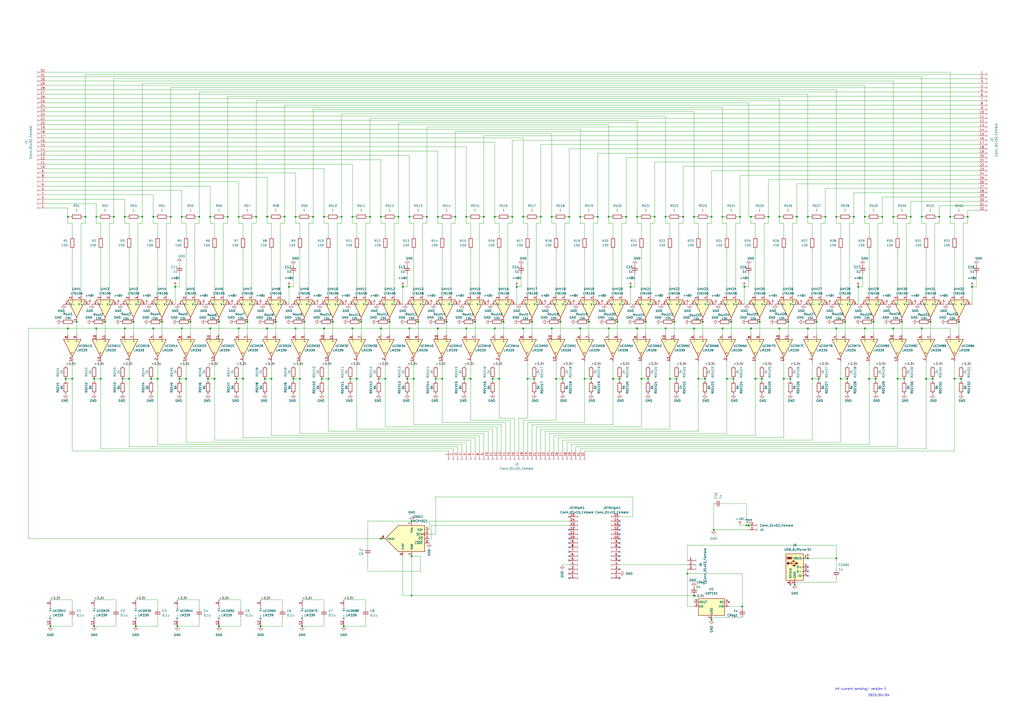
<source format=kicad_sch>
(kicad_sch (version 20211123) (generator eeschema)
  (paper "A2")
  (lib_symbols
    (symbol "Amplifier_Current:LT6106" (pin_names (offset 0.127))
      (property "Reference" "U" (at 1.27 5.08 0))
      (property "Value" "LT6106" (at 0 -5.08 0))
      (symbol "LT6106_1_1"
        (pin open_collector line (at 7.62 0 180) (length 2.54) (name "~") (number "1"))
        (pin power_in line (at -2.54 -7.62 90) (length 3.81) (name "V-") (number "2"))
        (pin input line (at -7.62 -2.54 0) (length 2.54) (name "-") (number "3"))
        (pin input line (at -7.62 2.54 0) (length 2.54) (name "+") (number "4"))
        (pin power_in line (at -2.54 7.62 270) (length 3.81) (name "V+") (number "5"))
      )
    )
    (symbol "Analog_DAC:MCP4921" (pin_names (offset 1.016))
      (property "Reference" "U" (at 6.35 10.795 0))
      (property "Value" "MCP4921" (at 6.35 8.89 0))
      (symbol "MCP4921_1_1"
        (pin power_in line (at 0 10.16 270) (length 2.54) (name "Vdd") (number "1"))
        (pin input line (at -10.16 0 0) (length 2.54) (name "~{CS}") (number "2"))
        (pin input clock (at -10.16 -2.54 0) (length 2.54) (name "SCK") (number "3"))
        (pin input line (at -10.16 -5.08 0) (length 2.54) (name "SDI") (number "4"))
        (pin input line (at -10.16 2.54 0) (length 2.54) (name "~{LDAC}") (number "5"))
        (pin power_in line (at 5.08 10.16 270) (length 2.54) (name "Vref") (number "6"))
        (pin power_in line (at 0 -10.16 90) (length 2.54) (name "Vss") (number "7"))
        (pin output line (at 17.78 0 180) (length 2.54) (name "Vout") (number "8"))
      )
    )
    (symbol "Comparator:LM339" (pin_names (offset 0.127))
      (property "Reference" "U" (at 0 5.08 0))
      (property "Value" "LM339" (at 0 -5.08 0))
      (symbol "LM339_1_1"
        (pin open_collector line (at 7.62 0 180) (length 2.54) (name "~") (number "2"))
        (pin input line (at -7.62 -2.54 0) (length 2.54) (name "-") (number "4"))
        (pin input line (at -7.62 2.54 0) (length 2.54) (name "+") (number "5"))
      )
      (symbol "LM339_2_1"
        (pin open_collector line (at 7.62 0 180) (length 2.54) (name "~") (number "1"))
        (pin input line (at -7.62 -2.54 0) (length 2.54) (name "-") (number "6"))
        (pin input line (at -7.62 2.54 0) (length 2.54) (name "+") (number "7"))
      )
      (symbol "LM339_3_1"
        (pin input line (at -7.62 -2.54 0) (length 2.54) (name "-") (number "10"))
        (pin input line (at -7.62 2.54 0) (length 2.54) (name "+") (number "11"))
        (pin open_collector line (at 7.62 0 180) (length 2.54) (name "~") (number "13"))
      )
      (symbol "LM339_4_1"
        (pin open_collector line (at 7.62 0 180) (length 2.54) (name "~") (number "14"))
        (pin input line (at -7.62 -2.54 0) (length 2.54) (name "-") (number "8"))
        (pin input line (at -7.62 2.54 0) (length 2.54) (name "+") (number "9"))
      )
      (symbol "LM339_5_1"
        (pin power_in line (at -2.54 -7.62 90) (length 3.81) (name "V-") (number "12"))
        (pin power_in line (at -2.54 7.62 270) (length 3.81) (name "V+") (number "3"))
      )
    )
    (symbol "Connector:Conn_01x02_Female" (pin_names (offset 1.016) hide)
      (property "Reference" "J" (at 0 2.54 0))
      (property "Value" "Conn_01x02_Female" (at 0 -5.08 0))
      (symbol "Conn_01x02_Female_1_1"
        (pin passive line (at -5.08 0 0) (length 3.81) (name "Pin_1") (number "1"))
        (pin passive line (at -5.08 -2.54 0) (length 3.81) (name "Pin_2") (number "2"))
      )
    )
    (symbol "Connector:Conn_01x03_Female" (pin_names (offset 1.016) hide)
      (property "Reference" "J" (at 0 5.08 0))
      (property "Value" "Conn_01x03_Female" (at 0 -5.08 0))
      (symbol "Conn_01x03_Female_1_1"
        (pin passive line (at -5.08 2.54 0) (length 3.81) (name "Pin_1") (number "1"))
        (pin passive line (at -5.08 0 0) (length 3.81) (name "Pin_2") (number "2"))
        (pin passive line (at -5.08 -2.54 0) (length 3.81) (name "Pin_3") (number "3"))
      )
    )
    (symbol "Connector:Conn_01x15_Female" (pin_names (offset 1.016) hide)
      (property "Reference" "J" (at 0 20.32 0))
      (property "Value" "Conn_01x15_Female" (at 0 -20.32 0))
      (symbol "Conn_01x15_Female_1_1"
        (pin passive line (at -5.08 17.78 0) (length 3.81) (name "Pin_1") (number "1"))
        (pin passive line (at -5.08 -5.08 0) (length 3.81) (name "Pin_10") (number "10"))
        (pin passive line (at -5.08 -7.62 0) (length 3.81) (name "Pin_11") (number "11"))
        (pin passive line (at -5.08 -10.16 0) (length 3.81) (name "Pin_12") (number "12"))
        (pin passive line (at -5.08 -12.7 0) (length 3.81) (name "Pin_13") (number "13"))
        (pin passive line (at -5.08 -15.24 0) (length 3.81) (name "Pin_14") (number "14"))
        (pin passive line (at -5.08 -17.78 0) (length 3.81) (name "Pin_15") (number "15"))
        (pin passive line (at -5.08 15.24 0) (length 3.81) (name "Pin_2") (number "2"))
        (pin passive line (at -5.08 12.7 0) (length 3.81) (name "Pin_3") (number "3"))
        (pin passive line (at -5.08 10.16 0) (length 3.81) (name "Pin_4") (number "4"))
        (pin passive line (at -5.08 7.62 0) (length 3.81) (name "Pin_5") (number "5"))
        (pin passive line (at -5.08 5.08 0) (length 3.81) (name "Pin_6") (number "6"))
        (pin passive line (at -5.08 2.54 0) (length 3.81) (name "Pin_7") (number "7"))
        (pin passive line (at -5.08 0 0) (length 3.81) (name "Pin_8") (number "8"))
        (pin passive line (at -5.08 -2.54 0) (length 3.81) (name "Pin_9") (number "9"))
      )
    )
    (symbol "Connector:Conn_01x32_Female" (pin_names (offset 1.016) hide)
      (property "Reference" "J" (at 0 40.64 0))
      (property "Value" "Conn_01x32_Female" (at 0 -43.18 0))
      (symbol "Conn_01x32_Female_1_1"
        (pin passive line (at -5.08 38.1 0) (length 3.81) (name "Pin_1") (number "1"))
        (pin passive line (at -5.08 15.24 0) (length 3.81) (name "Pin_10") (number "10"))
        (pin passive line (at -5.08 12.7 0) (length 3.81) (name "Pin_11") (number "11"))
        (pin passive line (at -5.08 10.16 0) (length 3.81) (name "Pin_12") (number "12"))
        (pin passive line (at -5.08 7.62 0) (length 3.81) (name "Pin_13") (number "13"))
        (pin passive line (at -5.08 5.08 0) (length 3.81) (name "Pin_14") (number "14"))
        (pin passive line (at -5.08 2.54 0) (length 3.81) (name "Pin_15") (number "15"))
        (pin passive line (at -5.08 0 0) (length 3.81) (name "Pin_16") (number "16"))
        (pin passive line (at -5.08 -2.54 0) (length 3.81) (name "Pin_17") (number "17"))
        (pin passive line (at -5.08 -5.08 0) (length 3.81) (name "Pin_18") (number "18"))
        (pin passive line (at -5.08 -7.62 0) (length 3.81) (name "Pin_19") (number "19"))
        (pin passive line (at -5.08 35.56 0) (length 3.81) (name "Pin_2") (number "2"))
        (pin passive line (at -5.08 -10.16 0) (length 3.81) (name "Pin_20") (number "20"))
        (pin passive line (at -5.08 -12.7 0) (length 3.81) (name "Pin_21") (number "21"))
        (pin passive line (at -5.08 -15.24 0) (length 3.81) (name "Pin_22") (number "22"))
        (pin passive line (at -5.08 -17.78 0) (length 3.81) (name "Pin_23") (number "23"))
        (pin passive line (at -5.08 -20.32 0) (length 3.81) (name "Pin_24") (number "24"))
        (pin passive line (at -5.08 -22.86 0) (length 3.81) (name "Pin_25") (number "25"))
        (pin passive line (at -5.08 -25.4 0) (length 3.81) (name "Pin_26") (number "26"))
        (pin passive line (at -5.08 -27.94 0) (length 3.81) (name "Pin_27") (number "27"))
        (pin passive line (at -5.08 -30.48 0) (length 3.81) (name "Pin_28") (number "28"))
        (pin passive line (at -5.08 -33.02 0) (length 3.81) (name "Pin_29") (number "29"))
        (pin passive line (at -5.08 33.02 0) (length 3.81) (name "Pin_3") (number "3"))
        (pin passive line (at -5.08 -35.56 0) (length 3.81) (name "Pin_30") (number "30"))
        (pin passive line (at -5.08 -38.1 0) (length 3.81) (name "Pin_31") (number "31"))
        (pin passive line (at -5.08 -40.64 0) (length 3.81) (name "Pin_32") (number "32"))
        (pin passive line (at -5.08 30.48 0) (length 3.81) (name "Pin_4") (number "4"))
        (pin passive line (at -5.08 27.94 0) (length 3.81) (name "Pin_5") (number "5"))
        (pin passive line (at -5.08 25.4 0) (length 3.81) (name "Pin_6") (number "6"))
        (pin passive line (at -5.08 22.86 0) (length 3.81) (name "Pin_7") (number "7"))
        (pin passive line (at -5.08 20.32 0) (length 3.81) (name "Pin_8") (number "8"))
        (pin passive line (at -5.08 17.78 0) (length 3.81) (name "Pin_9") (number "9"))
      )
    )
    (symbol "Connector:USB_B_Micro" (pin_names (offset 1.016))
      (property "Reference" "J" (at -5.08 11.43 0))
      (property "Value" "USB_B_Micro" (at -5.08 8.89 0))
      (symbol "USB_B_Micro_1_1"
        (pin power_out line (at 7.62 5.08 180) (length 2.54) (name "VBUS") (number "1"))
        (pin bidirectional line (at 7.62 -2.54 180) (length 2.54) (name "D-") (number "2"))
        (pin bidirectional line (at 7.62 0 180) (length 2.54) (name "D+") (number "3"))
        (pin passive line (at 7.62 -5.08 180) (length 2.54) (name "ID") (number "4"))
        (pin power_out line (at 0 -10.16 90) (length 2.54) (name "GND") (number "5"))
        (pin passive line (at -2.54 -10.16 90) (length 2.54) (name "Shield") (number "6"))
      )
    )
    (symbol "Device:C_Small" (pin_numbers hide) (pin_names (offset 0.254) hide)
      (property "Reference" "C" (at 0.254 1.778 0))
      (property "Value" "C_Small" (at 0.254 -2.032 0))
      (symbol "C_Small_1_1"
        (pin passive line (at 0 2.54 270) (length 2.032) (name "~") (number "1"))
        (pin passive line (at 0 -2.54 90) (length 2.032) (name "~") (number "2"))
      )
    )
    (symbol "Device:R" (pin_numbers hide) (pin_names (offset 0))
      (property "Reference" "R" (at 2.032 0 90))
      (property "Value" "R" (at 0 0 90))
      (symbol "R_1_1"
        (pin passive line (at 0 3.81 270) (length 1.27) (name "~") (number "1"))
        (pin passive line (at 0 -3.81 90) (length 1.27) (name "~") (number "2"))
      )
    )
    (symbol "Regulator_Linear:LK112M15TR" (pin_names (offset 0.254))
      (property "Reference" "U1" (at 0 10.16 0))
      (property "Value" "ADP151" (at 0 7.62 0))
      (symbol "LK112M15TR_1_1"
        (pin input line (at 10.16 0 180) (length 2.54) (name "VIN") (number "1"))
        (pin power_in line (at 0 -7.62 90) (length 2.54) (name "GND") (number "2"))
        (pin passive line (at -10.16 0 0) (length 2.54) (name "EN") (number "3"))
        (pin no_connect line (at 10.16 2.54 180) (length 2.54) (name "NC") (number "4"))
        (pin power_out line (at -10.16 2.54 0) (length 2.54) (name "VOUT") (number "5"))
      )
    )
    (symbol "power:+48V" (power) (pin_names (offset 0))
      (property "Value" "+48V" (at 0 3.556 0))
      (symbol "+48V_1_1"
        (pin power_in line (at 0 0 90) (length 0) hide (name "+48V") (number "1"))
      )
    )
    (symbol "power:+5V" (power) (pin_names (offset 0))
      (property "Value" "+5V" (at 0 3.556 0))
      (symbol "+5V_1_1"
        (pin power_in line (at 0 0 90) (length 0) hide (name "+5V") (number "1"))
      )
    )
    (symbol "power:GND" (power) (pin_names (offset 0))
      (property "Value" "GND" (at 0 -3.81 0))
      (symbol "GND_1_1"
        (pin power_in line (at 0 0 270) (length 0) hide (name "GND") (number "1"))
      )
    )
    (symbol "power:PWR_FLAG" (power) (pin_numbers hide) (pin_names (offset 0) hide)
      (property "Value" "PWR_FLAG" (at 0 3.81 0))
      (symbol "PWR_FLAG_0_0"
        (pin power_out line (at 0 0 90) (length 0) (name "pwr") (number "1"))
      )
    )
  )
  (junction (at 204.47 190.5))
  (junction (at 468.63 190.5))
  (junction (at 431.8 166.37))
  (junction (at 154.94 125.73))
  (junction (at 242.57 186.69))
  (junction (at 524.51 219.71))
  (junction (at 237.49 125.73))
  (junction (at 358.14 186.69))
  (junction (at 355.6 219.71))
  (junction (at 49.53 125.73))
  (junction (at 534.67 125.73))
  (junction (at 29.21 363.22))
  (junction (at 275.59 186.69))
  (junction (at 336.55 190.5))
  (junction (at 424.18 186.69))
  (junction (at 461.01 339.09))
  (junction (at 190.5 219.71))
  (junction (at 539.75 186.69))
  (junction (at 457.2 186.69))
  (junction (at 181.61 125.73))
  (junction (at 313.69 125.73))
  (junction (at 285.75 219.71))
  (junction (at 339.09 219.71))
  (junction (at 237.49 190.5))
  (junction (at 485.14 125.73))
  (junction (at 66.04 125.73))
  (junction (at 303.53 125.73))
  (junction (at 88.9 190.5))
  (junction (at 563.88 166.37))
  (junction (at 445.77 125.73))
  (junction (at 336.55 125.73))
  (junction (at 39.37 190.5))
  (junction (at 462.28 125.73))
  (junction (at 541.02 219.71))
  (junction (at 346.71 125.73))
  (junction (at 506.73 186.69))
  (junction (at 236.22 219.71))
  (junction (at 369.57 125.73))
  (junction (at 148.59 125.73))
  (junction (at 523.24 186.69))
  (junction (at 55.88 190.5))
  (junction (at 209.55 186.69))
  (junction (at 204.47 125.73))
  (junction (at 342.9 219.71))
  (junction (at 478.79 125.73))
  (junction (at 292.1 186.69))
  (junction (at 127 186.69))
  (junction (at 471.17 219.71))
  (junction (at 474.98 219.71))
  (junction (at 138.43 190.5))
  (junction (at 207.01 219.71))
  (junction (at 55.88 125.73))
  (junction (at 72.39 125.73))
  (junction (at 402.59 190.5))
  (junction (at 458.47 219.71))
  (junction (at 54.61 363.22))
  (junction (at 388.62 219.71))
  (junction (at 379.73 125.73))
  (junction (at 520.7 219.71))
  (junction (at 160.02 186.69))
  (junction (at 501.65 125.73))
  (junction (at 78.74 363.22))
  (junction (at 115.57 125.73))
  (junction (at 102.87 363.22))
  (junction (at 433.07 304.8))
  (junction (at 501.65 190.5))
  (junction (at 157.48 219.71))
  (junction (at 231.14 125.73))
  (junction (at 386.08 125.73))
  (junction (at 44.45 186.69))
  (junction (at 309.88 219.71))
  (junction (at 223.52 219.71))
  (junction (at 306.07 219.71))
  (junction (at 273.05 219.71))
  (junction (at 41.91 219.71))
  (junction (at 386.08 190.5))
  (junction (at 553.72 219.71))
  (junction (at 93.98 186.69))
  (junction (at 398.78 332.74))
  (junction (at 219.71 219.71))
  (junction (at 176.53 186.69))
  (junction (at 140.97 219.71))
  (junction (at 359.41 219.71))
  (junction (at 175.26 363.22))
  (junction (at 473.71 186.69))
  (junction (at 303.53 190.5))
  (junction (at 534.67 190.5))
  (junction (at 199.39 363.22))
  (junction (at 74.93 219.71))
  (junction (at 193.04 186.69))
  (junction (at 374.65 186.69))
  (junction (at 402.59 125.73))
  (junction (at 363.22 125.73))
  (junction (at 353.06 190.5))
  (junction (at 551.18 125.73))
  (junction (at 353.06 125.73))
  (junction (at 165.1 125.73))
  (junction (at 495.3 125.73))
  (junction (at 120.65 219.71))
  (junction (at 238.76 302.26))
  (junction (at 402.59 345.44))
  (junction (at 408.94 219.71))
  (junction (at 91.44 219.71))
  (junction (at 430.53 351.79))
  (junction (at 171.45 125.73))
  (junction (at 187.96 125.73))
  (junction (at 186.69 219.71))
  (junction (at 557.53 219.71))
  (junction (at 127 363.22))
  (junction (at 287.02 190.5))
  (junction (at 238.76 345.44))
  (junction (at 452.12 125.73))
  (junction (at 518.16 125.73))
  (junction (at 412.75 125.73))
  (junction (at 72.39 190.5))
  (junction (at 226.06 186.69))
  (junction (at 435.61 190.5))
  (junction (at 511.81 125.73))
  (junction (at 419.1 125.73))
  (junction (at 124.46 219.71))
  (junction (at 407.67 186.69))
  (junction (at 414.02 307.34))
  (junction (at 254 190.5))
  (junction (at 452.12 190.5))
  (junction (at 405.13 219.71))
  (junction (at 203.2 219.71))
  (junction (at 87.63 219.71))
  (junction (at 170.18 219.71))
  (junction (at 214.63 125.73))
  (junction (at 173.99 219.71))
  (junction (at 375.92 219.71))
  (junction (at 487.68 219.71))
  (junction (at 143.51 186.69))
  (junction (at 101.6 166.37))
  (junction (at 396.24 125.73))
  (junction (at 154.94 190.5))
  (junction (at 137.16 219.71))
  (junction (at 468.63 323.85))
  (junction (at 330.2 125.73))
  (junction (at 270.51 125.73))
  (junction (at 504.19 219.71))
  (junction (at 412.75 359.41))
  (junction (at 468.63 125.73))
  (junction (at 561.34 125.73))
  (junction (at 454.66 219.71))
  (junction (at 247.65 125.73))
  (junction (at 132.08 125.73))
  (junction (at 238.76 322.58))
  (junction (at 153.67 219.71))
  (junction (at 425.45 219.71))
  (junction (at 508 219.71))
  (junction (at 259.08 186.69))
  (junction (at 528.32 125.73))
  (junction (at 167.64 166.37))
  (junction (at 341.63 186.69))
  (junction (at 289.56 219.71))
  (junction (at 121.92 125.73))
  (junction (at 287.02 125.73))
  (junction (at 71.12 219.71))
  (junction (at 299.72 166.37))
  (junction (at 491.49 219.71))
  (junction (at 121.92 190.5))
  (junction (at 326.39 219.71))
  (junction (at 138.43 125.73))
  (junction (at 110.49 186.69))
  (junction (at 365.76 166.37))
  (junction (at 392.43 219.71))
  (junction (at 38.1 219.71))
  (junction (at 544.83 125.73))
  (junction (at 537.21 219.71))
  (junction (at 187.96 190.5))
  (junction (at 440.69 186.69))
  (junction (at 82.55 125.73))
  (junction (at 372.11 219.71))
  (junction (at 220.98 312.42))
  (junction (at 438.15 219.71))
  (junction (at 320.04 190.5))
  (junction (at 269.24 219.71))
  (junction (at 270.51 190.5))
  (junction (at 252.73 219.71))
  (junction (at 556.26 186.69))
  (junction (at 254 125.73))
  (junction (at 419.1 190.5))
  (junction (at 280.67 125.73))
  (junction (at 60.96 186.69))
  (junction (at 105.41 125.73))
  (junction (at 220.98 125.73))
  (junction (at 434.34 304.8))
  (junction (at 77.47 186.69))
  (junction (at 54.61 219.71))
  (junction (at 264.16 125.73))
  (junction (at 320.04 125.73))
  (junction (at 497.84 166.37))
  (junction (at 490.22 186.69))
  (junction (at 297.18 125.73))
  (junction (at 369.57 190.5))
  (junction (at 171.45 190.5))
  (junction (at 220.98 190.5))
  (junction (at 518.16 190.5))
  (junction (at 441.96 219.71))
  (junction (at 88.9 125.73))
  (junction (at 198.12 125.73))
  (junction (at 435.61 125.73))
  (junction (at 308.61 186.69))
  (junction (at 107.95 219.71))
  (junction (at 39.37 125.73))
  (junction (at 421.64 219.71))
  (junction (at 151.13 363.22))
  (junction (at 240.03 219.71))
  (junction (at 429.26 125.73))
  (junction (at 325.12 186.69))
  (junction (at 105.41 190.5))
  (junction (at 104.14 219.71))
  (junction (at 99.06 125.73))
  (junction (at 485.14 323.85))
  (junction (at 58.42 219.71))
  (junction (at 256.54 219.71))
  (junction (at 322.58 219.71))
  (junction (at 233.68 166.37))
  (junction (at 391.16 186.69))
  (junction (at 485.14 190.5))
  (no_connect (at 359.41 307.34))
  (no_connect (at 359.41 312.42))
  (no_connect (at 330.2 325.12))
  (no_connect (at 330.2 335.28))
  (no_connect (at 468.63 328.93))
  (no_connect (at 330.2 332.74))
  (no_connect (at 330.2 330.2))
  (no_connect (at 359.41 335.28))
  (no_connect (at 359.41 309.88))
  (no_connect (at 468.63 331.47))
  (no_connect (at 330.2 314.96))
  (no_connect (at 330.2 299.72))
  (no_connect (at 330.2 307.34))
  (no_connect (at 359.41 330.2))
  (no_connect (at 458.47 339.09))
  (no_connect (at 330.2 312.42))
  (no_connect (at 359.41 322.58))
  (no_connect (at 359.41 304.8))
  (no_connect (at 468.63 334.01))
  (no_connect (at 359.41 317.5))
  (no_connect (at 330.2 322.58))
  (no_connect (at 330.2 309.88))
  (no_connect (at 359.41 302.26))
  (no_connect (at 359.41 325.12))
  (no_connect (at 330.2 317.5))
  (no_connect (at 330.2 320.04))
  (no_connect (at 359.41 320.04))
  (no_connect (at 359.41 314.96))
  (wire (pts (xy 289.56 144.78) (xy 289.56 171.45)))
  (wire (pts (xy 454.66 219.71) (xy 458.47 219.71)))
  (wire (pts (xy 336.55 74.93) (xy 336.55 125.73)))
  (wire (pts (xy 240.03 129.54) (xy 240.03 137.16)))
  (wire (pts (xy 26.67 67.31) (xy 386.08 67.31)))
  (wire (pts (xy 91.44 219.71) (xy 91.44 257.81)))
  (wire (pts (xy 26.67 77.47) (xy 320.04 77.47)))
  (wire (pts (xy 212.09 353.06) (xy 212.09 347.98)))
  (wire (pts (xy 49.53 43.18) (xy 49.53 125.73)))
  (wire (pts (xy 520.7 219.71) (xy 520.7 259.08)))
  (wire (pts (xy 556.26 186.69) (xy 556.26 194.31)))
  (wire (pts (xy 273.05 255.27) (xy 273.05 261.62)))
  (wire (pts (xy 525.78 129.54) (xy 525.78 171.45)))
  (wire (pts (xy 209.55 186.69) (xy 209.55 194.31)))
  (wire (pts (xy 165.1 125.73) (xy 165.1 129.54)))
  (wire (pts (xy 173.99 219.71) (xy 173.99 251.46)))
  (wire (pts (xy 289.56 219.71) (xy 289.56 242.57)))
  (wire (pts (xy 140.97 254) (xy 275.59 254)))
  (wire (pts (xy 454.66 129.54) (xy 452.12 129.54)))
  (wire (pts (xy 163.83 347.98) (xy 151.13 347.98)))
  (wire (pts (xy 74.93 219.71) (xy 71.12 219.71)))
  (wire (pts (xy 247.65 125.73) (xy 247.65 129.54)))
  (wire (pts (xy 26.67 97.79) (xy 187.96 97.79)))
  (wire (pts (xy 431.8 166.37) (xy 431.8 176.53)))
  (wire (pts (xy 26.67 95.25) (xy 204.47 95.25)))
  (wire (pts (xy 321.31 252.73) (xy 321.31 261.62)))
  (wire (pts (xy 363.22 91.44) (xy 363.22 125.73)))
  (wire (pts (xy 26.67 80.01) (xy 303.53 80.01)))
  (wire (pts (xy 99.06 50.8) (xy 567.69 50.8)))
  (wire (pts (xy 355.6 219.71) (xy 355.6 246.38)))
  (wire (pts (xy 124.46 255.27) (xy 273.05 255.27)))
  (wire (pts (xy 551.18 125.73) (xy 551.18 129.54)))
  (wire (pts (xy 303.53 243.84) (xy 303.53 261.62)))
  (wire (pts (xy 567.69 91.44) (xy 363.22 91.44)))
  (wire (pts (xy 567.69 121.92) (xy 561.34 121.92)))
  (wire (pts (xy 223.52 219.71) (xy 219.71 219.71)))
  (wire (pts (xy 345.44 125.73) (xy 346.71 125.73)))
  (wire (pts (xy 500.38 158.75) (xy 500.38 166.37)))
  (wire (pts (xy 346.71 125.73) (xy 346.71 129.54)))
  (wire (pts (xy 290.83 246.38) (xy 290.83 261.62)))
  (wire (pts (xy 288.29 247.65) (xy 288.29 261.62)))
  (wire (pts (xy 553.72 129.54) (xy 553.72 137.16)))
  (wire (pts (xy 287.02 194.31) (xy 287.02 190.5)))
  (wire (pts (xy 306.07 144.78) (xy 306.07 171.45)))
  (wire (pts (xy 26.67 110.49) (xy 105.41 110.49)))
  (wire (pts (xy 82.55 125.73) (xy 82.55 129.54)))
  (wire (pts (xy 129.54 129.54) (xy 129.54 171.45)))
  (wire (pts (xy 320.04 125.73) (xy 321.31 125.73)))
  (wire (pts (xy 285.75 248.92) (xy 285.75 261.62)))
  (wire (pts (xy 240.03 209.55) (xy 240.03 219.71)))
  (wire (pts (xy 212.09 363.22) (xy 199.39 363.22)))
  (wire (pts (xy 520.7 129.54) (xy 520.7 137.16)))
  (wire (pts (xy 238.76 345.44) (xy 402.59 345.44)))
  (wire (pts (xy 115.57 347.98) (xy 102.87 347.98)))
  (wire (pts (xy 278.13 129.54) (xy 278.13 171.45)))
  (wire (pts (xy 490.22 186.69) (xy 490.22 194.31)))
  (wire (pts (xy 537.21 129.54) (xy 534.67 129.54)))
  (wire (pts (xy 63.5 129.54) (xy 66.04 129.54)))
  (wire (pts (xy 471.17 129.54) (xy 471.17 137.16)))
  (wire (pts (xy 339.09 129.54) (xy 339.09 137.16)))
  (wire (pts (xy 264.16 76.2) (xy 264.16 125.73)))
  (wire (pts (xy 173.99 129.54) (xy 171.45 129.54)))
  (wire (pts (xy 320.04 125.73) (xy 320.04 129.54)))
  (wire (pts (xy 334.01 259.08) (xy 334.01 261.62)))
  (wire (pts (xy 240.03 246.38) (xy 290.83 246.38)))
  (wire (pts (xy 323.85 254) (xy 323.85 261.62)))
  (wire (pts (xy 454.66 129.54) (xy 454.66 137.16)))
  (wire (pts (xy 429.26 304.8) (xy 433.07 304.8)))
  (wire (pts (xy 180.34 125.73) (xy 181.61 125.73)))
  (wire (pts (xy 107.95 219.71) (xy 107.95 256.54)))
  (wire (pts (xy 452.12 125.73) (xy 453.39 125.73)))
  (wire (pts (xy 377.19 129.54) (xy 379.73 129.54)))
  (wire (pts (xy 328.93 125.73) (xy 330.2 125.73)))
  (wire (pts (xy 130.81 125.73) (xy 132.08 125.73)))
  (wire (pts (xy 313.69 248.92) (xy 313.69 261.62)))
  (wire (pts (xy 247.65 73.66) (xy 567.69 73.66)))
  (wire (pts (xy 96.52 129.54) (xy 96.52 171.45)))
  (wire (pts (xy 96.52 129.54) (xy 99.06 129.54)))
  (wire (pts (xy 245.11 129.54) (xy 247.65 129.54)))
  (wire (pts (xy 58.42 144.78) (xy 58.42 171.45)))
  (wire (pts (xy 26.67 115.57) (xy 72.39 115.57)))
  (wire (pts (xy 372.11 144.78) (xy 372.11 171.45)))
  (wire (pts (xy 256.54 129.54) (xy 254 129.54)))
  (wire (pts (xy 369.57 194.31) (xy 369.57 190.5)))
  (wire (pts (xy 228.6 129.54) (xy 231.14 129.54)))
  (wire (pts (xy 476.25 129.54) (xy 476.25 171.45)))
  (wire (pts (xy 171.45 125.73) (xy 171.45 129.54)))
  (wire (pts (xy 421.64 251.46) (xy 318.77 251.46)))
  (wire (pts (xy 461.01 125.73) (xy 462.28 125.73)))
  (wire (pts (xy 398.78 316.23) (xy 398.78 325.12)))
  (wire (pts (xy 388.62 209.55) (xy 388.62 219.71)))
  (wire (pts (xy 110.49 186.69) (xy 110.49 194.31)))
  (wire (pts (xy 468.63 190.5) (xy 452.12 190.5)))
  (wire (pts (xy 471.17 209.55) (xy 471.17 219.71)))
  (wire (pts (xy 124.46 219.71) (xy 120.65 219.71)))
  (wire (pts (xy 537.21 260.35) (xy 336.55 260.35)))
  (wire (pts (xy 146.05 129.54) (xy 146.05 171.45)))
  (wire (pts (xy 287.02 82.55) (xy 287.02 125.73)))
  (wire (pts (xy 421.64 144.78) (xy 421.64 171.45)))
  (wire (pts (xy 171.45 100.33) (xy 171.45 125.73)))
  (wire (pts (xy 336.55 190.5) (xy 320.04 190.5)))
  (wire (pts (xy 322.58 129.54) (xy 322.58 137.16)))
  (wire (pts (xy 421.64 219.71) (xy 421.64 251.46)))
  (wire (pts (xy 186.69 220.98) (xy 186.69 219.71)))
  (wire (pts (xy 270.51 85.09) (xy 270.51 125.73)))
  (wire (pts (xy 306.07 242.57) (xy 300.99 242.57)))
  (wire (pts (xy 438.15 129.54) (xy 438.15 137.16)))
  (wire (pts (xy 353.06 190.5) (xy 336.55 190.5)))
  (wire (pts (xy 544.83 119.38) (xy 544.83 125.73)))
  (wire (pts (xy 72.39 125.73) (xy 72.39 129.54)))
  (wire (pts (xy 563.88 166.37) (xy 566.42 166.37)))
  (wire (pts (xy 148.59 58.42) (xy 567.69 58.42)))
  (wire (pts (xy 82.55 48.26) (xy 82.55 125.73)))
  (wire (pts (xy 187.96 194.31) (xy 187.96 190.5)))
  (wire (pts (xy 67.31 347.98) (xy 54.61 347.98)))
  (wire (pts (xy 165.1 60.96) (xy 165.1 125.73)))
  (wire (pts (xy 405.13 250.19) (xy 316.23 250.19)))
  (wire (pts (xy 254 190.5) (xy 237.49 190.5)))
  (wire (pts (xy 322.58 219.71) (xy 322.58 243.84)))
  (wire (pts (xy 67.31 358.14) (xy 67.31 363.22)))
  (wire (pts (xy 280.67 125.73) (xy 280.67 129.54)))
  (wire (pts (xy 372.11 129.54) (xy 369.57 129.54)))
  (wire (pts (xy 303.53 194.31) (xy 303.53 190.5)))
  (wire (pts (xy 369.57 125.73) (xy 369.57 129.54)))
  (wire (pts (xy 64.77 125.73) (xy 66.04 125.73)))
  (wire (pts (xy 265.43 259.08) (xy 265.43 261.62)))
  (wire (pts (xy 452.12 125.73) (xy 452.12 57.15)))
  (wire (pts (xy 511.81 114.3) (xy 511.81 125.73)))
  (wire (pts (xy 104.14 220.98) (xy 104.14 219.71)))
  (wire (pts (xy 363.22 125.73) (xy 363.22 129.54)))
  (wire (pts (xy 74.93 129.54) (xy 72.39 129.54)))
  (wire (pts (xy 238.76 322.58) (xy 238.76 345.44)))
  (wire (pts (xy 312.42 125.73) (xy 313.69 125.73)))
  (wire (pts (xy 147.32 125.73) (xy 148.59 125.73)))
  (wire (pts (xy 504.19 209.55) (xy 504.19 219.71)))
  (wire (pts (xy 392.43 220.98) (xy 392.43 219.71)))
  (wire (pts (xy 273.05 243.84) (xy 295.91 243.84)))
  (wire (pts (xy 375.92 220.98) (xy 375.92 219.71)))
  (wire (pts (xy 41.91 209.55) (xy 41.91 219.71)))
  (wire (pts (xy 41.91 358.14) (xy 41.91 363.22)))
  (wire (pts (xy 203.2 220.98) (xy 203.2 219.71)))
  (wire (pts (xy 553.72 144.78) (xy 553.72 171.45)))
  (wire (pts (xy 240.03 129.54) (xy 237.49 129.54)))
  (wire (pts (xy 326.39 255.27) (xy 326.39 261.62)))
  (wire (pts (xy 567.69 48.26) (xy 82.55 48.26)))
  (wire (pts (xy 213.36 302.26) (xy 238.76 302.26)))
  (wire (pts (xy 563.88 166.37) (xy 563.88 176.53)))
  (wire (pts (xy 452.12 194.31) (xy 452.12 190.5)))
  (wire (pts (xy 132.08 125.73) (xy 132.08 129.54)))
  (wire (pts (xy 485.14 323.85) (xy 485.14 316.23)))
  (wire (pts (xy 328.93 256.54) (xy 328.93 261.62)))
  (wire (pts (xy 567.69 43.18) (xy 49.53 43.18)))
  (wire (pts (xy 154.94 102.87) (xy 154.94 125.73)))
  (wire (pts (xy 105.41 125.73) (xy 105.41 129.54)))
  (wire (pts (xy 542.29 129.54) (xy 542.29 171.45)))
  (wire (pts (xy 49.53 125.73) (xy 49.53 129.54)))
  (wire (pts (xy 58.42 260.35) (xy 262.89 260.35)))
  (wire (pts (xy 424.18 186.69) (xy 424.18 194.31)))
  (wire (pts (xy 485.14 335.28) (xy 485.14 337.82)))
  (wire (pts (xy 358.14 186.69) (xy 358.14 194.31)))
  (wire (pts (xy 510.54 125.73) (xy 511.81 125.73)))
  (wire (pts (xy 346.71 125.73) (xy 346.71 88.9)))
  (wire (pts (xy 26.67 92.71) (xy 220.98 92.71)))
  (wire (pts (xy 379.73 125.73) (xy 379.73 129.54)))
  (wire (pts (xy 137.16 220.98) (xy 137.16 219.71)))
  (wire (pts (xy 77.47 186.69) (xy 77.47 194.31)))
  (wire (pts (xy 322.58 209.55) (xy 322.58 219.71)))
  (wire (pts (xy 273.05 219.71) (xy 269.24 219.71)))
  (wire (pts (xy 567.69 53.34) (xy 115.57 53.34)))
  (wire (pts (xy 567.69 106.68) (xy 462.28 106.68)))
  (wire (pts (xy 336.55 194.31) (xy 336.55 190.5)))
  (wire (pts (xy 445.77 104.14) (xy 445.77 125.73)))
  (wire (pts (xy 567.69 76.2) (xy 264.16 76.2)))
  (wire (pts (xy 534.67 125.73) (xy 535.94 125.73)))
  (wire (pts (xy 58.42 219.71) (xy 54.61 219.71)))
  (wire (pts (xy 245.11 129.54) (xy 245.11 171.45)))
  (wire (pts (xy 256.54 245.11) (xy 293.37 245.11)))
  (wire (pts (xy 41.91 261.62) (xy 260.35 261.62)))
  (wire (pts (xy 181.61 125.73) (xy 181.61 63.5)))
  (wire (pts (xy 435.61 125.73) (xy 436.88 125.73)))
  (wire (pts (xy 138.43 105.41) (xy 138.43 125.73)))
  (wire (pts (xy 414.02 307.34) (xy 434.34 307.34)))
  (wire (pts (xy 372.11 209.55) (xy 372.11 219.71)))
  (wire (pts (xy 306.07 129.54) (xy 306.07 137.16)))
  (wire (pts (xy 129.54 129.54) (xy 132.08 129.54)))
  (wire (pts (xy 295.91 243.84) (xy 295.91 261.62)))
  (wire (pts (xy 223.52 209.55) (xy 223.52 219.71)))
  (wire (pts (xy 26.67 105.41) (xy 138.43 105.41)))
  (wire (pts (xy 443.23 129.54) (xy 443.23 171.45)))
  (wire (pts (xy 91.44 129.54) (xy 88.9 129.54)))
  (wire (pts (xy 124.46 219.71) (xy 124.46 255.27)))
  (wire (pts (xy 16.51 190.5) (xy 39.37 190.5)))
  (wire (pts (xy 561.34 125.73) (xy 561.34 129.54)))
  (wire (pts (xy 485.14 52.07) (xy 26.67 52.07)))
  (wire (pts (xy 504.19 129.54) (xy 504.19 137.16)))
  (wire (pts (xy 236.22 158.75) (xy 236.22 166.37)))
  (wire (pts (xy 295.91 125.73) (xy 297.18 125.73)))
  (wire (pts (xy 41.91 353.06) (xy 41.91 347.98)))
  (wire (pts (xy 289.56 219.71) (xy 285.75 219.71)))
  (wire (pts (xy 240.03 219.71) (xy 236.22 219.71)))
  (wire (pts (xy 80.01 129.54) (xy 80.01 171.45)))
  (wire (pts (xy 553.72 219.71) (xy 557.53 219.71)))
  (wire (pts (xy 139.7 363.22) (xy 127 363.22)))
  (wire (pts (xy 537.21 129.54) (xy 537.21 137.16)))
  (wire (pts (xy 429.26 125.73) (xy 429.26 129.54)))
  (wire (pts (xy 223.52 129.54) (xy 220.98 129.54)))
  (wire (pts (xy 146.05 129.54) (xy 148.59 129.54)))
  (wire (pts (xy 430.53 351.79) (xy 430.53 332.74)))
  (wire (pts (xy 468.63 125.73) (xy 468.63 54.61)))
  (wire (pts (xy 259.08 186.69) (xy 259.08 194.31)))
  (wire (pts (xy 88.9 194.31) (xy 88.9 190.5)))
  (wire (pts (xy 537.21 219.71) (xy 541.02 219.71)))
  (wire (pts (xy 433.07 304.8) (xy 434.34 304.8)))
  (wire (pts (xy 240.03 219.71) (xy 240.03 246.38)))
  (wire (pts (xy 58.42 209.55) (xy 58.42 219.71)))
  (wire (pts (xy 396.24 96.52) (xy 396.24 125.73)))
  (wire (pts (xy 495.3 125.73) (xy 495.3 129.54)))
  (wire (pts (xy 293.37 245.11) (xy 293.37 261.62)))
  (wire (pts (xy 388.62 144.78) (xy 388.62 171.45)))
  (wire (pts (xy 396.24 125.73) (xy 396.24 129.54)))
  (wire (pts (xy 26.67 74.93) (xy 336.55 74.93)))
  (wire (pts (xy 454.66 209.55) (xy 454.66 219.71)))
  (wire (pts (xy 121.92 194.31) (xy 121.92 190.5)))
  (wire (pts (xy 162.56 129.54) (xy 165.1 129.54)))
  (wire (pts (xy 233.68 345.44) (xy 238.76 345.44)))
  (wire (pts (xy 39.37 125.73) (xy 39.37 129.54)))
  (wire (pts (xy 240.03 144.78) (xy 240.03 171.45)))
  (wire (pts (xy 157.48 209.55) (xy 157.48 219.71)))
  (wire (pts (xy 355.6 129.54) (xy 355.6 137.16)))
  (wire (pts (xy 344.17 129.54) (xy 344.17 171.45)))
  (wire (pts (xy 212.09 129.54) (xy 214.63 129.54)))
  (wire (pts (xy 353.06 125.73) (xy 353.06 129.54)))
  (wire (pts (xy 495.3 111.76) (xy 495.3 125.73)))
  (wire (pts (xy 421.64 129.54) (xy 421.64 137.16)))
  (wire (pts (xy 254 125.73) (xy 255.27 125.73)))
  (wire (pts (xy 275.59 186.69) (xy 275.59 194.31)))
  (wire (pts (xy 537.21 219.71) (xy 537.21 260.35)))
  (wire (pts (xy 306.07 209.55) (xy 306.07 219.71)))
  (wire (pts (xy 237.49 194.31) (xy 237.49 190.5)))
  (wire (pts (xy 91.44 347.98) (xy 78.74 347.98)))
  (wire (pts (xy 430.53 332.74) (xy 398.78 332.74)))
  (wire (pts (xy 339.09 219.71) (xy 342.9 219.71)))
  (wire (pts (xy 306.07 245.11) (xy 306.07 261.62)))
  (wire (pts (xy 471.17 219.71) (xy 471.17 255.27)))
  (wire (pts (xy 388.62 248.92) (xy 313.69 248.92)))
  (wire (pts (xy 248.92 307.34) (xy 248.92 302.26)))
  (wire (pts (xy 412.75 358.14) (xy 412.75 359.41)))
  (wire (pts (xy 139.7 358.14) (xy 139.7 363.22)))
  (wire (pts (xy 207.01 144.78) (xy 207.01 171.45)))
  (wire (pts (xy 429.26 101.6) (xy 429.26 125.73)))
  (wire (pts (xy 309.88 220.98) (xy 309.88 219.71)))
  (wire (pts (xy 41.91 129.54) (xy 41.91 137.16)))
  (wire (pts (xy 138.43 125.73) (xy 138.43 129.54)))
  (wire (pts (xy 55.88 125.73) (xy 57.15 125.73)))
  (wire (pts (xy 153.67 220.98) (xy 153.67 219.71)))
  (wire (pts (xy 74.93 144.78) (xy 74.93 171.45)))
  (wire (pts (xy 485.14 125.73) (xy 486.41 125.73)))
  (wire (pts (xy 38.1 220.98) (xy 38.1 219.71)))
  (wire (pts (xy 254 194.31) (xy 254 190.5)))
  (wire (pts (xy 452.12 125.73) (xy 452.12 129.54)))
  (wire (pts (xy 190.5 129.54) (xy 190.5 137.16)))
  (wire (pts (xy 228.6 129.54) (xy 228.6 171.45)))
  (wire (pts (xy 233.68 322.58) (xy 233.68 345.44)))
  (wire (pts (xy 501.65 49.53) (xy 26.67 49.53)))
  (wire (pts (xy 171.45 190.5) (xy 154.94 190.5)))
  (wire (pts (xy 353.06 125.73) (xy 354.33 125.73)))
  (wire (pts (xy 237.49 125.73) (xy 237.49 129.54)))
  (wire (pts (xy 553.72 261.62) (xy 339.09 261.62)))
  (wire (pts (xy 438.15 252.73) (xy 321.31 252.73)))
  (wire (pts (xy 520.7 209.55) (xy 520.7 219.71)))
  (wire (pts (xy 492.76 129.54) (xy 495.3 129.54)))
  (wire (pts (xy 485.14 323.85) (xy 485.14 330.2)))
  (wire (pts (xy 487.68 129.54) (xy 487.68 137.16)))
  (wire (pts (xy 553.72 209.55) (xy 553.72 219.71)))
  (wire (pts (xy 67.31 363.22) (xy 54.61 363.22)))
  (wire (pts (xy 167.64 166.37) (xy 167.64 176.53)))
  (wire (pts (xy 339.09 245.11) (xy 306.07 245.11)))
  (wire (pts (xy 353.06 72.39) (xy 353.06 125.73)))
  (wire (pts (xy 398.78 316.23) (xy 485.14 316.23)))
  (wire (pts (xy 303.53 190.5) (xy 287.02 190.5)))
  (wire (pts (xy 121.92 125.73) (xy 121.92 129.54)))
  (wire (pts (xy 303.53 80.01) (xy 303.53 125.73)))
  (wire (pts (xy 246.38 125.73) (xy 247.65 125.73)))
  (wire (pts (xy 379.73 93.98) (xy 379.73 125.73)))
  (wire (pts (xy 504.19 257.81) (xy 331.47 257.81)))
  (wire (pts (xy 223.52 129.54) (xy 223.52 137.16)))
  (wire (pts (xy 72.39 190.5) (xy 88.9 190.5)))
  (wire (pts (xy 101.6 166.37) (xy 101.6 176.53)))
  (wire (pts (xy 322.58 144.78) (xy 322.58 171.45)))
  (wire (pts (xy 132.08 55.88) (xy 132.08 125.73)))
  (wire (pts (xy 248.92 309.88) (xy 252.73 309.88)))
  (wire (pts (xy 567.69 116.84) (xy 528.32 116.84)))
  (wire (pts (xy 487.68 129.54) (xy 485.14 129.54)))
  (wire (pts (xy 204.47 194.31) (xy 204.47 190.5)))
  (wire (pts (xy 256.54 144.78) (xy 256.54 171.45)))
  (wire (pts (xy 419.1 125.73) (xy 419.1 62.23)))
  (wire (pts (xy 207.01 129.54) (xy 207.01 137.16)))
  (wire (pts (xy 292.1 186.69) (xy 292.1 194.31)))
  (wire (pts (xy 520.7 129.54) (xy 518.16 129.54)))
  (wire (pts (xy 256.54 209.55) (xy 256.54 219.71)))
  (wire (pts (xy 181.61 125.73) (xy 181.61 129.54)))
  (wire (pts (xy 299.72 166.37) (xy 299.72 176.53)))
  (wire (pts (xy 497.84 166.37) (xy 497.84 176.53)))
  (wire (pts (xy 468.63 125.73) (xy 469.9 125.73)))
  (wire (pts (xy 223.52 247.65) (xy 288.29 247.65)))
  (wire (pts (xy 46.99 129.54) (xy 49.53 129.54)))
  (wire (pts (xy 468.63 125.73) (xy 468.63 129.54)))
  (wire (pts (xy 374.65 186.69) (xy 374.65 194.31)))
  (wire (pts (xy 405.13 219.71) (xy 408.94 219.71)))
  (wire (pts (xy 303.53 125.73) (xy 303.53 129.54)))
  (wire (pts (xy 558.8 129.54) (xy 558.8 171.45)))
  (wire (pts (xy 157.48 129.54) (xy 154.94 129.54)))
  (wire (pts (xy 46.99 129.54) (xy 46.99 171.45)))
  (wire (pts (xy 252.73 220.98) (xy 252.73 219.71)))
  (wire (pts (xy 543.56 125.73) (xy 544.83 125.73)))
  (wire (pts (xy 331.47 257.81) (xy 331.47 261.62)))
  (wire (pts (xy 107.95 129.54) (xy 105.41 129.54)))
  (wire (pts (xy 478.79 109.22) (xy 478.79 125.73)))
  (wire (pts (xy 320.04 194.31) (xy 320.04 190.5)))
  (wire (pts (xy 55.88 118.11) (xy 55.88 125.73)))
  (wire (pts (xy 66.04 45.72) (xy 567.69 45.72)))
  (wire (pts (xy 402.59 64.77) (xy 402.59 125.73)))
  (wire (pts (xy 539.75 186.69) (xy 539.75 194.31)))
  (wire (pts (xy 368.3 158.75) (xy 368.3 166.37)))
  (wire (pts (xy 518.16 125.73) (xy 518.16 46.99)))
  (wire (pts (xy 127 186.69) (xy 127 194.31)))
  (wire (pts (xy 318.77 251.46) (xy 318.77 261.62)))
  (wire (pts (xy 66.04 125.73) (xy 66.04 129.54)))
  (wire (pts (xy 485.14 125.73) (xy 485.14 52.07)))
  (wire (pts (xy 247.65 125.73) (xy 247.65 73.66)))
  (wire (pts (xy 195.58 129.54) (xy 195.58 171.45)))
  (wire (pts (xy 138.43 194.31) (xy 138.43 190.5)))
  (wire (pts (xy 237.49 190.5) (xy 220.98 190.5)))
  (wire (pts (xy 91.44 129.54) (xy 91.44 137.16)))
  (wire (pts (xy 398.78 351.79) (xy 402.59 351.79)))
  (wire (pts (xy 405.13 209.55) (xy 405.13 219.71)))
  (wire (pts (xy 279.4 125.73) (xy 280.67 125.73)))
  (wire (pts (xy 66.04 125.73) (xy 66.04 45.72)))
  (wire (pts (xy 567.69 71.12) (xy 231.14 71.12)))
  (wire (pts (xy 303.53 125.73) (xy 304.8 125.73)))
  (wire (pts (xy 41.91 129.54) (xy 39.37 129.54)))
  (wire (pts (xy 163.83 358.14) (xy 163.83 363.22)))
  (wire (pts (xy 444.5 125.73) (xy 445.77 125.73)))
  (wire (pts (xy 369.57 190.5) (xy 353.06 190.5)))
  (wire (pts (xy 306.07 219.71) (xy 306.07 242.57)))
  (wire (pts (xy 41.91 261.62) (xy 41.91 219.71)))
  (wire (pts (xy 220.98 125.73) (xy 220.98 129.54)))
  (wire (pts (xy 327.66 129.54) (xy 330.2 129.54)))
  (wire (pts (xy 81.28 125.73) (xy 82.55 125.73)))
  (wire (pts (xy 326.1035 327.66) (xy 330.2 327.66)))
  (wire (pts (xy 213.36 302.26) (xy 213.36 317.5)))
  (wire (pts (xy 115.57 363.22) (xy 102.87 363.22)))
  (wire (pts (xy 256.54 219.71) (xy 252.73 219.71)))
  (wire (pts (xy 497.84 166.37) (xy 500.38 166.37)))
  (wire (pts (xy 115.57 53.34) (xy 115.57 125.73)))
  (wire (pts (xy 270.51 194.31) (xy 270.51 190.5)))
  (wire (pts (xy 207.01 209.55) (xy 207.01 219.71)))
  (wire (pts (xy 551.18 190.5) (xy 534.67 190.5)))
  (wire (pts (xy 355.6 144.78) (xy 355.6 171.45)))
  (wire (pts (xy 425.45 220.98) (xy 425.45 219.71)))
  (wire (pts (xy 438.15 219.71) (xy 441.96 219.71)))
  (wire (pts (xy 438.15 209.55) (xy 438.15 219.71)))
  (wire (pts (xy 322.58 129.54) (xy 320.04 129.54)))
  (wire (pts (xy 140.97 129.54) (xy 140.97 137.16)))
  (wire (pts (xy 270.51 125.73) (xy 270.51 129.54)))
  (wire (pts (xy 214.63 68.58) (xy 567.69 68.58)))
  (wire (pts (xy 204.47 95.25) (xy 204.47 125.73)))
  (wire (pts (xy 506.73 186.69) (xy 506.73 194.31)))
  (wire (pts (xy 567.69 81.28) (xy 297.18 81.28)))
  (wire (pts (xy 283.21 250.19) (xy 283.21 261.62)))
  (wire (pts (xy 171.45 125.73) (xy 172.72 125.73)))
  (wire (pts (xy 567.69 101.6) (xy 429.26 101.6)))
  (wire (pts (xy 386.08 125.73) (xy 387.35 125.73)))
  (wire (pts (xy 487.68 144.78) (xy 487.68 171.45)))
  (wire (pts (xy 534.67 125.73) (xy 534.67 129.54)))
  (wire (pts (xy 214.63 125.73) (xy 214.63 129.54)))
  (wire (pts (xy 501.65 125.73) (xy 501.65 129.54)))
  (wire (pts (xy 518.16 125.73) (xy 518.16 129.54)))
  (wire (pts (xy 504.19 129.54) (xy 501.65 129.54)))
  (wire (pts (xy 107.95 219.71) (xy 104.14 219.71)))
  (wire (pts (xy 212.09 347.98) (xy 199.39 347.98)))
  (wire (pts (xy 115.57 353.06) (xy 115.57 347.98)))
  (wire (pts (xy 198.12 125.73) (xy 198.12 129.54)))
  (wire (pts (xy 365.76 166.37) (xy 368.3 166.37)))
  (wire (pts (xy 346.71 88.9) (xy 567.69 88.9)))
  (wire (pts (xy 339.09 129.54) (xy 336.55 129.54)))
  (wire (pts (xy 320.04 77.47) (xy 320.04 125.73)))
  (wire (pts (xy 140.97 144.78) (xy 140.97 171.45)))
  (wire (pts (xy 339.09 219.71) (xy 339.09 245.11)))
  (wire (pts (xy 311.15 129.54) (xy 313.69 129.54)))
  (wire (pts (xy 487.68 256.54) (xy 328.93 256.54)))
  (wire (pts (xy 91.44 363.22) (xy 78.74 363.22)))
  (wire (pts (xy 566.42 158.75) (xy 566.42 166.37)))
  (wire (pts (xy 501.65 194.31) (xy 501.65 190.5)))
  (wire (pts (xy 198.12 66.04) (xy 198.12 125.73)))
  (wire (pts (xy 457.2 186.69) (xy 457.2 194.31)))
  (wire (pts (xy 140.97 129.54) (xy 138.43 129.54)))
  (wire (pts (xy 360.68 129.54) (xy 363.22 129.54)))
  (wire (pts (xy 372.11 247.65) (xy 311.15 247.65)))
  (wire (pts (xy 501.65 190.5) (xy 485.14 190.5)))
  (wire (pts (xy 567.69 60.96) (xy 165.1 60.96)))
  (wire (pts (xy 434.34 59.69) (xy 434.34 125.73)))
  (wire (pts (xy 471.17 129.54) (xy 468.63 129.54)))
  (wire (pts (xy 422.91 351.79) (xy 430.53 351.79)))
  (wire (pts (xy 434.34 125.73) (xy 435.61 125.73)))
  (wire (pts (xy 157.48 219.71) (xy 157.48 252.73)))
  (wire (pts (xy 339.09 209.55) (xy 339.09 219.71)))
  (wire (pts (xy 421.64 209.55) (xy 421.64 219.71)))
  (wire (pts (xy 330.2 125.73) (xy 330.2 86.36)))
  (wire (pts (xy 440.69 186.69) (xy 440.69 194.31)))
  (wire (pts (xy 386.08 194.31) (xy 386.08 190.5)))
  (wire (pts (xy 551.18 194.31) (xy 551.18 190.5)))
  (wire (pts (xy 504.19 219.71) (xy 508 219.71)))
  (wire (pts (xy 365.76 166.37) (xy 365.76 176.53)))
  (wire (pts (xy 322.58 243.84) (xy 303.53 243.84)))
  (wire (pts (xy 407.67 186.69) (xy 407.67 194.31)))
  (wire (pts (xy 220.98 312.42) (xy 222.25 312.42)))
  (wire (pts (xy 254 125.73) (xy 254 129.54)))
  (wire (pts (xy 367.03 299.72) (xy 359.41 299.72)))
  (wire (pts (xy 419.1 125.73) (xy 419.1 129.54)))
  (wire (pts (xy 518.16 46.99) (xy 26.67 46.99)))
  (wire (pts (xy 190.5 209.55) (xy 190.5 219.71)))
  (wire (pts (xy 107.95 129.54) (xy 107.95 137.16)))
  (wire (pts (xy 74.93 209.55) (xy 74.93 219.71)))
  (wire (pts (xy 254 87.63) (xy 254 125.73)))
  (wire (pts (xy 242.57 186.69) (xy 242.57 194.31)))
  (wire (pts (xy 41.91 347.98) (xy 29.21 347.98)))
  (wire (pts (xy 72.39 194.31) (xy 72.39 190.5)))
  (wire (pts (xy 294.64 129.54) (xy 294.64 171.45)))
  (wire (pts (xy 26.67 82.55) (xy 287.02 82.55)))
  (wire (pts (xy 16.51 312.42) (xy 220.98 312.42)))
  (wire (pts (xy 114.3 125.73) (xy 115.57 125.73)))
  (wire (pts (xy 55.88 194.31) (xy 55.88 190.5)))
  (wire (pts (xy 534.67 190.5) (xy 518.16 190.5)))
  (wire (pts (xy 441.96 220.98) (xy 441.96 219.71)))
  (wire (pts (xy 262.89 125.73) (xy 264.16 125.73)))
  (wire (pts (xy 504.19 144.78) (xy 504.19 171.45)))
  (wire (pts (xy 190.5 144.78) (xy 190.5 171.45)))
  (wire (pts (xy 471.17 219.71) (xy 474.98 219.71)))
  (wire (pts (xy 26.67 120.65) (xy 39.37 120.65)))
  (wire (pts (xy 273.05 129.54) (xy 270.51 129.54)))
  (wire (pts (xy 26.67 85.09) (xy 270.51 85.09)))
  (wire (pts (xy 176.53 186.69) (xy 176.53 194.31)))
  (wire (pts (xy 220.98 194.31) (xy 220.98 190.5)))
  (wire (pts (xy 435.61 125.73) (xy 435.61 129.54)))
  (wire (pts (xy 154.94 190.5) (xy 138.43 190.5)))
  (wire (pts (xy 26.67 59.69) (xy 434.34 59.69)))
  (wire (pts (xy 60.96 186.69) (xy 60.96 194.31)))
  (wire (pts (xy 430.53 358.14) (xy 412.75 358.14)))
  (wire (pts (xy 342.9 220.98) (xy 342.9 219.71)))
  (wire (pts (xy 187.96 347.98) (xy 175.26 347.98)))
  (wire (pts (xy 173.99 129.54) (xy 173.99 137.16)))
  (wire (pts (xy 99.06 125.73) (xy 99.06 129.54)))
  (wire (pts (xy 511.81 125.73) (xy 511.81 129.54)))
  (wire (pts (xy 41.91 363.22) (xy 29.21 363.22)))
  (wire (pts (xy 91.44 209.55) (xy 91.44 219.71)))
  (wire (pts (xy 299.72 166.37) (xy 302.26 166.37)))
  (wire (pts (xy 154.94 194.31) (xy 154.94 190.5)))
  (wire (pts (xy 525.78 129.54) (xy 528.32 129.54)))
  (wire (pts (xy 16.51 190.5) (xy 16.51 312.42)))
  (wire (pts (xy 567.69 66.04) (xy 198.12 66.04)))
  (wire (pts (xy 233.68 166.37) (xy 236.22 166.37)))
  (wire (pts (xy 462.28 125.73) (xy 462.28 129.54)))
  (wire (pts (xy 26.67 41.91) (xy 551.18 41.91)))
  (wire (pts (xy 26.67 100.33) (xy 171.45 100.33)))
  (wire (pts (xy 367.03 288.29) (xy 367.03 299.72)))
  (wire (pts (xy 170.18 220.98) (xy 170.18 219.71)))
  (wire (pts (xy 355.6 209.55) (xy 355.6 219.71)))
  (wire (pts (xy 313.69 83.82) (xy 567.69 83.82)))
  (wire (pts (xy 567.69 111.76) (xy 495.3 111.76)))
  (wire (pts (xy 388.62 129.54) (xy 386.08 129.54)))
  (wire (pts (xy 393.7 129.54) (xy 393.7 171.45)))
  (wire (pts (xy 485.14 190.5) (xy 468.63 190.5)))
  (wire (pts (xy 44.45 186.69) (xy 44.45 194.31)))
  (wire (pts (xy 173.99 219.71) (xy 170.18 219.71)))
  (wire (pts (xy 325.12 186.69) (xy 325.12 194.31)))
  (wire (pts (xy 55.88 125.73) (xy 55.88 129.54)))
  (wire (pts (xy 410.21 129.54) (xy 410.21 171.45)))
  (wire (pts (xy 541.02 220.98) (xy 541.02 219.71)))
  (wire (pts (xy 187.96 353.06) (xy 187.96 347.98)))
  (wire (pts (xy 438.15 144.78) (xy 438.15 171.45)))
  (wire (pts (xy 473.71 186.69) (xy 473.71 194.31)))
  (wire (pts (xy 454.66 219.71) (xy 454.66 254)))
  (wire (pts (xy 391.16 186.69) (xy 391.16 194.31)))
  (wire (pts (xy 445.77 125.73) (xy 445.77 129.54)))
  (wire (pts (xy 204.47 190.5) (xy 187.96 190.5)))
  (wire (pts (xy 48.26 125.73) (xy 49.53 125.73)))
  (wire (pts (xy 91.44 358.14) (xy 91.44 363.22)))
  (wire (pts (xy 74.93 129.54) (xy 74.93 137.16)))
  (wire (pts (xy 190.5 129.54) (xy 187.96 129.54)))
  (wire (pts (xy 160.02 186.69) (xy 160.02 194.31)))
  (wire (pts (xy 433.07 292.1) (xy 433.07 304.8)))
  (wire (pts (xy 273.05 219.71) (xy 273.05 243.84)))
  (wire (pts (xy 220.98 92.71) (xy 220.98 125.73)))
  (wire (pts (xy 99.06 125.73) (xy 99.06 50.8)))
  (wire (pts (xy 527.05 125.73) (xy 528.32 125.73)))
  (wire (pts (xy 41.91 144.78) (xy 41.91 171.45)))
  (wire (pts (xy 124.46 129.54) (xy 124.46 137.16)))
  (wire (pts (xy 355.6 129.54) (xy 353.06 129.54)))
  (wire (pts (xy 121.92 190.5) (xy 105.41 190.5)))
  (wire (pts (xy 280.67 125.73) (xy 280.67 78.74)))
  (wire (pts (xy 405.13 144.78) (xy 405.13 171.45)))
  (wire (pts (xy 113.03 129.54) (xy 115.57 129.54)))
  (wire (pts (xy 558.8 129.54) (xy 561.34 129.54)))
  (wire (pts (xy 431.8 166.37) (xy 434.34 166.37)))
  (wire (pts (xy 140.97 254) (xy 140.97 219.71)))
  (wire (pts (xy 419.1 190.5) (xy 402.59 190.5)))
  (wire (pts (xy 280.67 251.46) (xy 280.67 261.62)))
  (wire (pts (xy 231.14 71.12) (xy 231.14 125.73)))
  (wire (pts (xy 229.87 125.73) (xy 231.14 125.73)))
  (wire (pts (xy 278.13 129.54) (xy 280.67 129.54)))
  (wire (pts (xy 306.07 129.54) (xy 303.53 129.54)))
  (wire (pts (xy 438.15 219.71) (xy 438.15 252.73)))
  (wire (pts (xy 534.67 44.45) (xy 26.67 44.45)))
  (wire (pts (xy 233.68 166.37) (xy 233.68 176.53)))
  (wire (pts (xy 252.73 288.29) (xy 367.03 288.29)))
  (wire (pts (xy 426.72 129.54) (xy 426.72 171.45)))
  (wire (pts (xy 287.02 125.73) (xy 288.29 125.73)))
  (wire (pts (xy 104.14 166.37) (xy 101.6 166.37)))
  (wire (pts (xy 485.14 125.73) (xy 485.14 129.54)))
  (wire (pts (xy 26.67 107.95) (xy 121.92 107.95)))
  (wire (pts (xy 256.54 129.54) (xy 256.54 137.16)))
  (wire (pts (xy 162.56 129.54) (xy 162.56 171.45)))
  (wire (pts (xy 195.58 129.54) (xy 198.12 129.54)))
  (wire (pts (xy 115.57 358.14) (xy 115.57 363.22)))
  (wire (pts (xy 537.21 209.55) (xy 537.21 219.71)))
  (wire (pts (xy 39.37 190.5) (xy 55.88 190.5)))
  (wire (pts (xy 410.21 129.54) (xy 412.75 129.54)))
  (wire (pts (xy 289.56 129.54) (xy 287.02 129.54)))
  (wire (pts (xy 414.02 292.1) (xy 414.02 307.34)))
  (wire (pts (xy 353.06 194.31) (xy 353.06 190.5)))
  (wire (pts (xy 63.5 129.54) (xy 63.5 171.45)))
  (wire (pts (xy 214.63 125.73) (xy 214.63 68.58)))
  (wire (pts (xy 138.43 125.73) (xy 139.7 125.73)))
  (wire (pts (xy 278.13 252.73) (xy 278.13 261.62)))
  (wire (pts (xy 270.51 256.54) (xy 270.51 261.62)))
  (wire (pts (xy 124.46 144.78) (xy 124.46 171.45)))
  (wire (pts (xy 93.98 186.69) (xy 93.98 194.31)))
  (wire (pts (xy 213.36 125.73) (xy 214.63 125.73)))
  (wire (pts (xy 405.13 129.54) (xy 405.13 137.16)))
  (wire (pts (xy 471.17 144.78) (xy 471.17 171.45)))
  (wire (pts (xy 105.41 125.73) (xy 106.68 125.73)))
  (wire (pts (xy 494.03 125.73) (xy 495.3 125.73)))
  (wire (pts (xy 270.51 125.73) (xy 271.78 125.73)))
  (wire (pts (xy 236.22 220.98) (xy 236.22 219.71)))
  (wire (pts (xy 104.14 158.75) (xy 104.14 166.37)))
  (wire (pts (xy 520.7 259.08) (xy 334.01 259.08)))
  (wire (pts (xy 311.15 247.65) (xy 311.15 261.62)))
  (wire (pts (xy 285.75 220.98) (xy 285.75 219.71)))
  (wire (pts (xy 121.92 107.95) (xy 121.92 125.73)))
  (wire (pts (xy 359.41 220.98) (xy 359.41 219.71)))
  (wire (pts (xy 504.19 219.71) (xy 504.19 257.81)))
  (wire (pts (xy 213.36 331.47) (xy 243.84 331.47)))
  (wire (pts (xy 143.51 186.69) (xy 143.51 194.31)))
  (wire (pts (xy 567.69 99.06) (xy 412.75 99.06)))
  (wire (pts (xy 557.53 220.98) (xy 557.53 219.71)))
  (wire (pts (xy 267.97 257.81) (xy 267.97 261.62)))
  (wire (pts (xy 91.44 353.06) (xy 91.44 347.98)))
  (wire (pts (xy 289.56 129.54) (xy 289.56 137.16)))
  (wire (pts (xy 491.49 220.98) (xy 491.49 219.71)))
  (wire (pts (xy 430.53 353.06) (xy 430.53 351.79)))
  (wire (pts (xy 97.79 125.73) (xy 99.06 125.73)))
  (wire (pts (xy 487.68 219.71) (xy 491.49 219.71)))
  (wire (pts (xy 359.41 327.66) (xy 398.78 327.66)))
  (wire (pts (xy 567.69 114.3) (xy 511.81 114.3)))
  (wire (pts (xy 419.1 125.73) (xy 420.37 125.73)))
  (wire (pts (xy 341.63 186.69) (xy 341.63 194.31)))
  (wire (pts (xy 443.23 129.54) (xy 445.77 129.54)))
  (wire (pts (xy 204.47 125.73) (xy 204.47 129.54)))
  (wire (pts (xy 261.62 129.54) (xy 261.62 171.45)))
  (wire (pts (xy 58.42 219.71) (xy 58.42 260.35)))
  (wire (pts (xy 313.69 125.73) (xy 313.69 83.82)))
  (wire (pts (xy 378.46 125.73) (xy 379.73 125.73)))
  (wire (pts (xy 419.1 194.31) (xy 419.1 190.5)))
  (wire (pts (xy 461.01 337.82) (xy 461.01 339.09)))
  (wire (pts (xy 567.69 109.22) (xy 478.79 109.22)))
  (wire (pts (xy 157.48 129.54) (xy 157.48 137.16)))
  (wire (pts (xy 408.94 220.98) (xy 408.94 219.71)))
  (wire (pts (xy 355.6 246.38) (xy 308.61 246.38)))
  (wire (pts (xy 88.9 125.73) (xy 88.9 129.54)))
  (wire (pts (xy 509.27 129.54) (xy 511.81 129.54)))
  (wire (pts (xy 74.93 259.08) (xy 265.43 259.08)))
  (wire (pts (xy 139.7 347.98) (xy 127 347.98)))
  (wire (pts (xy 393.7 129.54) (xy 396.24 129.54)))
  (wire (pts (xy 193.04 186.69) (xy 193.04 194.31)))
  (wire (pts (xy 187.96 358.14) (xy 187.96 363.22)))
  (wire (pts (xy 74.93 219.71) (xy 74.93 259.08)))
  (wire (pts (xy 344.17 129.54) (xy 346.71 129.54)))
  (wire (pts (xy 275.59 254) (xy 275.59 261.62)))
  (wire (pts (xy 121.92 125.73) (xy 123.19 125.73)))
  (wire (pts (xy 421.64 129.54) (xy 419.1 129.54)))
  (wire (pts (xy 462.28 106.68) (xy 462.28 125.73)))
  (wire (pts (xy 220.98 190.5) (xy 204.47 190.5)))
  (wire (pts (xy 124.46 129.54) (xy 121.92 129.54)))
  (wire (pts (xy 173.99 144.78) (xy 173.99 171.45)))
  (wire (pts (xy 273.05 129.54) (xy 273.05 137.16)))
  (wire (pts (xy 553.72 129.54) (xy 551.18 129.54)))
  (wire (pts (xy 394.97 125.73) (xy 396.24 125.73)))
  (wire (pts (xy 269.24 220.98) (xy 269.24 219.71)))
  (wire (pts (xy 487.68 209.55) (xy 487.68 219.71)))
  (wire (pts (xy 213.36 322.58) (xy 213.36 331.47)))
  (wire (pts (xy 26.67 72.39) (xy 353.06 72.39)))
  (wire (pts (xy 187.96 125.73) (xy 189.23 125.73)))
  (wire (pts (xy 179.07 129.54) (xy 179.07 171.45)))
  (wire (pts (xy 492.76 129.54) (xy 492.76 171.45)))
  (wire (pts (xy 140.97 209.55) (xy 140.97 219.71)))
  (wire (pts (xy 248.92 312.42) (xy 250.19 312.42)))
  (wire (pts (xy 551.18 41.91) (xy 551.18 125.73)))
  (wire (pts (xy 330.2 86.36) (xy 567.69 86.36)))
  (wire (pts (xy 438.15 129.54) (xy 435.61 129.54)))
  (wire (pts (xy 91.44 219.71) (xy 87.63 219.71)))
  (wire (pts (xy 179.07 129.54) (xy 181.61 129.54)))
  (wire (pts (xy 452.12 190.5) (xy 435.61 190.5)))
  (wire (pts (xy 250.19 312.42) (xy 250.19 304.8)))
  (wire (pts (xy 220.98 125.73) (xy 222.25 125.73)))
  (wire (pts (xy 388.62 219.71) (xy 392.43 219.71)))
  (wire (pts (xy 41.91 219.71) (xy 38.1 219.71)))
  (wire (pts (xy 308.61 186.69) (xy 308.61 194.31)))
  (wire (pts (xy 287.02 125.73) (xy 287.02 129.54)))
  (wire (pts (xy 148.59 125.73) (xy 148.59 58.42)))
  (wire (pts (xy 412.75 99.06) (xy 412.75 125.73)))
  (wire (pts (xy 313.69 125.73) (xy 313.69 129.54)))
  (wire (pts (xy 187.96 125.73) (xy 187.96 129.54)))
  (wire (pts (xy 273.05 144.78) (xy 273.05 171.45)))
  (wire (pts (xy 372.11 129.54) (xy 372.11 137.16)))
  (wire (pts (xy 26.67 87.63) (xy 254 87.63)))
  (wire (pts (xy 171.45 194.31) (xy 171.45 190.5)))
  (wire (pts (xy 157.48 252.73) (xy 278.13 252.73)))
  (wire (pts (xy 154.94 125.73) (xy 156.21 125.73)))
  (wire (pts (xy 163.83 363.22) (xy 151.13 363.22)))
  (wire (pts (xy 411.48 125.73) (xy 412.75 125.73)))
  (wire (pts (xy 402.59 194.31) (xy 402.59 190.5)))
  (wire (pts (xy 187.96 190.5) (xy 171.45 190.5)))
  (wire (pts (xy 80.01 129.54) (xy 82.55 129.54)))
  (wire (pts (xy 567.69 93.98) (xy 379.73 93.98)))
  (wire (pts (xy 243.84 331.47) (xy 243.84 322.58)))
  (wire (pts (xy 476.25 129.54) (xy 478.79 129.54)))
  (wire (pts (xy 219.71 220.98) (xy 219.71 219.71)))
  (wire (pts (xy 372.11 219.71) (xy 372.11 247.65)))
  (wire (pts (xy 207.01 219.71) (xy 207.01 248.92)))
  (wire (pts (xy 207.01 219.71) (xy 203.2 219.71)))
  (wire (pts (xy 388.62 129.54) (xy 388.62 137.16)))
  (wire (pts (xy 207.01 129.54) (xy 204.47 129.54)))
  (wire (pts (xy 26.67 118.11) (xy 55.88 118.11)))
  (wire (pts (xy 326.39 220.98) (xy 326.39 219.71)))
  (wire (pts (xy 120.65 220.98) (xy 120.65 219.71)))
  (wire (pts (xy 405.13 129.54) (xy 402.59 129.54)))
  (wire (pts (xy 207.01 248.92) (xy 285.75 248.92)))
  (wire (pts (xy 55.88 190.5) (xy 72.39 190.5)))
  (wire (pts (xy 71.12 220.98) (xy 71.12 219.71)))
  (wire (pts (xy 157.48 144.78) (xy 157.48 171.45)))
  (wire (pts (xy 104.14 153.67) (xy 104.14 152.4)))
  (wire (pts (xy 435.61 194.31) (xy 435.61 190.5)))
  (wire (pts (xy 181.61 63.5) (xy 567.69 63.5)))
  (wire (pts (xy 518.16 190.5) (xy 501.65 190.5)))
  (wire (pts (xy 294.64 129.54) (xy 297.18 129.54)))
  (wire (pts (xy 196.85 125.73) (xy 198.12 125.73)))
  (wire (pts (xy 372.11 219.71) (xy 375.92 219.71)))
  (wire (pts (xy 320.04 190.5) (xy 303.53 190.5)))
  (wire (pts (xy 157.48 219.71) (xy 153.67 219.71)))
  (wire (pts (xy 173.99 251.46) (xy 280.67 251.46)))
  (wire (pts (xy 297.18 125.73) (xy 297.18 129.54)))
  (wire (pts (xy 107.95 256.54) (xy 270.51 256.54)))
  (wire (pts (xy 544.83 125.73) (xy 544.83 129.54)))
  (wire (pts (xy 471.17 255.27) (xy 326.39 255.27)))
  (wire (pts (xy 243.84 322.58) (xy 238.76 322.58)))
  (wire (pts (xy 537.21 144.78) (xy 537.21 171.45)))
  (wire (pts (xy 43.18 186.69) (xy 44.45 186.69)))
  (wire (pts (xy 212.09 129.54) (xy 212.09 171.45)))
  (wire (pts (xy 137.16 219.71) (xy 140.97 219.71)))
  (wire (pts (xy 264.16 125.73) (xy 264.16 129.54)))
  (wire (pts (xy 567.69 55.88) (xy 132.08 55.88)))
  (wire (pts (xy 330.2 125.73) (xy 330.2 129.54)))
  (wire (pts (xy 561.34 121.92) (xy 561.34 125.73)))
  (wire (pts (xy 454.66 144.78) (xy 454.66 171.45)))
  (wire (pts (xy 250.19 304.8) (xy 330.2 304.8)))
  (wire (pts (xy 560.07 125.73) (xy 561.34 125.73)))
  (wire (pts (xy 237.49 125.73) (xy 238.76 125.73)))
  (wire (pts (xy 435.61 190.5) (xy 419.1 190.5)))
  (wire (pts (xy 308.61 246.38) (xy 308.61 261.62)))
  (wire (pts (xy 252.73 309.88) (xy 252.73 288.29)))
  (wire (pts (xy 26.67 102.87) (xy 154.94 102.87)))
  (wire (pts (xy 402.59 125.73) (xy 403.86 125.73)))
  (wire (pts (xy 458.47 220.98) (xy 458.47 219.71)))
  (wire (pts (xy 163.83 353.06) (xy 163.83 347.98)))
  (wire (pts (xy 402.59 125.73) (xy 402.59 129.54)))
  (wire (pts (xy 298.45 242.57) (xy 298.45 261.62)))
  (wire (pts (xy 226.06 186.69) (xy 226.06 194.31)))
  (wire (pts (xy 567.69 104.14) (xy 445.77 104.14)))
  (wire (pts (xy 377.19 129.54) (xy 377.19 171.45)))
  (wire (pts (xy 105.41 194.31) (xy 105.41 190.5)))
  (wire (pts (xy 26.67 113.03) (xy 88.9 113.03)))
  (wire (pts (xy 124.46 209.55) (xy 124.46 219.71)))
  (wire (pts (xy 58.42 129.54) (xy 58.42 137.16)))
  (wire (pts (xy 231.14 125.73) (xy 231.14 129.54)))
  (wire (pts (xy 302.26 158.75) (xy 302.26 166.37)))
  (wire (pts (xy 262.89 260.35) (xy 262.89 261.62)))
  (wire (pts (xy 478.79 125.73) (xy 478.79 129.54)))
  (wire (pts (xy 336.55 125.73) (xy 336.55 129.54)))
  (wire (pts (xy 91.44 144.78) (xy 91.44 171.45)))
  (wire (pts (xy 58.42 129.54) (xy 55.88 129.54)))
  (wire (pts (xy 187.96 97.79) (xy 187.96 125.73)))
  (wire (pts (xy 173.99 209.55) (xy 173.99 219.71)))
  (wire (pts (xy 567.69 119.38) (xy 544.83 119.38)))
  (wire (pts (xy 280.67 78.74) (xy 567.69 78.74)))
  (wire (pts (xy 163.83 125.73) (xy 165.1 125.73)))
  (wire (pts (xy 54.61 220.98) (xy 54.61 219.71)))
  (wire (pts (xy 369.57 69.85) (xy 369.57 125.73)))
  (wire (pts (xy 256.54 219.71) (xy 256.54 245.11)))
  (wire (pts (xy 421.64 219.71) (xy 425.45 219.71)))
  (wire (pts (xy 39.37 125.73) (xy 40.64 125.73)))
  (wire (pts (xy 534.67 125.73) (xy 534.67 44.45)))
  (wire (pts (xy 336.55 125.73) (xy 337.82 125.73)))
  (wire (pts (xy 369.57 125.73) (xy 370.84 125.73)))
  (wire (pts (xy 237.49 90.17) (xy 237.49 125.73)))
  (wire (pts (xy 139.7 353.06) (xy 139.7 347.98)))
  (wire (pts (xy 402.59 345.44) (xy 402.59 349.25)))
  (wire (pts (xy 190.5 219.71) (xy 190.5 250.19)))
  (wire (pts (xy 518.16 125.73) (xy 519.43 125.73)))
  (wire (pts (xy 223.52 144.78) (xy 223.52 171.45)))
  (wire (pts (xy 289.56 242.57) (xy 298.45 242.57)))
  (wire (pts (xy 386.08 125.73) (xy 386.08 129.54)))
  (wire (pts (xy 39.37 190.5) (xy 39.37 194.31)))
  (wire (pts (xy 306.07 219.71) (xy 309.88 219.71)))
  (wire (pts (xy 454.66 254) (xy 323.85 254)))
  (wire (pts (xy 287.02 190.5) (xy 270.51 190.5)))
  (wire (pts (xy 204.47 125.73) (xy 205.74 125.73)))
  (wire (pts (xy 452.12 57.15) (xy 26.67 57.15)))
  (wire (pts (xy 501.65 125.73) (xy 501.65 49.53)))
  (wire (pts (xy 386.08 67.31) (xy 386.08 125.73)))
  (wire (pts (xy 322.58 219.71) (xy 326.39 219.71)))
  (wire (pts (xy 26.67 64.77) (xy 402.59 64.77)))
  (wire (pts (xy 72.39 125.73) (xy 73.66 125.73)))
  (wire (pts (xy 270.51 190.5) (xy 254 190.5)))
  (wire (pts (xy 427.99 125.73) (xy 429.26 125.73)))
  (wire (pts (xy 105.41 110.49) (xy 105.41 125.73)))
  (wire (pts (xy 187.96 363.22) (xy 175.26 363.22)))
  (wire (pts (xy 509.27 129.54) (xy 509.27 171.45)))
  (wire (pts (xy 459.74 129.54) (xy 462.28 129.54)))
  (wire (pts (xy 115.57 125.73) (xy 115.57 129.54)))
  (wire (pts (xy 426.72 129.54) (xy 429.26 129.54)))
  (wire (pts (xy 327.66 129.54) (xy 327.66 171.45)))
  (wire (pts (xy 248.92 302.26) (xy 330.2 302.26)))
  (wire (pts (xy 528.32 116.84) (xy 528.32 125.73)))
  (wire (pts (xy 91.44 257.81) (xy 267.97 257.81)))
  (wire (pts (xy 485.14 337.82) (xy 461.01 337.82)))
  (wire (pts (xy 105.41 190.5) (xy 88.9 190.5)))
  (wire (pts (xy 518.16 194.31) (xy 518.16 190.5)))
  (wire (pts (xy 485.14 194.31) (xy 485.14 190.5)))
  (wire (pts (xy 88.9 125.73) (xy 90.17 125.73)))
  (wire (pts (xy 289.56 209.55) (xy 289.56 219.71)))
  (wire (pts (xy 551.18 125.73) (xy 552.45 125.73)))
  (wire (pts (xy 528.32 125.73) (xy 528.32 129.54)))
  (wire (pts (xy 412.75 125.73) (xy 412.75 129.54)))
  (wire (pts (xy 434.34 158.75) (xy 434.34 166.37)))
  (wire (pts (xy 26.67 90.17) (xy 237.49 90.17)))
  (wire (pts (xy 273.05 209.55) (xy 273.05 219.71)))
  (wire (pts (xy 419.1 62.23) (xy 26.67 62.23)))
  (wire (pts (xy 261.62 129.54) (xy 264.16 129.54)))
  (wire (pts (xy 26.67 69.85) (xy 369.57 69.85)))
  (wire (pts (xy 311.15 129.54) (xy 311.15 171.45)))
  (wire (pts (xy 468.63 194.31) (xy 468.63 190.5)))
  (wire (pts (xy 501.65 125.73) (xy 502.92 125.73)))
  (wire (pts (xy 520.7 219.71) (xy 524.51 219.71)))
  (wire (pts (xy 477.52 125.73) (xy 478.79 125.73)))
  (wire (pts (xy 336.55 260.35) (xy 336.55 261.62)))
  (wire (pts (xy 138.43 190.5) (xy 121.92 190.5)))
  (wire (pts (xy 524.51 220.98) (xy 524.51 219.71)))
  (wire (pts (xy 523.24 186.69) (xy 523.24 194.31)))
  (wire (pts (xy 386.08 190.5) (xy 369.57 190.5)))
  (wire (pts (xy 39.37 120.65) (xy 39.37 125.73)))
  (wire (pts (xy 388.62 219.71) (xy 388.62 248.92)))
  (wire (pts (xy 154.94 125.73) (xy 154.94 129.54)))
  (wire (pts (xy 567.69 96.52) (xy 396.24 96.52)))
  (wire (pts (xy 223.52 219.71) (xy 223.52 247.65)))
  (wire (pts (xy 67.31 353.06) (xy 67.31 347.98)))
  (wire (pts (xy 419.1 292.1) (xy 433.07 292.1)))
  (wire (pts (xy 508 220.98) (xy 508 219.71)))
  (wire (pts (xy 355.6 219.71) (xy 359.41 219.71)))
  (wire (pts (xy 339.09 144.78) (xy 339.09 171.45)))
  (wire (pts (xy 468.63 54.61) (xy 26.67 54.61)))
  (wire (pts (xy 402.59 190.5) (xy 386.08 190.5)))
  (wire (pts (xy 113.03 129.54) (xy 113.03 171.45)))
  (wire (pts (xy 190.5 219.71) (xy 186.69 219.71)))
  (wire (pts (xy 72.39 115.57) (xy 72.39 125.73)))
  (wire (pts (xy 212.09 358.14) (xy 212.09 363.22)))
  (wire (pts (xy 107.95 209.55) (xy 107.95 219.71)))
  (wire (pts (xy 468.63 323.85) (xy 485.14 323.85)))
  (wire (pts (xy 148.59 125.73) (xy 148.59 129.54)))
  (wire (pts (xy 398.78 351.79) (xy 398.78 332.74)))
  (wire (pts (xy 360.68 129.54) (xy 360.68 171.45)))
  (wire (pts (xy 542.29 129.54) (xy 544.83 129.54)))
  (wire (pts (xy 405.13 219.71) (xy 405.13 250.19)))
  (wire (pts (xy 553.72 219.71) (xy 553.72 261.62)))
  (wire (pts (xy 361.95 125.73) (xy 363.22 125.73)))
  (wire (pts (xy 167.64 166.37) (xy 170.18 166.37)))
  (wire (pts (xy 487.68 219.71) (xy 487.68 256.54)))
  (wire (pts (xy 107.95 144.78) (xy 107.95 171.45)))
  (wire (pts (xy 87.63 220.98) (xy 87.63 219.71)))
  (wire (pts (xy 300.99 242.57) (xy 300.99 261.62)))
  (wire (pts (xy 170.18 158.75) (xy 170.18 166.37)))
  (wire (pts (xy 297.18 81.28) (xy 297.18 125.73)))
  (wire (pts (xy 474.98 220.98) (xy 474.98 219.71)))
  (wire (pts (xy 534.67 194.31) (xy 534.67 190.5)))
  (wire (pts (xy 88.9 113.03) (xy 88.9 125.73)))
  (wire (pts (xy 316.23 250.19) (xy 316.23 261.62)))
  (wire (pts (xy 459.74 129.54) (xy 459.74 171.45)))
  (wire (pts (xy 520.7 144.78) (xy 520.7 171.45)))
  (wire (pts (xy 190.5 250.19) (xy 283.21 250.19)))
  (wire (pts (xy 398.78 332.74) (xy 398.78 330.2)))
  (text "2023/04/04" (at 503.5005 404.1547 0) (effects (font (size 1.27 1.27)) (justify left bottom)))
  (text "HV current sensing/ version 1" (at 484.4493 400.5157 0) (effects (font (size 1.27 1.27)) (justify left bottom)))
  (label "+3.3V" (at 219.71 212.09 0))
  (label "+3.3V" (at 104.14 212.09 0))
  (label "+3.3V" (at 541.02 212.09 0))
  (label "+3.3V" (at 78.74 347.98 0))
  (label "+3.3V" (at 359.41 212.09 0))
  (label "+3.3V" (at 236.22 212.09 0))
  (label "+3.3V" (at 474.98 212.09 0))
  (label "+3.3V" (at 54.61 212.09 0))
  (label "+3.3V" (at 557.53 212.09 0))
  (label "+3.3V" (at 402.59 346.71 0))
  (label "+3.3V" (at 87.63 212.09 0))
  (label "+3.3V" (at 153.67 212.09 0))
  (label "+3.3V" (at 38.1 212.09 0))
  (label "+3.3V" (at 508 212.09 0))
  (label "+3.3V" (at 137.16 212.09 0))
  (label "+3.3V" (at 408.94 212.09 0))
  (label "+3.3V" (at 127 347.98 0))
  (label "+3.3V" (at 524.51 212.09 0))
  (label "+3.3V" (at 375.92 212.09 0))
  (label "+3.3V" (at 170.18 212.09 0))
  (label "+3.3V" (at 342.9 212.09 0))
  (label "+3.3V" (at 441.96 212.09 0))
  (label "+3.3V" (at 458.47 212.09 0))
  (label "+3.3V" (at 175.26 347.98 0))
  (label "+3.3V" (at 252.73 212.09 0))
  (label "+3.3V" (at 491.49 212.09 0))
  (label "+3.3V" (at 29.21 347.98 0))
  (label "+3.3V" (at 392.43 212.09 0))
  (label "+3.3V" (at 285.75 212.09 0))
  (label "+3.3V" (at 71.12 212.09 0))
  (label "+3.3V" (at 102.87 347.98 0))
  (label "+3.3V" (at 199.39 347.98 0))
  (label "+3.3V" (at 203.2 212.09 0))
  (label "+3.3V" (at 120.65 212.09 0))
  (label "+3.3V" (at 151.13 347.98 0))
  (label "+3.3V" (at 326.39 212.09 0))
  (label "+3.3V" (at 425.45 212.09 0))
  (label "+3.3V" (at 309.88 212.09 0))
  (label "+3.3V" (at 269.24 212.09 0))
  (label "+3.3V" (at 54.61 347.98 0))
  (label "+3.3V" (at 186.69 212.09 0))
  (symbol (lib_id "Device:R") (at 425.45 215.9 0) (mirror x) (unit 1)
    (property "Reference" "RDIV24" (at 429.9773 215.9 90))
    (property "Value" "2k" (at 427.758 215.7225 90))
    (property "Footprint" "Resistor_SMD:R_0603_1608Metric_Pad0.98x0.95mm_HandSolder" (effects hide))
  )
  (symbol (lib_id "power:GND") (at 102.87 363.22 0) (unit 1)
    (property "Reference" "#PWR0117" (effects hide))
    (property "Value" "GND" (at 102.87 368.3 0))
  )
  (symbol (lib_id "power:GND") (at 367.03 176.53 0) (unit 1)
    (property "Reference" "#PWR0205" (effects hide))
    (property "Value" "GND" (at 365.76 180.34 0))
  )
  (symbol (lib_id "power:GND") (at 199.39 363.22 0) (unit 1)
    (property "Reference" "#PWR0107" (effects hide))
    (property "Value" "GND" (at 199.39 368.3 0))
  )
  (symbol (lib_id "Device:R") (at 403.86 186.69 90) (unit 1)
    (property "Reference" "Rout23" (at 403.3234 182.8502 90))
    (property "Value" "10k" (at 403.9043 184.9415 90))
    (property "Footprint" "Resistor_SMD:R_0603_1608Metric_Pad0.98x0.95mm_HandSolder" (effects hide))
  )
  (symbol (lib_id "power:GND") (at 135.89 176.53 0) (unit 1)
    (property "Reference" "#PWR0142" (effects hide))
    (property "Value" "GND" (at 134.62 180.34 0))
  )
  (symbol (lib_id "Device:R") (at 392.43 224.79 0) (mirror x) (unit 1)
    (property "Reference" "RDEV22" (at 396.9573 224.79 90))
    (property "Value" "1k" (at 394.738 224.6125 90))
    (property "Footprint" "Resistor_SMD:R_0603_1608Metric_Pad0.98x0.95mm_HandSolder" (effects hide))
  )
  (symbol (lib_id "Device:R") (at 354.33 186.69 90) (unit 1)
    (property "Reference" "Rout20" (at 353.7117 182.2692 90))
    (property "Value" "10k" (at 354.525 184.8253 90))
    (property "Footprint" "Resistor_SMD:R_0603_1608Metric_Pad0.98x0.95mm_HandSolder" (effects hide))
  )
  (symbol (lib_id "Device:R") (at 454.66 140.97 0) (mirror x) (unit 1)
    (property "Reference" "R26" (at 452.12 139.6999 0) (effects (justify right)))
    (property "Value" "150" (at 452.12 142.2399 0) (effects (justify right)))
    (property "Footprint" "Resistor_SMD:R_0603_1608Metric_Pad0.98x0.95mm_HandSolder" (effects hide))
  )
  (symbol (lib_id "Comparator:LM339") (at 405.13 201.93 270) (unit 2)
    (property "Reference" "UCOM6" (at 408.94 200.66 90) (effects (justify left)))
    (property "Value" "LM339" (at 407.67 203.2 90) (effects (justify left)))
    (property "Footprint" "Package_SO:TSSOP-14_4.4x5mm_P0.65mm" (effects hide))
    (property "Datasheet" "https://www.st.com/resource/en/datasheet/lm139.pdf" (effects hide))
  )
  (symbol (lib_id "Device:R") (at 285.75 215.9 180) (unit 1)
    (property "Reference" "RDIV16" (at 281.2227 215.9 90))
    (property "Value" "2k" (at 283.442 215.7225 90))
    (property "Footprint" "Resistor_SMD:R_0603_1608Metric_Pad0.98x0.95mm_HandSolder" (effects hide))
  )
  (symbol (lib_id "Device:R") (at 57.15 186.69 90) (unit 1)
    (property "Reference" "Rout2" (at 56.9725 182.4611 90))
    (property "Value" "10k" (at 57.3108 184.6037 90))
    (property "Footprint" "Resistor_SMD:R_0603_1608Metric_Pad0.98x0.95mm_HandSolder" (effects hide))
  )
  (symbol (lib_id "Comparator:LM339") (at 454.66 201.93 270) (unit 3)
    (property "Reference" "UCOM7" (at 458.47 200.66 90) (effects (justify left)))
    (property "Value" "LM339" (at 457.2 203.2 90) (effects (justify left)))
    (property "Footprint" "Package_SO:TSSOP-14_4.4x5mm_P0.65mm" (effects hide))
    (property "Datasheet" "https://www.st.com/resource/en/datasheet/lm139.pdf" (effects hide))
  )
  (symbol (lib_id "power:GND") (at 36.83 176.53 0) (unit 1)
    (property "Reference" "#PWR0151" (effects hide))
    (property "Value" "GND" (at 35.56 180.34 0))
  )
  (symbol (lib_id "power:GND") (at 238.76 302.26 180) (unit 1)
    (property "Reference" "#PWR0105" (effects hide))
    (property "Value" "GND" (at 238.76 297.18 0))
  )
  (symbol (lib_id "Comparator:LM339") (at 471.17 201.93 270) (unit 2)
    (property "Reference" "UCOM7" (at 474.98 200.66 90) (effects (justify left)))
    (property "Value" "LM339" (at 473.71 203.2 90) (effects (justify left)))
    (property "Footprint" "Package_SO:TSSOP-14_4.4x5mm_P0.65mm" (effects hide))
    (property "Datasheet" "https://www.st.com/resource/en/datasheet/lm139.pdf" (effects hide))
  )
  (symbol (lib_id "Comparator:LM339") (at 537.21 201.93 270) (unit 2)
    (property "Reference" "UCOM8" (at 541.02 200.66 90) (effects (justify left)))
    (property "Value" "LM339" (at 539.75 203.2 90) (effects (justify left)))
    (property "Footprint" "Package_SO:TSSOP-14_4.4x5mm_P0.65mm" (effects hide))
    (property "Datasheet" "https://www.st.com/resource/en/datasheet/lm139.pdf" (effects hide))
  )
  (symbol (lib_id "Amplifier_Current:LT6106") (at 242.57 179.07 270) (unit 1)
    (property "Reference" "UHV13" (at 242.57 167.64 90))
    (property "Value" "LT6106" (at 242.57 170.18 90))
    (property "Footprint" "Package_TO_SOT_SMD:SOT-23-5_HandSoldering" (effects hide))
    (property "Datasheet" "https://www.analog.com/media/en/technical-documentation/data-sheets/6106fb.pdf" (effects hide))
  )
  (symbol (lib_id "Device:R") (at 441.96 224.79 0) (mirror x) (unit 1)
    (property "Reference" "RDEV25" (at 446.4873 224.79 90))
    (property "Value" "6k" (at 444.268 224.6125 90))
    (property "Footprint" "Resistor_SMD:R_0603_1608Metric_Pad0.98x0.95mm_HandSolder" (effects hide))
  )
  (symbol (lib_id "power:GND") (at 557.53 228.6 0) (mirror y) (unit 1)
    (property "Reference" "#PWR0257" (effects hide))
    (property "Value" "GND" (at 560.07 232.41 0) (effects (justify left)))
  )
  (symbol (lib_id "power:GND") (at 152.4 176.53 0) (unit 1)
    (property "Reference" "#PWR0164" (effects hide))
    (property "Value" "GND" (at 151.13 180.34 0))
  )
  (symbol (lib_id "power:GND") (at 119.38 176.53 0) (unit 1)
    (property "Reference" "#PWR0147" (effects hide))
    (property "Value" "GND" (at 118.11 180.34 0))
  )
  (symbol (lib_id "Comparator:LM339") (at 487.68 201.93 270) (unit 1)
    (property "Reference" "UCOM7" (at 491.49 200.66 90) (effects (justify left)))
    (property "Value" "LM339" (at 490.22 203.2 90) (effects (justify left)))
    (property "Footprint" "Package_SO:TSSOP-14_4.4x5mm_P0.65mm" (effects hide))
    (property "Datasheet" "https://www.st.com/resource/en/datasheet/lm139.pdf" (effects hide))
  )
  (symbol (lib_id "Device:R") (at 322.58 140.97 0) (mirror x) (unit 1)
    (property "Reference" "R18" (at 320.04 139.6999 0) (effects (justify right)))
    (property "Value" "150" (at 320.04 142.2399 0) (effects (justify right)))
    (property "Footprint" "Resistor_SMD:R_0603_1608Metric_Pad0.98x0.95mm_HandSolder" (effects hide))
  )
  (symbol (lib_id "Device:R") (at 74.93 140.97 0) (mirror x) (unit 1)
    (property "Reference" "R3" (at 72.39 139.6999 0) (effects (justify right)))
    (property "Value" "150" (at 72.39 142.2399 0) (effects (justify right)))
    (property "Footprint" "Resistor_SMD:R_0603_1608Metric_Pad0.98x0.95mm_HandSolder" (effects hide))
  )
  (symbol (lib_id "power:+48V") (at 151.13 176.53 0) (unit 1)
    (property "Reference" "#PWR0167" (effects hide))
    (property "Value" "+48V" (at 151.13 171.45 0))
  )
  (symbol (lib_id "power:+48V") (at 349.25 176.53 0) (unit 1)
    (property "Reference" "#PWR0210" (effects hide))
    (property "Value" "+48V" (at 349.25 171.45 0))
  )
  (symbol (lib_id "Device:C_Small") (at 212.09 355.6 0) (mirror y) (unit 1)
    (property "Reference" "C8" (at 214.63 354.3362 0) (effects (justify right)))
    (property "Value" "0.1u" (at 214.63 356.8762 0) (effects (justify right)))
    (property "Footprint" "Capacitor_SMD:C_0805_2012Metric_Pad1.18x1.45mm_HandSolder" (effects hide))
  )
  (symbol (lib_id "Device:R") (at 223.52 140.97 0) (mirror x) (unit 1)
    (property "Reference" "R12" (at 220.98 139.6999 0) (effects (justify right)))
    (property "Value" "150" (at 220.98 142.2399 0) (effects (justify right)))
    (property "Footprint" "Resistor_SMD:R_0603_1608Metric_Pad0.98x0.95mm_HandSolder" (effects hide))
  )
  (symbol (lib_id "Device:R") (at 186.69 224.79 180) (unit 1)
    (property "Reference" "RDEV10" (at 182.1627 224.79 90))
    (property "Value" "6k" (at 184.382 224.6125 90))
    (property "Footprint" "Resistor_SMD:R_0603_1608Metric_Pad0.98x0.95mm_HandSolder" (effects hide))
  )
  (symbol (lib_id "Device:R") (at 107.95 140.97 0) (mirror x) (unit 1)
    (property "Reference" "R5" (at 105.41 139.6999 0) (effects (justify right)))
    (property "Value" "150" (at 105.41 142.2399 0) (effects (justify right)))
    (property "Footprint" "Resistor_SMD:R_0603_1608Metric_Pad0.98x0.95mm_HandSolder" (effects hide))
  )
  (symbol (lib_id "power:GND") (at 524.51 228.6 0) (mirror y) (unit 1)
    (property "Reference" "#PWR0258" (effects hide))
    (property "Value" "GND" (at 527.05 232.41 0) (effects (justify left)))
  )
  (symbol (lib_id "power:GND") (at 441.96 228.6 0) (mirror y) (unit 1)
    (property "Reference" "#PWR0242" (effects hide))
    (property "Value" "GND" (at 444.5 232.41 0) (effects (justify left)))
  )
  (symbol (lib_id "Comparator:LM339") (at 41.91 201.93 270) (unit 4)
    (property "Reference" "UCOM1" (at 49.53 200.66 90))
    (property "Value" "LM339" (at 47.6065 203.1538 90))
    (property "Footprint" "Package_SO:TSSOP-14_4.4x5mm_P0.65mm" (effects hide))
    (property "Datasheet" "https://www.st.com/resource/en/datasheet/lm139.pdf" (effects hide))
  )
  (symbol (lib_id "power:GND") (at 350.52 176.53 0) (unit 1)
    (property "Reference" "#PWR0209" (effects hide))
    (property "Value" "GND" (at 349.25 180.34 0))
  )
  (symbol (lib_id "power:GND") (at 170.18 228.6 0) (unit 1)
    (property "Reference" "#PWR0126" (effects hide))
    (property "Value" "GND" (at 167.64 232.41 0) (effects (justify left)))
  )
  (symbol (lib_id "Device:R") (at 491.49 215.9 0) (mirror x) (unit 1)
    (property "Reference" "RDIV28" (at 496.0173 215.9 90))
    (property "Value" "2k" (at 493.798 215.7225 90))
    (property "Footprint" "Resistor_SMD:R_0603_1608Metric_Pad0.98x0.95mm_HandSolder" (effects hide))
  )
  (symbol (lib_id "Device:R") (at 304.8 186.69 90) (unit 1)
    (property "Reference" "Rout17" (at 304.4486 182.3854 90))
    (property "Value" "10k" (at 304.7971 184.7091 90))
    (property "Footprint" "Resistor_SMD:R_0603_1608Metric_Pad0.98x0.95mm_HandSolder" (effects hide))
  )
  (symbol (lib_id "power:GND") (at 151.13 363.22 0) (unit 1)
    (property "Reference" "#PWR0110" (effects hide))
    (property "Value" "GND" (at 151.13 368.3 0))
  )
  (symbol (lib_id "Device:R") (at 259.08 125.73 270) (unit 1)
    (property "Reference" "RS14" (at 259.08 119.38 90))
    (property "Value" "1" (at 259.08 121.92 90))
    (property "Footprint" "Resistor_SMD:R_0603_1608Metric_Pad0.98x0.95mm_HandSolder" (effects hide))
  )
  (symbol (lib_id "Comparator:LM339") (at 339.09 201.93 270) (unit 2)
    (property "Reference" "UCOM5" (at 342.9 200.66 90) (effects (justify left)))
    (property "Value" "LM339" (at 341.63 203.2 90) (effects (justify left)))
    (property "Footprint" "Package_SO:TSSOP-14_4.4x5mm_P0.65mm" (effects hide))
    (property "Datasheet" "https://www.st.com/resource/en/datasheet/lm139.pdf" (effects hide))
  )
  (symbol (lib_id "power:+48V") (at 200.66 176.53 0) (unit 1)
    (property "Reference" "#PWR0174" (effects hide))
    (property "Value" "+48V" (at 200.66 171.45 0))
  )
  (symbol (lib_id "Device:C_Small") (at 91.44 355.6 0) (mirror y) (unit 1)
    (property "Reference" "C3" (at 93.98 354.3362 0) (effects (justify right)))
    (property "Value" "0.1u" (at 93.98 356.8762 0) (effects (justify right)))
    (property "Footprint" "Capacitor_SMD:C_0805_2012Metric_Pad1.18x1.45mm_HandSolder" (effects hide))
  )
  (symbol (lib_id "power:GND") (at 458.47 228.6 0) (mirror y) (unit 1)
    (property "Reference" "#PWR0243" (effects hide))
    (property "Value" "GND" (at 461.01 232.41 0) (effects (justify left)))
  )
  (symbol (lib_id "Device:R") (at 326.39 224.79 0) (mirror x) (unit 1)
    (property "Reference" "RDEV18" (at 330.9173 224.79 90))
    (property "Value" "6k" (at 328.698 224.6125 90))
    (property "Footprint" "Resistor_SMD:R_0603_1608Metric_Pad0.98x0.95mm_HandSolder" (effects hide))
  )
  (symbol (lib_id "Device:R") (at 139.7 186.69 90) (unit 1)
    (property "Reference" "Rout7" (at 139.2507 182.2853 90))
    (property "Value" "10k" (at 139.7109 184.5861 90))
    (property "Footprint" "Resistor_SMD:R_0603_1608Metric_Pad0.98x0.95mm_HandSolder" (effects hide))
  )
  (symbol (lib_id "Device:R") (at 326.39 215.9 0) (mirror x) (unit 1)
    (property "Reference" "RDIV18" (at 330.9173 215.9 90))
    (property "Value" "2k" (at 328.698 215.7225 90))
    (property "Footprint" "Resistor_SMD:R_0603_1608Metric_Pad0.98x0.95mm_HandSolder" (effects hide))
  )
  (symbol (lib_id "power:GND") (at 300.99 186.69 270) (unit 1)
    (property "Reference" "#PWR0183" (effects hide))
    (property "Value" "GND" (at 297.18 184.15 90) (effects (justify left)))
  )
  (symbol (lib_id "Connector:Conn_01x02_Female") (at 439.42 307.34 0) (mirror x) (unit 1)
    (property "Reference" "J4" (at 440.69 307.3401 0) (effects (justify left)))
    (property "Value" "Conn_01x02_Female" (at 440.69 304.8001 0) (effects (justify left)))
    (property "Footprint" "Connector_PinSocket_2.54mm:PinSocket_1x02_P2.54mm_Vertical" (effects hide))
  )
  (symbol (lib_id "power:GND") (at 35.56 186.69 270) (unit 1)
    (property "Reference" "#PWR0152" (effects hide))
    (property "Value" "GND" (at 31.75 184.15 90) (effects (justify left)))
  )
  (symbol (lib_id "Device:R") (at 222.25 186.69 90) (unit 1)
    (property "Reference" "Rout12" (at 221.8399 182.2692 90))
    (property "Value" "10k" (at 222.4208 184.593 90))
    (property "Footprint" "Resistor_SMD:R_0603_1608Metric_Pad0.98x0.95mm_HandSolder" (effects hide))
  )
  (symbol (lib_id "Device:R") (at 374.65 125.73 270) (unit 1)
    (property "Reference" "RS21" (at 374.65 119.38 90))
    (property "Value" "1" (at 374.65 121.92 90))
    (property "Footprint" "Resistor_SMD:R_0603_1608Metric_Pad0.98x0.95mm_HandSolder" (effects hide))
  )
  (symbol (lib_id "Device:R") (at 557.53 215.9 0) (mirror x) (unit 1)
    (property "Reference" "RDIV32" (at 562.0573 215.9 90))
    (property "Value" "2k" (at 559.838 215.7225 90))
    (property "Footprint" "Resistor_SMD:R_0603_1608Metric_Pad0.98x0.95mm_HandSolder" (effects hide))
  )
  (symbol (lib_id "power:GND") (at 499.11 186.69 270) (unit 1)
    (property "Reference" "#PWR0240" (effects hide))
    (property "Value" "GND" (at 495.3 184.15 90) (effects (justify left)))
  )
  (symbol (lib_id "power:GND") (at 54.61 228.6 0) (unit 1)
    (property "Reference" "#PWR0118" (effects hide))
    (property "Value" "GND" (at 52.07 232.41 0) (effects (justify left)))
  )
  (symbol (lib_id "power:+48V") (at 299.72 166.37 0) (unit 1)
    (property "Reference" "#PWR0216" (effects hide))
    (property "Value" "+48V" (at 299.72 161.29 0))
  )
  (symbol (lib_id "Device:R") (at 104.14 215.9 180) (unit 1)
    (property "Reference" "RDIV5" (at 99.6127 215.9 90))
    (property "Value" "2k" (at 101.832 215.7225 90))
    (property "Footprint" "Resistor_SMD:R_0603_1608Metric_Pad0.98x0.95mm_HandSolder" (effects hide))
  )
  (symbol (lib_id "Device:C_Small") (at 41.91 355.6 0) (mirror y) (unit 1)
    (property "Reference" "C1" (at 44.45 354.3362 0) (effects (justify right)))
    (property "Value" "0.1u" (at 44.45 356.8762 0) (effects (justify right)))
    (property "Footprint" "Capacitor_SMD:C_0805_2012Metric_Pad1.18x1.45mm_HandSolder" (effects hide))
  )
  (symbol (lib_id "Device:R") (at 556.26 125.73 270) (unit 1)
    (property "Reference" "RS32" (at 556.26 119.38 90))
    (property "Value" "1" (at 556.26 121.92 90))
    (property "Footprint" "Resistor_SMD:R_0603_1608Metric_Pad0.98x0.95mm_HandSolder" (effects hide))
  )
  (symbol (lib_id "Device:R") (at 173.99 140.97 0) (mirror x) (unit 1)
    (property "Reference" "R9" (at 171.45 139.6999 0) (effects (justify right)))
    (property "Value" "150" (at 171.45 142.2399 0) (effects (justify right)))
    (property "Footprint" "Resistor_SMD:R_0603_1608Metric_Pad0.98x0.95mm_HandSolder" (effects hide))
  )
  (symbol (lib_id "Device:R") (at 487.68 140.97 0) (mirror x) (unit 1)
    (property "Reference" "R28" (at 485.14 139.6999 0) (effects (justify right)))
    (property "Value" "150" (at 485.14 142.2399 0) (effects (justify right)))
    (property "Footprint" "Resistor_SMD:R_0603_1608Metric_Pad0.98x0.95mm_HandSolder" (effects hide))
  )
  (symbol (lib_id "power:+48V") (at 217.17 176.53 0) (unit 1)
    (property "Reference" "#PWR0171" (effects hide))
    (property "Value" "+48V" (at 217.17 171.45 0))
  )
  (symbol (lib_id "Device:R") (at 120.65 224.79 180) (unit 1)
    (property "Reference" "RDEV6" (at 116.1227 224.79 90))
    (property "Value" "6k" (at 118.342 224.6125 90))
    (property "Footprint" "Resistor_SMD:R_0603_1608Metric_Pad0.98x0.95mm_HandSolder" (effects hide))
  )
  (symbol (lib_id "power:GND") (at 236.22 153.67 180) (unit 1)
    (property "Reference" "#PWR0194" (effects hide))
    (property "Value" "GND" (at 237.49 149.86 0))
  )
  (symbol (lib_id "Connector:Conn_01x03_Female") (at 403.86 327.66 0) (unit 1)
    (property "Reference" "J6" (at 406.4 327.66 90))
    (property "Value" "Conn_01x03_Female" (at 408.94 327.66 90))
    (property "Footprint" "Connector_PinSocket_2.54mm:PinSocket_1x03_P2.54mm_Vertical" (effects hide))
  )
  (symbol (lib_id "Device:R") (at 236.22 215.9 180) (unit 1)
    (property "Reference" "RDIV13" (at 231.6927 215.9 90))
    (property "Value" "2k" (at 233.912 215.7225 90))
    (property "Footprint" "Resistor_SMD:R_0603_1608Metric_Pad0.98x0.95mm_HandSolder" (effects hide))
  )
  (symbol (lib_id "Comparator:LM339") (at 57.15 355.6 0) (unit 5)
    (property "Reference" "UCOM2" (at 55.88 354.3299 0) (effects (justify left)))
    (property "Value" "LM339" (at 55.88 356.8699 0) (effects (justify left)))
    (property "Footprint" "Package_SO:TSSOP-14_4.4x5mm_P0.65mm" (effects hide))
    (property "Datasheet" "https://www.st.com/resource/en/datasheet/lm139.pdf" (effects hide))
  )
  (symbol (lib_id "Device:R") (at 44.45 125.73 270) (unit 1)
    (property "Reference" "RS1" (at 44.45 119.38 90))
    (property "Value" "1" (at 44.45 121.92 90))
    (property "Footprint" "Resistor_SMD:R_0603_1608Metric_Pad0.98x0.95mm_HandSolder" (effects hide))
  )
  (symbol (lib_id "power:GND") (at 400.05 186.69 270) (unit 1)
    (property "Reference" "#PWR0224" (effects hide))
    (property "Value" "GND" (at 396.24 184.15 90) (effects (justify left)))
  )
  (symbol (lib_id "Device:R") (at 524.51 215.9 0) (mirror x) (unit 1)
    (property "Reference" "RDIV30" (at 529.0373 215.9 90))
    (property "Value" "2k" (at 526.818 215.7225 90))
    (property "Footprint" "Resistor_SMD:R_0603_1608Metric_Pad0.98x0.95mm_HandSolder" (effects hide))
  )
  (symbol (lib_id "Device:R") (at 71.12 215.9 180) (unit 1)
    (property "Reference" "RDIV3" (at 66.5927 215.9 90))
    (property "Value" "2k" (at 68.812 215.7225 90))
    (property "Footprint" "Resistor_SMD:R_0603_1608Metric_Pad0.98x0.95mm_HandSolder" (effects hide))
  )
  (symbol (lib_id "power:+48V") (at 134.62 176.53 0) (unit 1)
    (property "Reference" "#PWR0143" (effects hide))
    (property "Value" "+48V" (at 134.62 171.45 0))
  )
  (symbol (lib_id "Comparator:LM339") (at 173.99 201.93 270) (unit 4)
    (property "Reference" "UCOM3" (at 177.8 200.66 90) (effects (justify left)))
    (property "Value" "LM339" (at 176.53 203.2 90) (effects (justify left)))
    (property "Footprint" "Package_SO:TSSOP-14_4.4x5mm_P0.65mm" (effects hide))
    (property "Datasheet" "https://www.st.com/resource/en/datasheet/lm139.pdf" (effects hide))
  )
  (symbol (lib_id "Device:R") (at 535.94 186.69 90) (unit 1)
    (property "Reference" "Rout31" (at 535.7808 182.5154 90))
    (property "Value" "10k" (at 536.0108 184.7011 90))
    (property "Footprint" "Resistor_SMD:R_0603_1608Metric_Pad0.98x0.95mm_HandSolder" (effects hide))
  )
  (symbol (lib_id "Device:R") (at 355.6 140.97 0) (mirror x) (unit 1)
    (property "Reference" "R20" (at 353.06 139.6999 0) (effects (justify right)))
    (property "Value" "150" (at 353.06 142.2399 0) (effects (justify right)))
    (property "Footprint" "Resistor_SMD:R_0603_1608Metric_Pad0.98x0.95mm_HandSolder" (effects hide))
  )
  (symbol (lib_id "power:GND") (at 433.07 186.69 270) (unit 1)
    (property "Reference" "#PWR0241" (effects hide))
    (property "Value" "GND" (at 429.26 184.15 90) (effects (justify left)))
  )
  (symbol (lib_id "Device:R") (at 140.97 140.97 0) (mirror x) (unit 1)
    (property "Reference" "R7" (at 138.43 139.6999 0) (effects (justify right)))
    (property "Value" "150" (at 138.43 142.2399 0) (effects (justify right)))
    (property "Footprint" "Resistor_SMD:R_0603_1608Metric_Pad0.98x0.95mm_HandSolder" (effects hide))
  )
  (symbol (lib_id "power:GND") (at 69.85 186.69 270) (unit 1)
    (property "Reference" "#PWR0150" (effects hide))
    (property "Value" "GND" (at 66.04 184.15 90) (effects (justify left)))
  )
  (symbol (lib_id "Device:R") (at 110.49 125.73 270) (unit 1)
    (property "Reference" "RS5" (at 110.49 119.38 90))
    (property "Value" "1" (at 110.49 121.92 90))
    (property "Footprint" "Resistor_SMD:R_0603_1608Metric_Pad0.98x0.95mm_HandSolder" (effects hide))
  )
  (symbol (lib_id "power:+48V") (at 464.82 176.53 0) (unit 1)
    (property "Reference" "#PWR0235" (effects hide))
    (property "Value" "+48V" (at 464.82 171.45 0))
  )
  (symbol (lib_id "Device:C_Small") (at 104.14 156.21 180) (unit 1)
    (property "Reference" "C11" (at 99.06 154.94 0) (effects (justify right)))
    (property "Value" "1u" (at 100.33 157.48 0) (effects (justify right)))
    (property "Footprint" "Capacitor_SMD:CP_Elec_4x5.3" (effects hide))
  )
  (symbol (lib_id "power:GND") (at 449.58 176.53 0) (unit 1)
    (property "Reference" "#PWR0230" (effects hide))
    (property "Value" "GND" (at 448.31 180.34 0))
  )
  (symbol (lib_id "power:GND") (at 284.48 176.53 0) (unit 1)
    (property "Reference" "#PWR0189" (effects hide))
    (property "Value" "GND" (at 283.21 180.34 0))
  )
  (symbol (lib_id "power:+48V") (at 382.27 176.53 0) (unit 1)
    (property "Reference" "#PWR0202" (effects hide))
    (property "Value" "+48V" (at 382.27 171.45 0))
  )
  (symbol (lib_id "Device:R") (at 325.12 125.73 270) (unit 1)
    (property "Reference" "RS18" (at 325.12 119.38 90))
    (property "Value" "1" (at 325.12 121.92 90))
    (property "Footprint" "Resistor_SMD:R_0603_1608Metric_Pad0.98x0.95mm_HandSolder" (effects hide))
  )
  (symbol (lib_id "power:GND") (at 53.34 186.69 270) (unit 1)
    (property "Reference" "#PWR0155" (effects hide))
    (property "Value" "GND" (at 49.53 184.15 90) (effects (justify left)))
  )
  (symbol (lib_id "Amplifier_Current:LT6106") (at 424.18 179.07 270) (unit 1)
    (property "Reference" "UHV24" (at 424.18 167.64 90))
    (property "Value" "LT6106" (at 424.18 170.18 90))
    (property "Footprint" "Package_TO_SOT_SMD:SOT-23-5_HandSoldering" (effects hide))
    (property "Datasheet" "https://www.analog.com/media/en/technical-documentation/data-sheets/6106fb.pdf" (effects hide))
  )
  (symbol (lib_id "Connector:Conn_01x32_Female") (at 298.45 266.7 90) (mirror x) (unit 1)
    (property "Reference" "J3" (at 299.72 269.24 90))
    (property "Value" "Conn_01x32_Female" (at 299.72 271.78 90))
    (property "Footprint" "Connector_PinSocket_2.54mm:PinSocket_1x32_P2.54mm_Vertical" (effects hide))
  )
  (symbol (lib_id "Device:R") (at 124.46 140.97 0) (mirror x) (unit 1)
    (property "Reference" "R6" (at 121.92 139.6999 0) (effects (justify right)))
    (property "Value" "150" (at 121.92 142.2399 0) (effects (justify right)))
    (property "Footprint" "Resistor_SMD:R_0603_1608Metric_Pad0.98x0.95mm_HandSolder" (effects hide))
  )
  (symbol (lib_id "Device:R") (at 203.2 215.9 180) (unit 1)
    (property "Reference" "RDIV11" (at 198.6727 215.9 90))
    (property "Value" "2k" (at 200.892 215.7225 90))
    (property "Footprint" "Resistor_SMD:R_0603_1608Metric_Pad0.98x0.95mm_HandSolder" (effects hide))
  )
  (symbol (lib_id "Device:R") (at 358.14 125.73 270) (unit 1)
    (property "Reference" "RS20" (at 358.14 119.38 90))
    (property "Value" "1" (at 358.14 121.92 90))
    (property "Footprint" "Resistor_SMD:R_0603_1608Metric_Pad0.98x0.95mm_HandSolder" (effects hide))
  )
  (symbol (lib_id "Device:R") (at 269.24 215.9 180) (unit 1)
    (property "Reference" "RDIV15" (at 264.7127 215.9 90))
    (property "Value" "2k" (at 266.932 215.7225 90))
    (property "Footprint" "Resistor_SMD:R_0603_1608Metric_Pad0.98x0.95mm_HandSolder" (effects hide))
  )
  (symbol (lib_id "power:GND") (at 104.14 228.6 0) (unit 1)
    (property "Reference" "#PWR0124" (effects hide))
    (property "Value" "GND" (at 101.6 232.41 0) (effects (justify left)))
  )
  (symbol (lib_id "power:GND") (at 186.69 228.6 0) (unit 1)
    (property "Reference" "#PWR0141" (effects hide))
    (property "Value" "GND" (at 184.15 232.41 0) (effects (justify left)))
  )
  (symbol (lib_id "Comparator:LM339") (at 289.56 201.93 270) (unit 1)
    (property "Reference" "UCOM4" (at 293.37 200.66 90) (effects (justify left)))
    (property "Value" "LM339" (at 292.1 203.2 90) (effects (justify left)))
    (property "Footprint" "Package_SO:TSSOP-14_4.4x5mm_P0.65mm" (effects hide))
    (property "Datasheet" "https://www.st.com/resource/en/datasheet/lm139.pdf" (effects hide))
  )
  (symbol (lib_id "Device:R") (at 370.84 186.69 90) (unit 1)
    (property "Reference" "Rout21" (at 370.5588 182.6178 90))
    (property "Value" "10k" (at 370.7911 184.7091 90))
    (property "Footprint" "Resistor_SMD:R_0603_1608Metric_Pad0.98x0.95mm_HandSolder" (effects hide))
  )
  (symbol (lib_id "Device:R") (at 160.02 125.73 270) (unit 1)
    (property "Reference" "RS8" (at 160.02 119.38 90))
    (property "Value" "1" (at 160.02 121.92 90))
    (property "Footprint" "Resistor_SMD:R_0603_1608Metric_Pad0.98x0.95mm_HandSolder" (effects hide))
  )
  (symbol (lib_id "Device:R") (at 77.47 125.73 270) (unit 1)
    (property "Reference" "RS3" (at 77.47 119.38 90))
    (property "Value" "1" (at 77.47 121.92 90))
    (property "Footprint" "Resistor_SMD:R_0603_1608Metric_Pad0.98x0.95mm_HandSolder" (effects hide))
  )
  (symbol (lib_id "Device:R") (at 309.88 224.79 0) (mirror x) (unit 1)
    (property "Reference" "RDEV17" (at 314.4073 224.79 90))
    (property "Value" "6k" (at 312.188 224.6125 90))
    (property "Footprint" "Resistor_SMD:R_0603_1608Metric_Pad0.98x0.95mm_HandSolder" (effects hide))
  )
  (symbol (lib_id "power:GND") (at 541.02 228.6 0) (mirror y) (unit 1)
    (property "Reference" "#PWR0260" (effects hide))
    (property "Value" "GND" (at 543.56 232.41 0) (effects (justify left)))
  )
  (symbol (lib_id "Device:R") (at 236.22 224.79 180) (unit 1)
    (property "Reference" "RDEV13" (at 231.6927 224.79 90))
    (property "Value" "6k" (at 233.912 224.6125 90))
    (property "Footprint" "Resistor_SMD:R_0603_1608Metric_Pad0.98x0.95mm_HandSolder" (effects hide))
  )
  (symbol (lib_id "Device:R") (at 491.49 224.79 0) (mirror x) (unit 1)
    (property "Reference" "RDEV28" (at 496.0173 224.79 90))
    (property "Value" "6k" (at 493.798 224.6125 90))
    (property "Footprint" "Resistor_SMD:R_0603_1608Metric_Pad0.98x0.95mm_HandSolder" (effects hide))
  )
  (symbol (lib_id "power:+48V") (at 332.74 176.53 0) (unit 1)
    (property "Reference" "#PWR0206" (effects hide))
    (property "Value" "+48V" (at 332.74 171.45 0))
  )
  (symbol (lib_id "Device:R") (at 469.9 186.69 90) (unit 1)
    (property "Reference" "Rout27" (at 469.666 182.2692 90))
    (property "Value" "10k" (at 470.1307 184.4768 90))
    (property "Footprint" "Resistor_SMD:R_0603_1608Metric_Pad0.98x0.95mm_HandSolder" (effects hide))
  )
  (symbol (lib_id "power:GND") (at 566.42 153.67 180) (unit 1)
    (property "Reference" "#PWR0179" (effects hide))
    (property "Value" "GND" (at 567.69 149.86 0))
  )
  (symbol (lib_id "power:GND") (at 302.26 153.67 180) (unit 1)
    (property "Reference" "#PWR0215" (effects hide))
    (property "Value" "GND" (at 303.53 149.86 0))
  )
  (symbol (lib_id "Device:R") (at 375.92 224.79 0) (mirror x) (unit 1)
    (property "Reference" "RDEV21" (at 380.4473 224.79 90))
    (property "Value" "6k" (at 378.228 224.6125 90))
    (property "Footprint" "Resistor_SMD:R_0603_1608Metric_Pad0.98x0.95mm_HandSolder" (effects hide))
  )
  (symbol (lib_id "Device:R") (at 273.05 140.97 0) (mirror x) (unit 1)
    (property "Reference" "R15" (at 270.51 139.6999 0) (effects (justify right)))
    (property "Value" "150" (at 270.51 142.2399 0) (effects (justify right)))
    (property "Footprint" "Resistor_SMD:R_0603_1608Metric_Pad0.98x0.95mm_HandSolder" (effects hide))
  )
  (symbol (lib_id "power:GND") (at 119.38 186.69 270) (unit 1)
    (property "Reference" "#PWR0146" (effects hide))
    (property "Value" "GND" (at 115.57 184.15 90) (effects (justify left)))
  )
  (symbol (lib_id "Device:R") (at 252.73 215.9 180) (unit 1)
    (property "Reference" "RDIV14" (at 248.2027 215.9 90))
    (property "Value" "2k" (at 250.422 215.7225 90))
    (property "Footprint" "Resistor_SMD:R_0603_1608Metric_Pad0.98x0.95mm_HandSolder" (effects hide))
  )
  (symbol (lib_id "Device:R") (at 271.78 186.69 90) (unit 1)
    (property "Reference" "Rout15" (at 271.5677 182.3854 90))
    (property "Value" "10k" (at 271.9163 184.7091 90))
    (property "Footprint" "Resistor_SMD:R_0603_1608Metric_Pad0.98x0.95mm_HandSolder" (effects hide))
  )
  (symbol (lib_id "Amplifier_Current:LT6106") (at 374.65 179.07 270) (unit 1)
    (property "Reference" "UHV21" (at 374.65 167.64 90))
    (property "Value" "LT6106" (at 374.65 170.18 90))
    (property "Footprint" "Package_TO_SOT_SMD:SOT-23-5_HandSoldering" (effects hide))
    (property "Datasheet" "https://www.analog.com/media/en/technical-documentation/data-sheets/6106fb.pdf" (effects hide))
  )
  (symbol (lib_id "power:+48V") (at 184.15 176.53 0) (unit 1)
    (property "Reference" "#PWR0175" (effects hide))
    (property "Value" "+48V" (at 184.15 171.45 0))
  )
  (symbol (lib_id "power:GND") (at 482.6 176.53 0) (unit 1)
    (property "Reference" "#PWR0233" (effects hide))
    (property "Value" "GND" (at 481.33 180.34 0))
  )
  (symbol (lib_id "power:+48V") (at 52.07 176.53 0) (unit 1)
    (property "Reference" "#PWR0154" (effects hide))
    (property "Value" "+48V" (at 52.07 171.45 0))
  )
  (symbol (lib_id "power:GND") (at 269.24 228.6 0) (unit 1)
    (property "Reference" "#PWR0188" (effects hide))
    (property "Value" "GND" (at 266.7 232.41 0) (effects (justify left)))
  )
  (symbol (lib_id "Device:R") (at 39.37 186.69 90) (unit 1)
    (property "Reference" "Rout1" (at 39.37 182.1627 90))
    (property "Value" "10k" (at 39.5475 184.382 90))
    (property "Footprint" "Resistor_SMD:R_0603_1608Metric_Pad0.98x0.95mm_HandSolder" (effects hide))
  )
  (symbol (lib_id "power:PWR_FLAG") (at 434.34 304.8 0) (unit 1)
    (property "Reference" "#FLG0103" (effects hide))
    (property "Value" "PWR_FLAG" (at 434.3118 301.594 0) (effects (font (size 0.5 0.5))))
  )
  (symbol (lib_id "Device:C_Small") (at 368.3 156.21 180) (unit 1)
    (property "Reference" "C15" (at 363.22 154.94 0) (effects (justify right)))
    (property "Value" "1u" (at 364.49 157.48 0) (effects (justify right)))
    (property "Footprint" "Capacitor_SMD:CP_Elec_4x5.3" (effects hide))
  )
  (symbol (lib_id "Amplifier_Current:LT6106") (at 358.14 179.07 270) (unit 1)
    (property "Reference" "UHV20" (at 358.14 167.64 90))
    (property "Value" "LT6106" (at 358.14 170.18 90))
    (property "Footprint" "Package_TO_SOT_SMD:SOT-23-5_HandSoldering" (effects hide))
    (property "Datasheet" "https://www.analog.com/media/en/technical-documentation/data-sheets/6106fb.pdf" (effects hide))
  )
  (symbol (lib_id "power:GND") (at 29.21 363.22 0) (unit 1)
    (property "Reference" "#PWR0127" (effects hide))
    (property "Value" "GND" (at 29.21 368.3 0))
  )
  (symbol (lib_id "Device:R") (at 275.59 125.73 270) (unit 1)
    (property "Reference" "RS15" (at 275.59 119.38 90))
    (property "Value" "1" (at 275.59 121.92 90))
    (property "Footprint" "Resistor_SMD:R_0603_1608Metric_Pad0.98x0.95mm_HandSolder" (effects hide))
  )
  (symbol (lib_id "Device:R") (at 87.63 215.9 180) (unit 1)
    (property "Reference" "RDIV4" (at 83.1027 215.9 90))
    (property "Value" "2k" (at 85.322 215.7225 90))
    (property "Footprint" "Resistor_SMD:R_0603_1608Metric_Pad0.98x0.95mm_HandSolder" (effects hide))
  )
  (symbol (lib_id "power:GND") (at 218.44 176.53 0) (unit 1)
    (property "Reference" "#PWR0170" (effects hide))
    (property "Value" "GND" (at 217.17 180.34 0))
  )
  (symbol (lib_id "power:GND") (at 53.34 176.53 0) (unit 1)
    (property "Reference" "#PWR0153" (effects hide))
    (property "Value" "GND" (at 52.07 180.34 0))
  )
  (symbol (lib_id "Device:R") (at 157.48 140.97 0) (mirror x) (unit 1)
    (property "Reference" "R8" (at 154.94 139.6999 0) (effects (justify right)))
    (property "Value" "150" (at 154.94 142.2399 0) (effects (justify right)))
    (property "Footprint" "Resistor_SMD:R_0603_1608Metric_Pad0.98x0.95mm_HandSolder" (effects hide))
  )
  (symbol (lib_id "power:GND") (at 168.91 176.53 0) (unit 1)
    (property "Reference" "#PWR0166" (effects hide))
    (property "Value" "GND" (at 167.64 180.34 0))
  )
  (symbol (lib_id "Device:R") (at 292.1 125.73 270) (unit 1)
    (property "Reference" "RS16" (at 292.1 119.38 90))
    (property "Value" "1" (at 292.1 121.92 90))
    (property "Footprint" "Resistor_SMD:R_0603_1608Metric_Pad0.98x0.95mm_HandSolder" (effects hide))
  )
  (symbol (lib_id "Comparator:LM339") (at 31.75 355.6 0) (unit 5)
    (property "Reference" "UCOM1" (at 30.48 354.3299 0) (effects (justify left)))
    (property "Value" "LM339" (at 30.48 356.8699 0) (effects (justify left)))
    (property "Footprint" "Package_SO:TSSOP-14_4.4x5mm_P0.65mm" (effects hide))
    (property "Datasheet" "https://www.st.com/resource/en/datasheet/lm139.pdf" (effects hide))
  )
  (symbol (lib_id "Device:C_Small") (at 170.18 156.21 180) (unit 1)
    (property "Reference" "C12" (at 165.1 154.94 0) (effects (justify right)))
    (property "Value" "1u" (at 166.37 157.48 0) (effects (justify right)))
    (property "Footprint" "Capacitor_SMD:CP_Elec_4x5.3" (effects hide))
  )
  (symbol (lib_id "Device:C_Small") (at 236.22 156.21 180) (unit 1)
    (property "Reference" "C13" (at 231.14 154.94 0) (effects (justify right)))
    (property "Value" "1u" (at 232.41 157.48 0) (effects (justify right)))
    (property "Footprint" "Capacitor_SMD:CP_Elec_4x5.3" (effects hide))
  )
  (symbol (lib_id "Device:R") (at 421.64 140.97 0) (mirror x) (unit 1)
    (property "Reference" "R24" (at 419.1 139.6999 0) (effects (justify right)))
    (property "Value" "150" (at 419.1 142.2399 0) (effects (justify right)))
    (property "Footprint" "Resistor_SMD:R_0603_1608Metric_Pad0.98x0.95mm_HandSolder" (effects hide))
  )
  (symbol (lib_id "power:GND") (at 152.4 186.69 270) (unit 1)
    (property "Reference" "#PWR0168" (effects hide))
    (property "Value" "GND" (at 148.59 184.15 90) (effects (justify left)))
  )
  (symbol (lib_id "Amplifier_Current:LT6106") (at 457.2 179.07 270) (unit 1)
    (property "Reference" "UHV26" (at 457.2 167.64 90))
    (property "Value" "LT6106" (at 457.2 170.18 90))
    (property "Footprint" "Package_TO_SOT_SMD:SOT-23-5_HandSoldering" (effects hide))
    (property "Datasheet" "https://www.analog.com/media/en/technical-documentation/data-sheets/6106fb.pdf" (effects hide))
  )
  (symbol (lib_id "power:GND") (at 334.01 186.69 270) (unit 1)
    (property "Reference" "#PWR0208" (effects hide))
    (property "Value" "GND" (at 330.2 184.15 90) (effects (justify left)))
  )
  (symbol (lib_id "power:GND") (at 425.45 228.6 0) (mirror y) (unit 1)
    (property "Reference" "#PWR0226" (effects hide))
    (property "Value" "GND" (at 427.99 232.41 0) (effects (justify left)))
  )
  (symbol (lib_id "power:GND") (at 234.95 186.69 270) (unit 1)
    (property "Reference" "#PWR0195" (effects hide))
    (property "Value" "GND" (at 231.14 184.15 90) (effects (justify left)))
  )
  (symbol (lib_id "Amplifier_Current:LT6106") (at 275.59 179.07 270) (unit 1)
    (property "Reference" "UHV15" (at 275.59 167.64 90))
    (property "Value" "LT6106" (at 275.59 170.18 90))
    (property "Footprint" "Package_TO_SOT_SMD:SOT-23-5_HandSoldering" (effects hide))
    (property "Datasheet" "https://www.analog.com/media/en/technical-documentation/data-sheets/6106fb.pdf" (effects hide))
  )
  (symbol (lib_id "Device:R") (at 519.43 186.69 90) (unit 1)
    (property "Reference" "Rout30" (at 519.2155 182.0553 90))
    (property "Value" "10k" (at 519.5607 184.471 90))
    (property "Footprint" "Resistor_SMD:R_0603_1608Metric_Pad0.98x0.95mm_HandSolder" (effects hide))
  )
  (symbol (lib_id "Device:R") (at 520.7 140.97 0) (mirror x) (unit 1)
    (property "Reference" "R30" (at 518.16 139.6999 0) (effects (justify right)))
    (property "Value" "150" (at 518.16 142.2399 0) (effects (justify right)))
    (property "Footprint" "Resistor_SMD:R_0603_1608Metric_Pad0.98x0.95mm_HandSolder" (effects hide))
  )
  (symbol (lib_id "power:GND") (at 285.75 228.6 0) (unit 1)
    (property "Reference" "#PWR0137" (effects hide))
    (property "Value" "GND" (at 283.21 232.41 0) (effects (justify left)))
  )
  (symbol (lib_id "Device:C_Small") (at 402.59 342.9 0) (mirror x) (unit 1)
    (property "Reference" "CReg2" (at 410.21 337.82 0) (effects (justify right)))
    (property "Value" "1u" (at 406.4 340.36 0) (effects (justify right)))
    (property "Footprint" "Capacitor_SMD:C_0805_2012Metric_Pad1.18x1.45mm_HandSolder" (effects hide))
  )
  (symbol (lib_id "power:GND") (at 474.98 228.6 0) (mirror y) (unit 1)
    (property "Reference" "#PWR0244" (effects hide))
    (property "Value" "GND" (at 477.52 232.41 0) (effects (justify left)))
  )
  (symbol (lib_id "power:GND") (at 499.11 176.53 0) (unit 1)
    (property "Reference" "#PWR0253" (effects hide))
    (property "Value" "GND" (at 497.84 180.34 0))
  )
  (symbol (lib_id "Device:R") (at 408.94 215.9 0) (mirror x) (unit 1)
    (property "Reference" "RDIV23" (at 413.4673 215.9 90))
    (property "Value" "2k" (at 411.248 215.7225 90))
    (property "Footprint" "Resistor_SMD:R_0603_1608Metric_Pad0.98x0.95mm_HandSolder" (effects hide))
  )
  (symbol (lib_id "power:GND") (at 135.89 186.69 270) (unit 1)
    (property "Reference" "#PWR0144" (effects hide))
    (property "Value" "GND" (at 132.08 184.15 90) (effects (justify left)))
  )
  (symbol (lib_id "Device:R") (at 60.96 125.73 270) (unit 1)
    (property "Reference" "RS2" (at 60.96 119.38 90))
    (property "Value" "1" (at 60.96 121.92 90))
    (property "Footprint" "Resistor_SMD:R_0603_1608Metric_Pad0.98x0.95mm_HandSolder" (effects hide))
  )
  (symbol (lib_id "Device:R") (at 458.47 224.79 0) (mirror x) (unit 1)
    (property "Reference" "RDEV26" (at 462.9973 224.79 90))
    (property "Value" "6k" (at 460.778 224.6125 90))
    (property "Footprint" "Resistor_SMD:R_0603_1608Metric_Pad0.98x0.95mm_HandSolder" (effects hide))
  )
  (symbol (lib_id "power:GND") (at 548.64 176.53 0) (unit 1)
    (property "Reference" "#PWR0247" (effects hide))
    (property "Value" "GND" (at 547.37 180.34 0))
  )
  (symbol (lib_id "Connector:Conn_01x32_Female") (at 572.77 81.28 0) (unit 1)
    (property "Reference" "J2" (at 575.31 81.28 90))
    (property "Value" "Conn_01x32_Female" (at 577.85 81.28 90))
    (property "Footprint" "Connector_PinSocket_2.54mm:PinSocket_1x32_P2.54mm_Vertical" (effects hide))
  )
  (symbol (lib_id "Device:R") (at 91.44 140.97 0) (mirror x) (unit 1)
    (property "Reference" "R4" (at 88.9 139.6999 0) (effects (justify right)))
    (property "Value" "150" (at 88.9 142.2399 0) (effects (justify right)))
    (property "Footprint" "Resistor_SMD:R_0603_1608Metric_Pad0.98x0.95mm_HandSolder" (effects hide))
  )
  (symbol (lib_id "Comparator:LM339") (at 322.58 201.93 270) (unit 3)
    (property "Reference" "UCOM5" (at 326.39 200.66 90) (effects (justify left)))
    (property "Value" "LM339" (at 325.12 203.2 90) (effects (justify left)))
    (property "Footprint" "Package_SO:TSSOP-14_4.4x5mm_P0.65mm" (effects hide))
    (property "Datasheet" "https://www.st.com/resource/en/datasheet/lm139.pdf" (effects hide))
  )
  (symbol (lib_id "Comparator:LM339") (at 306.07 201.93 270) (unit 4)
    (property "Reference" "UCOM5" (at 309.88 200.66 90) (effects (justify left)))
    (property "Value" "LM339" (at 308.61 203.2 90) (effects (justify left)))
    (property "Footprint" "Package_SO:TSSOP-14_4.4x5mm_P0.65mm" (effects hide))
    (property "Datasheet" "https://www.st.com/resource/en/datasheet/lm139.pdf" (effects hide))
  )
  (symbol (lib_id "power:+48V") (at 530.86 176.53 0) (unit 1)
    (property "Reference" "#PWR0254" (effects hide))
    (property "Value" "+48V" (at 530.86 171.45 0))
  )
  (symbol (lib_id "Amplifier_Current:LT6106") (at 110.49 179.07 270) (unit 1)
    (property "Reference" "UHV5" (at 110.49 167.64 90))
    (property "Value" "LT6106" (at 110.49 170.18 90))
    (property "Footprint" "Package_TO_SOT_SMD:SOT-23-5_HandSoldering" (effects hide))
    (property "Datasheet" "https://www.analog.com/media/en/technical-documentation/data-sheets/6106fb.pdf" (effects hide))
  )
  (symbol (lib_id "Device:C_Small") (at 67.31 355.6 0) (mirror y) (unit 1)
    (property "Reference" "C2" (at 69.85 354.3362 0) (effects (justify right)))
    (property "Value" "0.1u" (at 69.85 356.8762 0) (effects (justify right)))
    (property "Footprint" "Capacitor_SMD:C_0805_2012Metric_Pad1.18x1.45mm_HandSolder" (effects hide))
  )
  (symbol (lib_id "power:+48V") (at 233.68 166.37 0) (unit 1)
    (property "Reference" "#PWR0193" (effects hide))
    (property "Value" "+48V" (at 233.68 161.29 0))
  )
  (symbol (lib_id "Device:C_Small") (at 115.57 355.6 0) (mirror y) (unit 1)
    (property "Reference" "C4" (at 118.11 354.3362 0) (effects (justify right)))
    (property "Value" "0.1u" (at 118.11 356.8762 0) (effects (justify right)))
    (property "Footprint" "Capacitor_SMD:C_0805_2012Metric_Pad1.18x1.45mm_HandSolder" (effects hide))
  )
  (symbol (lib_id "power:GND") (at 219.71 228.6 0) (unit 1)
    (property "Reference" "#PWR0139" (effects hide))
    (property "Value" "GND" (at 217.17 232.41 0) (effects (justify left)))
  )
  (symbol (lib_id "Device:R") (at 372.11 140.97 0) (mirror x) (unit 1)
    (property "Reference" "R21" (at 369.57 139.6999 0) (effects (justify right)))
    (property "Value" "150" (at 369.57 142.2399 0) (effects (justify right)))
    (property "Footprint" "Resistor_SMD:R_0603_1608Metric_Pad0.98x0.95mm_HandSolder" (effects hide))
  )
  (symbol (lib_id "power:+48V") (at 365.76 166.37 0) (unit 1)
    (property "Reference" "#PWR0201" (effects hide))
    (property "Value" "+48V" (at 365.76 161.29 0))
  )
  (symbol (lib_id "Device:C_Small") (at 213.36 320.04 0) (mirror x) (unit 1)
    (property "Reference" "C9" (at 210.82 321.3038 0) (effects (justify right)))
    (property "Value" "1u" (at 210.82 318.7638 0) (effects (justify right)))
    (property "Footprint" "Capacitor_SMD:C_0805_2012Metric_Pad1.18x1.45mm_HandSolder" (effects hide))
  )
  (symbol (lib_id "power:GND") (at 449.58 186.69 270) (unit 1)
    (property "Reference" "#PWR0231" (effects hide))
    (property "Value" "GND" (at 445.77 184.15 90) (effects (justify left)))
  )
  (symbol (lib_id "power:GND") (at 54.61 363.22 0) (unit 1)
    (property "Reference" "#PWR0132" (effects hide))
    (property "Value" "GND" (at 54.61 368.3 0))
  )
  (symbol (lib_id "Amplifier_Current:LT6106") (at 325.12 179.07 270) (unit 1)
    (property "Reference" "UHV18" (at 325.12 167.64 90))
    (property "Value" "LT6106" (at 325.12 170.18 90))
    (property "Footprint" "Package_TO_SOT_SMD:SOT-23-5_HandSoldering" (effects hide))
    (property "Datasheet" "https://www.analog.com/media/en/technical-documentation/data-sheets/6106fb.pdf" (effects hide))
  )
  (symbol (lib_id "power:GND") (at 359.41 228.6 0) (mirror y) (unit 1)
    (property "Reference" "#PWR0199" (effects hide))
    (property "Value" "GND" (at 361.95 232.41 0) (effects (justify left)))
  )
  (symbol (lib_id "Device:R") (at 342.9 215.9 0) (mirror x) (unit 1)
    (property "Reference" "RDIV19" (at 347.4273 215.9 90))
    (property "Value" "2k" (at 345.208 215.7225 90))
    (property "Footprint" "Resistor_SMD:R_0603_1608Metric_Pad0.98x0.95mm_HandSolder" (effects hide))
  )
  (symbol (lib_id "power:+48V") (at 398.78 176.53 0) (unit 1)
    (property "Reference" "#PWR0223" (effects hide))
    (property "Value" "+48V" (at 398.78 171.45 0))
  )
  (symbol (lib_id "Device:R") (at 474.98 224.79 0) (mirror x) (unit 1)
    (property "Reference" "RDEV27" (at 479.5073 224.79 90))
    (property "Value" "6k" (at 477.288 224.6125 90))
    (property "Footprint" "Resistor_SMD:R_0603_1608Metric_Pad0.98x0.95mm_HandSolder" (effects hide))
  )
  (symbol (lib_id "Amplifier_Current:LT6106") (at 226.06 179.07 270) (unit 1)
    (property "Reference" "UHV12" (at 226.06 167.64 90))
    (property "Value" "LT6106" (at 226.06 170.18 90))
    (property "Footprint" "Package_TO_SOT_SMD:SOT-23-5_HandSoldering" (effects hide))
    (property "Datasheet" "https://www.analog.com/media/en/technical-documentation/data-sheets/6106fb.pdf" (effects hide))
  )
  (symbol (lib_id "power:GND") (at 251.46 186.69 270) (unit 1)
    (property "Reference" "#PWR0134" (effects hide))
    (property "Value" "GND" (at 247.65 184.15 90) (effects (justify left)))
  )
  (symbol (lib_id "power:GND") (at 175.26 363.22 0) (unit 1)
    (property "Reference" "#PWR0109" (effects hide))
    (property "Value" "GND" (at 175.26 368.3 0))
  )
  (symbol (lib_id "Device:R") (at 359.41 215.9 0) (mirror x) (unit 1)
    (property "Reference" "RDIV20" (at 363.9373 215.9 90))
    (property "Value" "2k" (at 361.718 215.7225 90))
    (property "Footprint" "Resistor_SMD:R_0603_1608Metric_Pad0.98x0.95mm_HandSolder" (effects hide))
  )
  (symbol (lib_id "Device:R") (at 120.65 215.9 180) (unit 1)
    (property "Reference" "RDIV6" (at 116.1227 215.9 90))
    (property "Value" "2k" (at 118.342 215.7225 90))
    (property "Footprint" "Resistor_SMD:R_0603_1608Metric_Pad0.98x0.95mm_HandSolder" (effects hide))
  )
  (symbol (lib_id "Device:R") (at 392.43 215.9 0) (mirror x) (unit 1)
    (property "Reference" "RDIV22" (at 396.9573 215.9 90))
    (property "Value" "2k" (at 394.738 215.7225 90))
    (property "Footprint" "Resistor_SMD:R_0603_1608Metric_Pad0.98x0.95mm_HandSolder" (effects hide))
  )
  (symbol (lib_id "Device:C_Small") (at 187.96 355.6 0) (mirror y) (unit 1)
    (property "Reference" "C7" (at 190.5 354.3362 0) (effects (justify right)))
    (property "Value" "0.1u" (at 190.5 356.8762 0) (effects (justify right)))
    (property "Footprint" "Capacitor_SMD:C_0805_2012Metric_Pad1.18x1.45mm_HandSolder" (effects hide))
  )
  (symbol (lib_id "power:GND") (at 309.88 228.6 0) (mirror y) (unit 1)
    (property "Reference" "#PWR0213" (effects hide))
    (property "Value" "GND" (at 312.42 232.41 0) (effects (justify left)))
  )
  (symbol (lib_id "Device:R") (at 58.42 140.97 0) (mirror x) (unit 1)
    (property "Reference" "R2" (at 55.88 139.6999 0) (effects (justify right)))
    (property "Value" "150" (at 55.88 142.2399 0) (effects (justify right)))
    (property "Footprint" "Resistor_SMD:R_0603_1608Metric_Pad0.98x0.95mm_HandSolder" (effects hide))
  )
  (symbol (lib_id "Device:R") (at 474.98 215.9 0) (mirror x) (unit 1)
    (property "Reference" "RDIV27" (at 479.5073 215.9 90))
    (property "Value" "2k" (at 477.288 215.7225 90))
    (property "Footprint" "Resistor_SMD:R_0603_1608Metric_Pad0.98x0.95mm_HandSolder" (effects hide))
  )
  (symbol (lib_id "Device:R") (at 90.17 186.69 90) (unit 1)
    (property "Reference" "Rout4" (at 90.0164 182.1794 90))
    (property "Value" "10k" (at 90.0164 184.7194 90))
    (property "Footprint" "Resistor_SMD:R_0603_1608Metric_Pad0.98x0.95mm_HandSolder" (effects hide))
  )
  (symbol (lib_id "Device:R") (at 408.94 224.79 0) (mirror x) (unit 1)
    (property "Reference" "RDEV23" (at 413.4673 224.79 90))
    (property "Value" "6k" (at 411.248 224.6125 90))
    (property "Footprint" "Resistor_SMD:R_0603_1608Metric_Pad0.98x0.95mm_HandSolder" (effects hide))
  )
  (symbol (lib_id "power:+48V") (at 250.19 176.53 0) (unit 1)
    (property "Reference" "#PWR0192" (effects hide))
    (property "Value" "+48V" (at 250.19 171.45 0))
  )
  (symbol (lib_id "Device:R") (at 506.73 125.73 270) (unit 1)
    (property "Reference" "RS29" (at 506.73 119.38 90))
    (property "Value" "1" (at 506.73 121.92 90))
    (property "Footprint" "Resistor_SMD:R_0603_1608Metric_Pad0.98x0.95mm_HandSolder" (effects hide))
  )
  (symbol (lib_id "Device:R") (at 387.35 186.69 90) (unit 1)
    (property "Reference" "Rout22" (at 387.0573 182.3854 90))
    (property "Value" "10k" (at 387.522 184.4768 90))
    (property "Footprint" "Resistor_SMD:R_0603_1608Metric_Pad0.98x0.95mm_HandSolder" (effects hide))
  )
  (symbol (lib_id "Amplifier_Current:LT6106") (at 506.73 179.07 270) (unit 1)
    (property "Reference" "UHV29" (at 506.73 167.64 90))
    (property "Value" "LT6106" (at 506.73 170.18 90))
    (property "Footprint" "Package_TO_SOT_SMD:SOT-23-5_HandSoldering" (effects hide))
    (property "Datasheet" "https://www.analog.com/media/en/technical-documentation/data-sheets/6106fb.pdf" (effects hide))
  )
  (symbol (lib_id "Amplifier_Current:LT6106") (at 391.16 179.07 270) (unit 1)
    (property "Reference" "UHV22" (at 391.16 167.64 90))
    (property "Value" "LT6106" (at 391.16 170.18 90))
    (property "Footprint" "Package_TO_SOT_SMD:SOT-23-5_HandSoldering" (effects hide))
    (property "Datasheet" "https://www.analog.com/media/en/technical-documentation/data-sheets/6106fb.pdf" (effects hide))
  )
  (symbol (lib_id "Device:C_Small") (at 163.83 355.6 0) (mirror y) (unit 1)
    (property "Reference" "C6" (at 166.37 354.3362 0) (effects (justify right)))
    (property "Value" "0.1u" (at 166.37 356.8762 0) (effects (justify right)))
    (property "Footprint" "Capacitor_SMD:C_0805_2012Metric_Pad1.18x1.45mm_HandSolder" (effects hide))
  )
  (symbol (lib_id "Comparator:LM339") (at 372.11 201.93 270) (unit 4)
    (property "Reference" "UCOM6" (at 375.92 200.66 90) (effects (justify left)))
    (property "Value" "LM339" (at 374.65 203.2 90) (effects (justify left)))
    (property "Footprint" "Package_SO:TSSOP-14_4.4x5mm_P0.65mm" (effects hide))
    (property "Datasheet" "https://www.st.com/resource/en/datasheet/lm139.pdf" (effects hide))
  )
  (symbol (lib_id "Amplifier_Current:LT6106") (at 193.04 179.07 270) (unit 1)
    (property "Reference" "UHV10" (at 193.04 167.64 90))
    (property "Value" "LT6106" (at 193.04 170.18 90))
    (property "Footprint" "Package_TO_SOT_SMD:SOT-23-5_HandSoldering" (effects hide))
    (property "Datasheet" "https://www.analog.com/media/en/technical-documentation/data-sheets/6106fb.pdf" (effects hide))
  )
  (symbol (lib_id "Device:R") (at 209.55 125.73 270) (unit 1)
    (property "Reference" "RS11" (at 209.55 119.38 90))
    (property "Value" "1" (at 209.55 121.92 90))
    (property "Footprint" "Resistor_SMD:R_0603_1608Metric_Pad0.98x0.95mm_HandSolder" (effects hide))
  )
  (symbol (lib_id "Amplifier_Current:LT6106") (at 176.53 179.07 270) (unit 1)
    (property "Reference" "UHV9" (at 176.53 167.64 90))
    (property "Value" "LT6106" (at 176.53 170.18 90))
    (property "Footprint" "Package_TO_SOT_SMD:SOT-23-5_HandSoldering" (effects hide))
    (property "Datasheet" "https://www.analog.com/media/en/technical-documentation/data-sheets/6106fb.pdf" (effects hide))
  )
  (symbol (lib_id "Device:R") (at 288.29 186.69 90) (unit 1)
    (property "Reference" "Rout16" (at 288.1824 182.2692 90))
    (property "Value" "10k" (at 288.2986 184.593 90))
    (property "Footprint" "Resistor_SMD:R_0603_1608Metric_Pad0.98x0.95mm_HandSolder" (effects hide))
  )
  (symbol (lib_id "Connector:Conn_01x15_Female") (at 354.33 317.5 180) (unit 1)
    (property "Reference" "JSTMright1" (at 354.965 294.64 0))
    (property "Value" "Conn_01x15_Female" (at 354.965 297.18 0))
    (property "Footprint" "Connector_PinSocket_2.54mm:PinSocket_1x15_P2.54mm_Vertical" (effects hide))
  )
  (symbol (lib_id "Device:R") (at 405.13 140.97 0) (mirror x) (unit 1)
    (property "Reference" "R23" (at 402.59 139.6999 0) (effects (justify right)))
    (property "Value" "150" (at 402.59 142.2399 0) (effects (justify right)))
    (property "Footprint" "Resistor_SMD:R_0603_1608Metric_Pad0.98x0.95mm_HandSolder" (effects hide))
  )
  (symbol (lib_id "Comparator:LM339") (at 58.42 201.93 270) (unit 3)
    (property "Reference" "UCOM1" (at 62.23 200.66 90) (effects (justify left)))
    (property "Value" "LM339" (at 60.96 203.2 90) (effects (justify left)))
    (property "Footprint" "Package_SO:TSSOP-14_4.4x5mm_P0.65mm" (effects hide))
    (property "Datasheet" "https://www.st.com/resource/en/datasheet/lm139.pdf" (effects hide))
  )
  (symbol (lib_id "Device:R") (at 153.67 224.79 180) (unit 1)
    (property "Reference" "RDEV8" (at 149.1427 224.79 90))
    (property "Value" "6k" (at 151.362 224.6125 90))
    (property "Footprint" "Resistor_SMD:R_0603_1608Metric_Pad0.98x0.95mm_HandSolder" (effects hide))
  )
  (symbol (lib_id "Amplifier_Current:LT6106") (at 127 179.07 270) (unit 1)
    (property "Reference" "UHV6" (at 127 167.64 90))
    (property "Value" "LT6106" (at 127 170.18 90))
    (property "Footprint" "Package_TO_SOT_SMD:SOT-23-5_HandSoldering" (effects hide))
    (property "Datasheet" "https://www.analog.com/media/en/technical-documentation/data-sheets/6106fb.pdf" (effects hide))
  )
  (symbol (lib_id "power:GND") (at 201.93 186.69 270) (unit 1)
    (property "Reference" "#PWR0178" (effects hide))
    (property "Value" "GND" (at 198.12 184.15 90) (effects (justify left)))
  )
  (symbol (lib_id "power:GND") (at 515.62 186.69 270) (unit 1)
    (property "Reference" "#PWR0251" (effects hide))
    (property "Value" "GND" (at 511.81 184.15 90) (effects (justify left)))
  )
  (symbol (lib_id "Device:R") (at 458.47 215.9 0) (mirror x) (unit 1)
    (property "Reference" "RDIV26" (at 462.9973 215.9 90))
    (property "Value" "2k" (at 460.778 215.7225 90))
    (property "Footprint" "Resistor_SMD:R_0603_1608Metric_Pad0.98x0.95mm_HandSolder" (effects hide))
  )
  (symbol (lib_id "power:GND") (at 414.02 307.34 0) (unit 1)
    (property "Reference" "#PWR0111" (effects hide))
    (property "Value" "GND" (at 414.02 312.42 0))
  )
  (symbol (lib_id "Comparator:LM339") (at 256.54 201.93 270) (unit 3)
    (property "Reference" "UCOM4" (at 260.35 200.66 90) (effects (justify left)))
    (property "Value" "LM339" (at 259.08 203.2 90) (effects (justify left)))
    (property "Footprint" "Package_SO:TSSOP-14_4.4x5mm_P0.65mm" (effects hide))
    (property "Datasheet" "https://www.st.com/resource/en/datasheet/lm139.pdf" (effects hide))
  )
  (symbol (lib_id "power:GND") (at 350.52 186.69 270) (unit 1)
    (property "Reference" "#PWR0211" (effects hide))
    (property "Value" "GND" (at 346.71 184.15 90) (effects (justify left)))
  )
  (symbol (lib_id "Device:R") (at 541.02 224.79 0) (mirror x) (unit 1)
    (property "Reference" "RDEV31" (at 545.5473 224.79 90))
    (property "Value" "6k" (at 543.328 224.6125 90))
    (property "Footprint" "Resistor_SMD:R_0603_1608Metric_Pad0.98x0.95mm_HandSolder" (effects hide))
  )
  (symbol (lib_id "Device:R") (at 342.9 224.79 0) (mirror x) (unit 1)
    (property "Reference" "RDEV19" (at 347.4273 224.79 90))
    (property "Value" "6k" (at 345.208 224.6125 90))
    (property "Footprint" "Resistor_SMD:R_0603_1608Metric_Pad0.98x0.95mm_HandSolder" (effects hide))
  )
  (symbol (lib_id "Amplifier_Current:LT6106") (at 539.75 179.07 270) (unit 1)
    (property "Reference" "UHV31" (at 539.75 167.64 90))
    (property "Value" "LT6106" (at 539.75 170.18 90))
    (property "Footprint" "Package_TO_SOT_SMD:SOT-23-5_HandSoldering" (effects hide))
    (property "Datasheet" "https://www.analog.com/media/en/technical-documentation/data-sheets/6106fb.pdf" (effects hide))
  )
  (symbol (lib_id "power:GND") (at 515.62 176.53 0) (unit 1)
    (property "Reference" "#PWR0252" (effects hide))
    (property "Value" "GND" (at 514.35 180.34 0))
  )
  (symbol (lib_id "Device:R") (at 93.98 125.73 270) (unit 1)
    (property "Reference" "RS4" (at 93.98 119.38 90))
    (property "Value" "1" (at 93.98 121.92 90))
    (property "Footprint" "Resistor_SMD:R_0603_1608Metric_Pad0.98x0.95mm_HandSolder" (effects hide))
  )
  (symbol (lib_id "Comparator:LM339") (at 124.46 201.93 270) (unit 3)
    (property "Reference" "UCOM2" (at 128.27 200.66 90) (effects (justify left)))
    (property "Value" "LM339" (at 127 203.2 90) (effects (justify left)))
    (property "Footprint" "Package_SO:TSSOP-14_4.4x5mm_P0.65mm" (effects hide))
    (property "Datasheet" "https://www.st.com/resource/en/datasheet/lm139.pdf" (effects hide))
  )
  (symbol (lib_id "power:+48V") (at 68.58 176.53 0) (unit 1)
    (property "Reference" "#PWR0159" (effects hide))
    (property "Value" "+48V" (at 68.58 171.45 0))
  )
  (symbol (lib_id "power:GND") (at 402.59 340.36 180) (unit 1)
    (property "Reference" "#PWR0112" (effects hide))
    (property "Value" "GND" (at 403.86 336.55 0) (effects (justify left)))
  )
  (symbol (lib_id "power:GND") (at 185.42 176.53 0) (unit 1)
    (property "Reference" "#PWR0176" (effects hide))
    (property "Value" "GND" (at 184.15 180.34 0))
  )
  (symbol (lib_id "Device:R") (at 341.63 125.73 270) (unit 1)
    (property "Reference" "RS19" (at 341.63 119.38 90))
    (property "Value" "1" (at 341.63 121.92 90))
    (property "Footprint" "Resistor_SMD:R_0603_1608Metric_Pad0.98x0.95mm_HandSolder" (effects hide))
  )
  (symbol (lib_id "Device:R") (at 170.18 215.9 180) (unit 1)
    (property "Reference" "RDIV9" (at 165.6527 215.9 90))
    (property "Value" "2k" (at 167.872 215.7225 90))
    (property "Footprint" "Resistor_SMD:R_0603_1608Metric_Pad0.98x0.95mm_HandSolder" (effects hide))
  )
  (symbol (lib_id "Amplifier_Current:LT6106") (at 259.08 179.07 270) (unit 1)
    (property "Reference" "UHV14" (at 259.08 167.64 90))
    (property "Value" "LT6106" (at 259.08 170.18 90))
    (property "Footprint" "Package_TO_SOT_SMD:SOT-23-5_HandSoldering" (effects hide))
    (property "Datasheet" "https://www.analog.com/media/en/technical-documentation/data-sheets/6106fb.pdf" (effects hide))
  )
  (symbol (lib_id "power:+48V") (at 316.23 176.53 0) (unit 1)
    (property "Reference" "#PWR0186" (effects hide))
    (property "Value" "+48V" (at 316.23 171.45 0))
  )
  (symbol (lib_id "Device:R") (at 425.45 224.79 0) (mirror x) (unit 1)
    (property "Reference" "RDEV24" (at 429.9773 224.79 90))
    (property "Value" "6k" (at 427.758 224.6125 90))
    (property "Footprint" "Resistor_SMD:R_0603_1608Metric_Pad0.98x0.95mm_HandSolder" (effects hide))
  )
  (symbol (lib_id "Device:R") (at 106.68 186.69 90) (unit 1)
    (property "Reference" "Rout5" (at 106.1898 182.1794 90))
    (property "Value" "10k" (at 106.1898 184.7194 90))
    (property "Footprint" "Resistor_SMD:R_0603_1608Metric_Pad0.98x0.95mm_HandSolder" (effects hide))
  )
  (symbol (lib_id "Comparator:LM339") (at 74.93 201.93 270) (unit 2)
    (property "Reference" "UCOM1" (at 78.74 200.66 90) (effects (justify left)))
    (property "Value" "LM339" (at 77.47 203.2 90) (effects (justify left)))
    (property "Footprint" "Package_SO:TSSOP-14_4.4x5mm_P0.65mm" (effects hide))
    (property "Datasheet" "https://www.st.com/resource/en/datasheet/lm139.pdf" (effects hide))
  )
  (symbol (lib_id "power:GND") (at 120.65 228.6 0) (unit 1)
    (property "Reference" "#PWR0123" (effects hide))
    (property "Value" "GND" (at 118.11 232.41 0) (effects (justify left)))
  )
  (symbol (lib_id "Comparator:LM339") (at 223.52 201.93 270) (unit 1)
    (property "Reference" "UCOM3" (at 227.33 200.66 90) (effects (justify left)))
    (property "Value" "LM339" (at 226.06 203.2 90) (effects (justify left)))
    (property "Footprint" "Package_SO:TSSOP-14_4.4x5mm_P0.65mm" (effects hide))
    (property "Datasheet" "https://www.st.com/resource/en/datasheet/lm139.pdf" (effects hide))
  )
  (symbol (lib_id "power:GND") (at 317.5 186.69 270) (unit 1)
    (property "Reference" "#PWR0187" (effects hide))
    (property "Value" "GND" (at 313.69 184.15 90) (effects (justify left)))
  )
  (symbol (lib_id "Device:R") (at 337.82 186.69 90) (unit 1)
    (property "Reference" "Rout19" (at 337.4456 182.2692 90))
    (property "Value" "10k" (at 337.7941 184.7091 90))
    (property "Footprint" "Resistor_SMD:R_0603_1608Metric_Pad0.98x0.95mm_HandSolder" (effects hide))
  )
  (symbol (lib_id "Device:R") (at 306.07 140.97 0) (mirror x) (unit 1)
    (property "Reference" "R17" (at 303.53 139.6999 0) (effects (justify right)))
    (property "Value" "150" (at 303.53 142.2399 0) (effects (justify right)))
    (property "Footprint" "Resistor_SMD:R_0603_1608Metric_Pad0.98x0.95mm_HandSolder" (effects hide))
  )
  (symbol (lib_id "Device:R") (at 189.23 186.69 90) (unit 1)
    (property "Reference" "Rout10" (at 188.8429 182.3854 90))
    (property "Value" "10k" (at 189.54 184.8253 90))
    (property "Footprint" "Resistor_SMD:R_0603_1608Metric_Pad0.98x0.95mm_HandSolder" (effects hide))
  )
  (symbol (lib_id "Amplifier_Current:LT6106") (at 556.26 179.07 270) (unit 1)
    (property "Reference" "UHV32" (at 556.26 167.64 90))
    (property "Value" "LT6106" (at 556.26 170.18 90))
    (property "Footprint" "Package_TO_SOT_SMD:SOT-23-5_HandSoldering" (effects hide))
    (property "Datasheet" "https://www.analog.com/media/en/technical-documentation/data-sheets/6106fb.pdf" (effects hide))
  )
  (symbol (lib_id "Comparator:LM339") (at 177.8 355.6 0) (unit 5)
    (property "Reference" "UCOM7" (at 176.53 354.3299 0) (effects (justify left)))
    (property "Value" "LM339" (at 176.53 356.8699 0) (effects (justify left)))
    (property "Footprint" "Package_SO:TSSOP-14_4.4x5mm_P0.65mm" (effects hide))
    (property "Datasheet" "https://www.st.com/resource/en/datasheet/lm139.pdf" (effects hide))
  )
  (symbol (lib_id "power:GND") (at 203.2 228.6 0) (unit 1)
    (property "Reference" "#PWR0140" (effects hide))
    (property "Value" "GND" (at 200.66 232.41 0) (effects (justify left)))
  )
  (symbol (lib_id "Device:R") (at 407.67 125.73 270) (unit 1)
    (property "Reference" "RS23" (at 407.67 119.38 90))
    (property "Value" "1" (at 407.67 121.92 90))
    (property "Footprint" "Resistor_SMD:R_0603_1608Metric_Pad0.98x0.95mm_HandSolder" (effects hide))
  )
  (symbol (lib_id "Device:R") (at 391.16 125.73 270) (unit 1)
    (property "Reference" "RS22" (at 391.16 119.38 90))
    (property "Value" "1" (at 391.16 121.92 90))
    (property "Footprint" "Resistor_SMD:R_0603_1608Metric_Pad0.98x0.95mm_HandSolder" (effects hide))
  )
  (symbol (lib_id "Amplifier_Current:LT6106") (at 160.02 179.07 270) (unit 1)
    (property "Reference" "UHV8" (at 160.02 167.64 90))
    (property "Value" "LT6106" (at 160.02 170.18 90))
    (property "Footprint" "Package_TO_SOT_SMD:SOT-23-5_HandSoldering" (effects hide))
    (property "Datasheet" "https://www.analog.com/media/en/technical-documentation/data-sheets/6106fb.pdf" (effects hide))
  )
  (symbol (lib_id "Regulator_Linear:LK112M15TR") (at 412.75 351.79 0) (unit 1)
    (property "Reference" "U1" (at 412.75 341.63 0))
    (property "Value" "ADP151" (at 412.75 344.17 0))
    (property "Footprint" "Package_TO_SOT_SMD:TSOT-23-5_HandSoldering" (effects hide))
    (property "Datasheet" "https://www.st.com/resource/ja/datasheet/lk112.pdf" (effects hide))
  )
  (symbol (lib_id "Device:R") (at 424.18 125.73 270) (unit 1)
    (property "Reference" "RS24" (at 424.18 119.38 90))
    (property "Value" "1" (at 424.18 121.92 90))
    (property "Footprint" "Resistor_SMD:R_0603_1608Metric_Pad0.98x0.95mm_HandSolder" (effects hide))
  )
  (symbol (lib_id "power:GND") (at 86.36 186.69 270) (unit 1)
    (property "Reference" "#PWR0149" (effects hide))
    (property "Value" "GND" (at 82.55 184.15 90) (effects (justify left)))
  )
  (symbol (lib_id "Device:R") (at 219.71 224.79 180) (unit 1)
    (property "Reference" "RDEV12" (at 215.1827 224.79 90))
    (property "Value" "6k" (at 217.402 224.6125 90))
    (property "Footprint" "Resistor_SMD:R_0603_1608Metric_Pad0.98x0.95mm_HandSolder" (effects hide))
  )
  (symbol (lib_id "Device:R") (at 73.66 186.69 90) (unit 1)
    (property "Reference" "Rout3" (at 73.0985 182.2356 90))
    (property "Value" "10k" (at 73.0985 184.7756 90))
    (property "Footprint" "Resistor_SMD:R_0603_1608Metric_Pad0.98x0.95mm_HandSolder" (effects hide))
  )
  (symbol (lib_id "power:GND") (at 400.05 176.53 0) (unit 1)
    (property "Reference" "#PWR0222" (effects hide))
    (property "Value" "GND" (at 398.78 180.34 0))
  )
  (symbol (lib_id "Comparator:LM339") (at 438.15 201.93 270) (unit 4)
    (property "Reference" "UCOM7" (at 441.96 200.66 90) (effects (justify left)))
    (property "Value" "LM339" (at 440.69 203.2 90) (effects (justify left)))
    (property "Footprint" "Package_SO:TSSOP-14_4.4x5mm_P0.65mm" (effects hide))
    (property "Datasheet" "https://www.st.com/resource/en/datasheet/lm139.pdf" (effects hide))
  )
  (symbol (lib_id "Device:R") (at 524.51 224.79 0) (mirror x) (unit 1)
    (property "Reference" "RDEV30" (at 529.0373 224.79 90))
    (property "Value" "6k" (at 526.818 224.6125 90))
    (property "Footprint" "Resistor_SMD:R_0603_1608Metric_Pad0.98x0.95mm_HandSolder" (effects hide))
  )
  (symbol (lib_id "power:GND") (at 102.87 186.69 270) (unit 1)
    (property "Reference" "#PWR0148" (effects hide))
    (property "Value" "GND" (at 99.06 184.15 90) (effects (justify left)))
  )
  (symbol (lib_id "Analog_DAC:MCP4921") (at 238.76 312.42 180) (unit 1)
    (property "Reference" "UDAC1" (at 239.2806 299.72 0) (effects (justify right)))
    (property "Value" "MCP4921" (at 239.2806 302.26 0) (effects (justify right)))
    (property "Footprint" "Package_SO:MSOP-8_3x3mm_P0.65mm" (effects hide))
    (property "Datasheet" "http://ww1.microchip.com/downloads/en/DeviceDoc/22248a.pdf" (effects hide))
  )
  (symbol (lib_id "power:GND") (at 137.16 228.6 0) (unit 1)
    (property "Reference" "#PWR0122" (effects hide))
    (property "Value" "GND" (at 134.62 232.41 0) (effects (justify left)))
  )
  (symbol (lib_id "Device:R") (at 41.91 140.97 0) (mirror x) (unit 1)
    (property "Reference" "R1" (at 39.37 139.6999 0) (effects (justify right)))
    (property "Value" "150" (at 39.37 142.2399 0) (effects (justify right)))
    (property "Footprint" "Resistor_SMD:R_0603_1608Metric_Pad0.98x0.95mm_HandSolder" (effects hide))
  )
  (symbol (lib_id "power:GND") (at 416.56 186.69 270) (unit 1)
    (property "Reference" "#PWR0221" (effects hide))
    (property "Value" "GND" (at 412.75 184.15 90) (effects (justify left)))
  )
  (symbol (lib_id "Amplifier_Current:LT6106") (at 44.45 179.07 270) (unit 1)
    (property "Reference" "UHV1" (at 44.45 167.64 90))
    (property "Value" "LT6106" (at 44.45 170.18 90))
    (property "Footprint" "Package_TO_SOT_SMD:SOT-23-5_HandSoldering" (effects hide))
    (property "Datasheet" "https://www.analog.com/media/en/technical-documentation/data-sheets/6106fb.pdf" (effects hide))
  )
  (symbol (lib_id "Device:R") (at 127 125.73 270) (unit 1)
    (property "Reference" "RS6" (at 127 119.38 90))
    (property "Value" "1" (at 127 121.92 90))
    (property "Footprint" "Resistor_SMD:R_0603_1608Metric_Pad0.98x0.95mm_HandSolder" (effects hide))
  )
  (symbol (lib_id "Comparator:LM339") (at 190.5 201.93 270) (unit 3)
    (property "Reference" "UCOM3" (at 194.31 200.66 90) (effects (justify left)))
    (property "Value" "LM339" (at 193.04 203.2 90) (effects (justify left)))
    (property "Footprint" "Package_SO:TSSOP-14_4.4x5mm_P0.65mm" (effects hide))
    (property "Datasheet" "https://www.st.com/resource/en/datasheet/lm139.pdf" (effects hide))
  )
  (symbol (lib_id "Device:C_Small") (at 500.38 156.21 180) (unit 1)
    (property "Reference" "C17" (at 495.3 154.94 0) (effects (justify right)))
    (property "Value" "1u" (at 496.57 157.48 0) (effects (justify right)))
    (property "Footprint" "Capacitor_SMD:CP_Elec_4x5.3" (effects hide))
  )
  (symbol (lib_id "power:+48V") (at 497.84 166.37 0) (unit 1)
    (property "Reference" "#PWR0239" (effects hide))
    (property "Value" "+48V" (at 497.84 161.29 0))
  )
  (symbol (lib_id "power:GND") (at 500.38 153.67 180) (unit 1)
    (property "Reference" "#PWR0256" (effects hide))
    (property "Value" "GND" (at 501.65 149.86 0))
  )
  (symbol (lib_id "Connector:Conn_01x32_Female") (at 21.59 82.55 180) (unit 1)
    (property "Reference" "J1" (at 15.24 82.55 90))
    (property "Value" "Conn_01x32_Female" (at 17.78 82.55 90))
    (property "Footprint" "Connector_PinSocket_2.54mm:PinSocket_1x32_P2.54mm_Vertical" (effects hide))
  )
  (symbol (lib_id "Device:R") (at 143.51 125.73 270) (unit 1)
    (property "Reference" "RS7" (at 143.51 119.38 90))
    (property "Value" "1" (at 143.51 121.92 90))
    (property "Footprint" "Resistor_SMD:R_0603_1608Metric_Pad0.98x0.95mm_HandSolder" (effects hide))
  )
  (symbol (lib_id "power:+48V") (at 283.21 176.53 0) (unit 1)
    (property "Reference" "#PWR0214" (effects hide))
    (property "Value" "+48V" (at 283.21 171.45 0))
  )
  (symbol (lib_id "Device:C_Small") (at 434.34 156.21 180) (unit 1)
    (property "Reference" "C16" (at 429.26 154.94 0) (effects (justify right)))
    (property "Value" "1u" (at 430.53 157.48 0) (effects (justify right)))
    (property "Footprint" "Capacitor_SMD:CP_Elec_4x5.3" (effects hide))
  )
  (symbol (lib_id "Amplifier_Current:LT6106") (at 60.96 179.07 270) (unit 1)
    (property "Reference" "UHV2" (at 60.96 167.64 90))
    (property "Value" "LT6106" (at 60.96 170.18 90))
    (property "Footprint" "Package_TO_SOT_SMD:SOT-23-5_HandSoldering" (effects hide))
    (property "Datasheet" "https://www.analog.com/media/en/technical-documentation/data-sheets/6106fb.pdf" (effects hide))
  )
  (symbol (lib_id "power:GND") (at 508 228.6 0) (mirror y) (unit 1)
    (property "Reference" "#PWR0259" (effects hide))
    (property "Value" "GND" (at 510.54 232.41 0) (effects (justify left)))
  )
  (symbol (lib_id "power:GND") (at 466.09 186.69 270) (unit 1)
    (property "Reference" "#PWR0237" (effects hide))
    (property "Value" "GND" (at 462.28 184.15 90) (effects (justify left)))
  )
  (symbol (lib_id "Device:R") (at 523.24 125.73 270) (unit 1)
    (property "Reference" "RS30" (at 523.24 119.38 90))
    (property "Value" "1" (at 523.24 121.92 90))
    (property "Footprint" "Resistor_SMD:R_0603_1608Metric_Pad0.98x0.95mm_HandSolder" (effects hide))
  )
  (symbol (lib_id "Device:R") (at 193.04 125.73 270) (unit 1)
    (property "Reference" "RS10" (at 193.04 119.38 90))
    (property "Value" "1" (at 193.04 121.92 90))
    (property "Footprint" "Resistor_SMD:R_0603_1608Metric_Pad0.98x0.95mm_HandSolder" (effects hide))
  )
  (symbol (lib_id "Comparator:LM339") (at 81.28 355.6 0) (unit 5)
    (property "Reference" "UCOM3" (at 80.01 354.3299 0) (effects (justify left)))
    (property "Value" "LM339" (at 80.01 356.8699 0) (effects (justify left)))
    (property "Footprint" "Package_SO:TSSOP-14_4.4x5mm_P0.65mm" (effects hide))
    (property "Datasheet" "https://www.st.com/resource/en/datasheet/lm139.pdf" (effects hide))
  )
  (symbol (lib_id "Amplifier_Current:LT6106") (at 209.55 179.07 270) (unit 1)
    (property "Reference" "UHV11" (at 209.55 167.64 90))
    (property "Value" "LT6106" (at 209.55 170.18 90))
    (property "Footprint" "Package_TO_SOT_SMD:SOT-23-5_HandSoldering" (effects hide))
    (property "Datasheet" "https://www.analog.com/media/en/technical-documentation/data-sheets/6106fb.pdf" (effects hide))
  )
  (symbol (lib_id "Device:R") (at 471.17 140.97 0) (mirror x) (unit 1)
    (property "Reference" "R27" (at 468.63 139.6999 0) (effects (justify right)))
    (property "Value" "150" (at 468.63 142.2399 0) (effects (justify right)))
    (property "Footprint" "Resistor_SMD:R_0603_1608Metric_Pad0.98x0.95mm_HandSolder" (effects hide))
  )
  (symbol (lib_id "power:GND") (at 69.85 176.53 0) (unit 1)
    (property "Reference" "#PWR0157" (effects hide))
    (property "Value" "GND" (at 68.58 180.34 0))
  )
  (symbol (lib_id "power:GND") (at 367.03 186.69 270) (unit 1)
    (property "Reference" "#PWR0204" (effects hide))
    (property "Value" "GND" (at 363.22 184.15 90) (effects (justify left)))
  )
  (symbol (lib_id "Device:R") (at 219.71 215.9 180) (unit 1)
    (property "Reference" "RDIV12" (at 215.1827 215.9 90))
    (property "Value" "2k" (at 217.402 215.7225 90))
    (property "Footprint" "Resistor_SMD:R_0603_1608Metric_Pad0.98x0.95mm_HandSolder" (effects hide))
  )
  (symbol (lib_id "Amplifier_Current:LT6106") (at 77.47 179.07 270) (unit 1)
    (property "Reference" "UHV3" (at 77.47 167.64 90))
    (property "Value" "LT6106" (at 77.47 170.18 90))
    (property "Footprint" "Package_TO_SOT_SMD:SOT-23-5_HandSoldering" (effects hide))
    (property "Datasheet" "https://www.analog.com/media/en/technical-documentation/data-sheets/6106fb.pdf" (effects hide))
  )
  (symbol (lib_id "Device:R") (at 557.53 224.79 0) (mirror x) (unit 1)
    (property "Reference" "RDEV32" (at 562.0573 224.79 90))
    (property "Value" "6k" (at 559.838 224.6125 90))
    (property "Footprint" "Resistor_SMD:R_0603_1608Metric_Pad0.98x0.95mm_HandSolder" (effects hide))
  )
  (symbol (lib_id "Comparator:LM339") (at 388.62 201.93 270) (unit 3)
    (property "Reference" "UCOM6" (at 392.43 200.66 90) (effects (justify left)))
    (property "Value" "LM339" (at 391.16 203.2 90) (effects (justify left)))
    (property "Footprint" "Package_SO:TSSOP-14_4.4x5mm_P0.65mm" (effects hide))
    (property "Datasheet" "https://www.st.com/resource/en/datasheet/lm139.pdf" (effects hide))
  )
  (symbol (lib_id "power:GND") (at 482.6 186.69 270) (unit 1)
    (property "Reference" "#PWR0234" (effects hide))
    (property "Value" "GND" (at 478.79 184.15 90) (effects (justify left)))
  )
  (symbol (lib_id "Device:R") (at 170.18 224.79 180) (unit 1)
    (property "Reference" "RDEV9" (at 165.6527 224.79 90))
    (property "Value" "6k" (at 167.872 224.6125 90))
    (property "Footprint" "Resistor_SMD:R_0603_1608Metric_Pad0.98x0.95mm_HandSolder" (effects hide))
  )
  (symbol (lib_id "Device:R") (at 38.1 224.79 180) (unit 1)
    (property "Reference" "RDEV1" (at 33.5727 224.79 90))
    (property "Value" "6k" (at 35.792 224.6125 90))
    (property "Footprint" "Resistor_SMD:R_0603_1608Metric_Pad0.98x0.95mm_HandSolder" (effects hide))
  )
  (symbol (lib_id "power:GND") (at 102.87 176.53 0) (unit 1)
    (property "Reference" "#PWR0162" (effects hide))
    (property "Value" "GND" (at 101.6 180.34 0))
  )
  (symbol (lib_id "Amplifier_Current:LT6106") (at 440.69 179.07 270) (unit 1)
    (property "Reference" "UHV25" (at 440.69 167.64 90))
    (property "Value" "LT6106" (at 440.69 170.18 90))
    (property "Footprint" "Package_TO_SOT_SMD:SOT-23-5_HandSoldering" (effects hide))
    (property "Datasheet" "https://www.analog.com/media/en/technical-documentation/data-sheets/6106fb.pdf" (effects hide))
  )
  (symbol (lib_id "power:GND") (at 252.73 228.6 0) (unit 1)
    (property "Reference" "#PWR0135" (effects hide))
    (property "Value" "GND" (at 250.19 232.41 0) (effects (justify left)))
  )
  (symbol (lib_id "power:GND") (at 334.01 176.53 0) (unit 1)
    (property "Reference" "#PWR0207" (effects hide))
    (property "Value" "GND" (at 332.74 180.34 0))
  )
  (symbol (lib_id "power:GND") (at 359.41 332.74 90) (unit 1)
    (property "Reference" "#PWR0102" (effects hide))
    (property "Value" "GND" (at 367.03 332.74 90) (effects (justify left)))
  )
  (symbol (lib_id "Device:R") (at 453.39 186.69 90) (unit 1)
    (property "Reference" "Rout26" (at 452.9351 182.153 90))
    (property "Value" "10k" (at 453.516 184.593 90))
    (property "Footprint" "Resistor_SMD:R_0603_1608Metric_Pad0.98x0.95mm_HandSolder" (effects hide))
  )
  (symbol (lib_id "power:GND") (at 532.13 176.53 0) (unit 1)
    (property "Reference" "#PWR0249" (effects hide))
    (property "Value" "GND" (at 530.86 180.34 0))
  )
  (symbol (lib_id "Device:R") (at 38.1 215.9 180) (unit 1)
    (property "Reference" "RDIV1" (at 33.5727 215.9 90))
    (property "Value" "2k" (at 35.792 215.7225 90))
    (property "Footprint" "Resistor_SMD:R_0603_1608Metric_Pad0.98x0.95mm_HandSolder" (effects hide))
  )
  (symbol (lib_id "Device:R") (at 504.19 140.97 0) (mirror x) (unit 1)
    (property "Reference" "R29" (at 501.65 139.6999 0) (effects (justify right)))
    (property "Value" "150" (at 501.65 142.2399 0) (effects (justify right)))
    (property "Footprint" "Resistor_SMD:R_0603_1608Metric_Pad0.98x0.95mm_HandSolder" (effects hide))
  )
  (symbol (lib_id "Device:R") (at 436.88 186.69 90) (unit 1)
    (property "Reference" "Rout25" (at 436.4366 182.2692 90))
    (property "Value" "10k" (at 437.0175 184.8253 90))
    (property "Footprint" "Resistor_SMD:R_0603_1608Metric_Pad0.98x0.95mm_HandSolder" (effects hide))
  )
  (symbol (lib_id "Amplifier_Current:LT6106") (at 93.98 179.07 270) (unit 1)
    (property "Reference" "UHV4" (at 93.98 167.64 90))
    (property "Value" "LT6106" (at 93.98 170.18 90))
    (property "Footprint" "Package_TO_SOT_SMD:SOT-23-5_HandSoldering" (effects hide))
    (property "Datasheet" "https://www.analog.com/media/en/technical-documentation/data-sheets/6106fb.pdf" (effects hide))
  )
  (symbol (lib_id "power:GND") (at 234.95 176.53 0) (unit 1)
    (property "Reference" "#PWR0196" (effects hide))
    (property "Value" "GND" (at 233.68 180.34 0))
  )
  (symbol (lib_id "Device:R") (at 238.76 186.69 90) (unit 1)
    (property "Reference" "Rout13" (at 238.4546 182.2692 90))
    (property "Value" "10k" (at 238.8031 184.593 90))
    (property "Footprint" "Resistor_SMD:R_0603_1608Metric_Pad0.98x0.95mm_HandSolder" (effects hide))
  )
  (symbol (lib_id "Amplifier_Current:LT6106") (at 308.61 179.07 270) (unit 1)
    (property "Reference" "UHV17" (at 308.61 167.64 90))
    (property "Value" "LT6106" (at 308.61 170.18 90))
    (property "Footprint" "Package_TO_SOT_SMD:SOT-23-5_HandSoldering" (effects hide))
    (property "Datasheet" "https://www.analog.com/media/en/technical-documentation/data-sheets/6106fb.pdf" (effects hide))
  )
  (symbol (lib_id "Device:R") (at 473.71 125.73 270) (unit 1)
    (property "Reference" "RS27" (at 473.71 119.38 90))
    (property "Value" "1" (at 473.71 121.92 90))
    (property "Footprint" "Resistor_SMD:R_0603_1608Metric_Pad0.98x0.95mm_HandSolder" (effects hide))
  )
  (symbol (lib_id "power:GND") (at 466.09 176.53 0) (unit 1)
    (property "Reference" "#PWR0236" (effects hide))
    (property "Value" "GND" (at 464.82 180.34 0))
  )
  (symbol (lib_id "Comparator:LM339") (at 105.41 355.6 0) (unit 5)
    (property "Reference" "UCOM4" (at 104.14 354.3299 0) (effects (justify left)))
    (property "Value" "LM339" (at 104.14 356.8699 0) (effects (justify left)))
    (property "Footprint" "Package_SO:TSSOP-14_4.4x5mm_P0.65mm" (effects hide))
    (property "Datasheet" "https://www.st.com/resource/en/datasheet/lm139.pdf" (effects hide))
  )
  (symbol (lib_id "Device:R") (at 339.09 140.97 0) (mirror x) (unit 1)
    (property "Reference" "R19" (at 336.55 139.6999 0) (effects (justify right)))
    (property "Value" "150" (at 336.55 142.2399 0) (effects (justify right)))
    (property "Footprint" "Resistor_SMD:R_0603_1608Metric_Pad0.98x0.95mm_HandSolder" (effects hide))
  )
  (symbol (lib_id "power:GND") (at 368.3 153.67 180) (unit 1)
    (property "Reference" "#PWR0200" (effects hide))
    (property "Value" "GND" (at 369.57 149.86 0))
  )
  (symbol (lib_id "Comparator:LM339") (at 153.67 355.6 0) (unit 5)
    (property "Reference" "UCOM6" (at 152.4 354.3299 0) (effects (justify left)))
    (property "Value" "LM339" (at 152.4 356.8699 0) (effects (justify left)))
    (property "Footprint" "Package_SO:TSSOP-14_4.4x5mm_P0.65mm" (effects hide))
    (property "Datasheet" "https://www.st.com/resource/en/datasheet/lm139.pdf" (effects hide))
  )
  (symbol (lib_id "Device:R") (at 203.2 224.79 180) (unit 1)
    (property "Reference" "RDEV11" (at 198.6727 224.79 90))
    (property "Value" "6k" (at 200.892 224.6125 90))
    (property "Footprint" "Resistor_SMD:R_0603_1608Metric_Pad0.98x0.95mm_HandSolder" (effects hide))
  )
  (symbol (lib_id "Device:R") (at 438.15 140.97 0) (mirror x) (unit 1)
    (property "Reference" "R25" (at 435.61 139.6999 0) (effects (justify right)))
    (property "Value" "150" (at 435.61 142.2399 0) (effects (justify right)))
    (property "Footprint" "Resistor_SMD:R_0603_1608Metric_Pad0.98x0.95mm_HandSolder" (effects hide))
  )
  (symbol (lib_id "Device:R") (at 440.69 125.73 270) (unit 1)
    (property "Reference" "RS25" (at 440.69 119.38 90))
    (property "Value" "1" (at 440.69 121.92 90))
    (property "Footprint" "Resistor_SMD:R_0603_1608Metric_Pad0.98x0.95mm_HandSolder" (effects hide))
  )
  (symbol (lib_id "power:+48V") (at 481.33 176.53 0) (unit 1)
    (property "Reference" "#PWR0238" (effects hide))
    (property "Value" "+48V" (at 481.33 171.45 0))
  )
  (symbol (lib_id "Device:R") (at 486.41 186.69 90) (unit 1)
    (property "Reference" "Rout28" (at 485.9321 182.153 90))
    (property "Value" "10k" (at 486.3968 184.8253 90))
    (property "Footprint" "Resistor_SMD:R_0603_1608Metric_Pad0.98x0.95mm_HandSolder" (effects hide))
  )
  (symbol (lib_id "Device:R") (at 104.14 224.79 180) (unit 1)
    (property "Reference" "RDEV5" (at 99.6127 224.79 90))
    (property "Value" "6k" (at 101.832 224.6125 90))
    (property "Footprint" "Resistor_SMD:R_0603_1608Metric_Pad0.98x0.95mm_HandSolder" (effects hide))
  )
  (symbol (lib_id "Device:R") (at 541.02 215.9 0) (mirror x) (unit 1)
    (property "Reference" "RDIV31" (at 545.5473 215.9 90))
    (property "Value" "2k" (at 543.328 215.7225 90))
    (property "Footprint" "Resistor_SMD:R_0603_1608Metric_Pad0.98x0.95mm_HandSolder" (effects hide))
  )
  (symbol (lib_id "power:GND") (at 433.07 176.53 0) (unit 1)
    (property "Reference" "#PWR0227" (effects hide))
    (property "Value" "GND" (at 431.8 180.34 0))
  )
  (symbol (lib_id "power:GND") (at 267.97 176.53 0) (unit 1)
    (property "Reference" "#PWR0181" (effects hide))
    (property "Value" "GND" (at 266.7 180.34 0))
  )
  (symbol (lib_id "power:GND") (at 375.92 228.6 0) (mirror y) (unit 1)
    (property "Reference" "#PWR0197" (effects hide))
    (property "Value" "GND" (at 378.46 232.41 0) (effects (justify left)))
  )
  (symbol (lib_id "Device:R") (at 359.41 224.79 0) (mirror x) (unit 1)
    (property "Reference" "RDEV20" (at 363.9373 224.79 90))
    (property "Value" "6k" (at 361.718 224.6125 90))
    (property "Footprint" "Resistor_SMD:R_0603_1608Metric_Pad0.98x0.95mm_HandSolder" (effects hide))
  )
  (symbol (lib_id "power:GND") (at 383.54 186.69 270) (unit 1)
    (property "Reference" "#PWR0203" (effects hide))
    (property "Value" "GND" (at 379.73 184.15 90) (effects (justify left)))
  )
  (symbol (lib_id "Device:R") (at 388.62 140.97 0) (mirror x) (unit 1)
    (property "Reference" "R22" (at 386.08 139.6999 0) (effects (justify right)))
    (property "Value" "150" (at 386.08 142.2399 0) (effects (justify right)))
    (property "Footprint" "Resistor_SMD:R_0603_1608Metric_Pad0.98x0.95mm_HandSolder" (effects hide))
  )
  (symbol (lib_id "Comparator:LM339") (at 520.7 201.93 270) (unit 3)
    (property "Reference" "UCOM8" (at 524.51 200.66 90) (effects (justify left)))
    (property "Value" "LM339" (at 523.24 203.2 90) (effects (justify left)))
    (property "Footprint" "Package_SO:TSSOP-14_4.4x5mm_P0.65mm" (effects hide))
    (property "Datasheet" "https://www.st.com/resource/en/datasheet/lm139.pdf" (effects hide))
  )
  (symbol (lib_id "Device:R") (at 552.45 186.69 90) (unit 1)
    (property "Reference" "Rout32" (at 552.4394 182.1794 90))
    (property "Value" "10k" (at 552.4394 184.7194 90))
    (property "Footprint" "Resistor_SMD:R_0603_1608Metric_Pad0.98x0.95mm_HandSolder" (effects hide))
  )
  (symbol (lib_id "Comparator:LM339") (at 201.93 355.6 0) (unit 5)
    (property "Reference" "UCOM8" (at 200.66 354.3299 0) (effects (justify left)))
    (property "Value" "LM339" (at 200.66 356.8699 0) (effects (justify left)))
    (property "Footprint" "Package_SO:TSSOP-14_4.4x5mm_P0.65mm" (effects hide))
    (property "Datasheet" "https://www.st.com/resource/en/datasheet/lm139.pdf" (effects hide))
  )
  (symbol (lib_id "power:GND") (at 408.94 228.6 0) (mirror y) (unit 1)
    (property "Reference" "#PWR0225" (effects hide))
    (property "Value" "GND" (at 411.48 232.41 0) (effects (justify left)))
  )
  (symbol (lib_id "power:GND") (at 168.91 186.69 270) (unit 1)
    (property "Reference" "#PWR0165" (effects hide))
    (property "Value" "GND" (at 165.1 184.15 90) (effects (justify left)))
  )
  (symbol (lib_id "Comparator:LM339") (at 240.03 201.93 270) (unit 4)
    (property "Reference" "UCOM4" (at 247.65 200.66 90))
    (property "Value" "LM339" (at 245.11 203.2 90))
    (property "Footprint" "Package_SO:TSSOP-14_4.4x5mm_P0.65mm" (effects hide))
    (property "Datasheet" "https://www.st.com/resource/en/datasheet/lm139.pdf" (effects hide))
  )
  (symbol (lib_id "Device:R") (at 137.16 215.9 180) (unit 1)
    (property "Reference" "RDIV7" (at 132.6327 215.9 90))
    (property "Value" "2k" (at 134.852 215.7225 90))
    (property "Footprint" "Resistor_SMD:R_0603_1608Metric_Pad0.98x0.95mm_HandSolder" (effects hide))
  )
  (symbol (lib_id "Amplifier_Current:LT6106") (at 407.67 179.07 270) (unit 1)
    (property "Reference" "UHV23" (at 407.67 167.64 90))
    (property "Value" "LT6106" (at 407.67 170.18 90))
    (property "Footprint" "Package_TO_SOT_SMD:SOT-23-5_HandSoldering" (effects hide))
    (property "Datasheet" "https://www.analog.com/media/en/technical-documentation/data-sheets/6106fb.pdf" (effects hide))
  )
  (symbol (lib_id "Device:R") (at 269.24 224.79 180) (unit 1)
    (property "Reference" "RDEV15" (at 264.7127 224.79 90))
    (property "Value" "6k" (at 266.932 224.6125 90))
    (property "Footprint" "Resistor_SMD:R_0603_1608Metric_Pad0.98x0.95mm_HandSolder" (effects hide))
  )
  (symbol (lib_id "Device:R") (at 508 215.9 0) (mirror x) (unit 1)
    (property "Reference" "RDIV29" (at 512.5273 215.9 90))
    (property "Value" "2k" (at 510.308 215.7225 90))
    (property "Footprint" "Resistor_SMD:R_0603_1608Metric_Pad0.98x0.95mm_HandSolder" (effects hide))
  )
  (symbol (lib_id "Comparator:LM339") (at 129.54 355.6 0) (unit 5)
    (property "Reference" "UCOM5" (at 128.27 354.3299 0) (effects (justify left)))
    (property "Value" "LM339" (at 128.27 356.8699 0) (effects (justify left)))
    (property "Footprint" "Package_SO:TSSOP-14_4.4x5mm_P0.65mm" (effects hide))
    (property "Datasheet" "https://www.st.com/resource/en/datasheet/lm139.pdf" (effects hide))
  )
  (symbol (lib_id "Device:C_Small") (at 485.14 332.74 0) (mirror x) (unit 1)
    (property "Reference" "CUSB1" (at 492.76 327.66 0) (effects (justify right)))
    (property "Value" "1u" (at 488.95 330.2 0) (effects (justify right)))
    (property "Footprint" "Capacitor_SMD:C_0805_2012Metric_Pad1.18x1.45mm_HandSolder" (effects hide))
  )
  (symbol (lib_id "power:GND") (at 284.48 186.69 270) (unit 1)
    (property "Reference" "#PWR0182" (effects hide))
    (property "Value" "GND" (at 280.67 184.15 90) (effects (justify left)))
  )
  (symbol (lib_id "Device:R") (at 242.57 125.73 270) (unit 1)
    (property "Reference" "RS13" (at 242.57 119.38 90))
    (property "Value" "1" (at 242.57 121.92 90))
    (property "Footprint" "Resistor_SMD:R_0603_1608Metric_Pad0.98x0.95mm_HandSolder" (effects hide))
  )
  (symbol (lib_id "power:GND") (at 416.56 176.53 0) (unit 1)
    (property "Reference" "#PWR0219" (effects hide))
    (property "Value" "GND" (at 415.29 180.34 0))
  )
  (symbol (lib_id "Device:R") (at 207.01 140.97 0) (mirror x) (unit 1)
    (property "Reference" "R11" (at 204.47 139.6999 0) (effects (justify right)))
    (property "Value" "150" (at 204.47 142.2399 0) (effects (justify right)))
    (property "Footprint" "Resistor_SMD:R_0603_1608Metric_Pad0.98x0.95mm_HandSolder" (effects hide))
  )
  (symbol (lib_id "power:GND") (at 251.46 176.53 0) (unit 1)
    (property "Reference" "#PWR0191" (effects hide))
    (property "Value" "GND" (at 250.19 180.34 0))
  )
  (symbol (lib_id "power:GND") (at 218.44 186.69 270) (unit 1)
    (property "Reference" "#PWR0173" (effects hide))
    (property "Value" "GND" (at 214.63 184.15 90) (effects (justify left)))
  )
  (symbol (lib_id "Device:R") (at 490.22 125.73 270) (unit 1)
    (property "Reference" "RS28" (at 490.22 119.38 90))
    (property "Value" "1" (at 490.22 121.92 90))
    (property "Footprint" "Resistor_SMD:R_0603_1608Metric_Pad0.98x0.95mm_HandSolder" (effects hide))
  )
  (symbol (lib_id "power:+48V") (at 266.7 176.53 0) (unit 1)
    (property "Reference" "#PWR0190" (effects hide))
    (property "Value" "+48V" (at 266.7 171.45 0))
  )
  (symbol (lib_id "Comparator:LM339") (at 421.64 201.93 270) (unit 1)
    (property "Reference" "UCOM6" (at 425.45 200.66 90) (effects (justify left)))
    (property "Value" "LM339" (at 424.18 203.2 90) (effects (justify left)))
    (property "Footprint" "Package_SO:TSSOP-14_4.4x5mm_P0.65mm" (effects hide))
    (property "Datasheet" "https://www.st.com/resource/en/datasheet/lm139.pdf" (effects hide))
  )
  (symbol (lib_id "power:+48V") (at 431.8 166.37 0) (unit 1)
    (property "Reference" "#PWR0228" (effects hide))
    (property "Value" "+48V" (at 431.8 161.29 0))
  )
  (symbol (lib_id "power:GND") (at 38.1 228.6 0) (unit 1)
    (property "Reference" "#PWR0119" (effects hide))
    (property "Value" "GND" (at 35.56 232.41 0) (effects (justify left)))
  )
  (symbol (lib_id "Amplifier_Current:LT6106") (at 341.63 179.07 270) (unit 1)
    (property "Reference" "UHV19" (at 341.63 167.64 90))
    (property "Value" "LT6106" (at 341.63 170.18 90))
    (property "Footprint" "Package_TO_SOT_SMD:SOT-23-5_HandSoldering" (effects hide))
    (property "Datasheet" "https://www.analog.com/media/en/technical-documentation/data-sheets/6106fb.pdf" (effects hide))
  )
  (symbol (lib_id "power:GND") (at 412.75 359.41 0) (unit 1)
    (property "Reference" "#PWR0103" (effects hide))
    (property "Value" "GND" (at 412.75 367.03 90) (effects (justify left)))
  )
  (symbol (lib_id "Connector:Conn_01x15_Female") (at 335.28 317.5 0) (mirror x) (unit 1)
    (property "Reference" "JSTMleft1" (at 334.645 294.64 0))
    (property "Value" "Conn_01x15_Female" (at 334.645 297.18 0))
    (property "Footprint" "Connector_PinSocket_2.54mm:PinSocket_1x15_P2.54mm_Vertical" (effects hide))
  )
  (symbol (lib_id "Device:R") (at 205.74 186.69 90) (unit 1)
    (property "Reference" "Rout11" (at 205.5737 182.6178 90))
    (property "Value" "10k" (at 205.8061 184.7091 90))
    (property "Footprint" "Resistor_SMD:R_0603_1608Metric_Pad0.98x0.95mm_HandSolder" (effects hide))
  )
  (symbol (lib_id "Device:C_Small") (at 302.26 156.21 180) (unit 1)
    (property "Reference" "C14" (at 297.18 154.94 0) (effects (justify right)))
    (property "Value" "1u" (at 298.45 157.48 0) (effects (justify right)))
    (property "Footprint" "Capacitor_SMD:CP_Elec_4x5.3" (effects hide))
  )
  (symbol (lib_id "Connector:USB_B_Micro") (at 461.01 328.93 0) (unit 1)
    (property "Reference" "J5" (at 461.01 316.23 0))
    (property "Value" "USB_B_Micro" (at 461.01 318.77 0))
    (property "Footprint" "Connector_USB:USB_Micro-B_Molex_47346-0001" (effects hide))
  )
  (symbol (lib_id "Comparator:LM339") (at 140.97 201.93 270) (unit 2)
    (property "Reference" "UCOM2" (at 144.78 200.66 90) (effects (justify left)))
    (property "Value" "LM339" (at 143.51 203.2 90) (effects (justify left)))
    (property "Footprint" "Package_SO:TSSOP-14_4.4x5mm_P0.65mm" (effects hide))
    (property "Datasheet" "https://www.st.com/resource/en/datasheet/lm139.pdf" (effects hide))
  )
  (symbol (lib_id "power:+48V") (at 547.37 176.53 0) (unit 1)
    (property "Reference" "#PWR0246" (effects hide))
    (property "Value" "+48V" (at 547.37 171.45 0))
  )
  (symbol (lib_id "power:GND") (at 185.42 186.69 270) (unit 1)
    (property "Reference" "#PWR0177" (effects hide))
    (property "Value" "GND" (at 181.61 184.15 90) (effects (justify left)))
  )
  (symbol (lib_id "power:GND") (at 532.13 186.69 270) (unit 1)
    (property "Reference" "#PWR0250" (effects hide))
    (property "Value" "GND" (at 528.32 184.15 90) (effects (justify left)))
  )
  (symbol (lib_id "power:+48V") (at 167.64 166.37 0) (unit 1)
    (property "Reference" "#PWR0163" (effects hide))
    (property "Value" "+48V" (at 167.64 161.29 0))
  )
  (symbol (lib_id "power:GND") (at 236.22 228.6 0) (unit 1)
    (property "Reference" "#PWR0138" (effects hide))
    (property "Value" "GND" (at 233.68 232.41 0) (effects (justify left)))
  )
  (symbol (lib_id "Comparator:LM339") (at 553.72 201.93 270) (unit 1)
    (property "Reference" "UCOM8" (at 557.53 200.66 90) (effects (justify left)))
    (property "Value" "LM339" (at 556.26 203.2 90) (effects (justify left)))
    (property "Footprint" "Package_SO:TSSOP-14_4.4x5mm_P0.65mm" (effects hide))
    (property "Datasheet" "https://www.st.com/resource/en/datasheet/lm139.pdf" (effects hide))
  )
  (symbol (lib_id "Amplifier_Current:LT6106") (at 473.71 179.07 270) (unit 1)
    (property "Reference" "UHV27" (at 473.71 167.64 90))
    (property "Value" "LT6106" (at 473.71 170.18 90))
    (property "Footprint" "Package_TO_SOT_SMD:SOT-23-5_HandSoldering" (effects hide))
    (property "Datasheet" "https://www.analog.com/media/en/technical-documentation/data-sheets/6106fb.pdf" (effects hide))
  )
  (symbol (lib_id "Device:R") (at 308.61 125.73 270) (unit 1)
    (property "Reference" "RS17" (at 308.61 119.38 90))
    (property "Value" "1" (at 308.61 121.92 90))
    (property "Footprint" "Resistor_SMD:R_0603_1608Metric_Pad0.98x0.95mm_HandSolder" (effects hide))
  )
  (symbol (lib_id "Device:R") (at 255.27 186.69 90) (unit 1)
    (property "Reference" "Rout14" (at 254.8369 182.2692 90))
    (property "Value" "10k" (at 255.534 184.4768 90))
    (property "Footprint" "Resistor_SMD:R_0603_1608Metric_Pad0.98x0.95mm_HandSolder" (effects hide))
  )
  (symbol (lib_id "power:GND") (at 342.9 228.6 0) (mirror y) (unit 1)
    (property "Reference" "#PWR0217" (effects hide))
    (property "Value" "GND" (at 345.44 232.41 0) (effects (justify left)))
  )
  (symbol (lib_id "Device:R") (at 321.31 186.69 90) (unit 1)
    (property "Reference" "Rout18" (at 320.9471 182.2692 90))
    (property "Value" "10k" (at 321.2956 184.593 90))
    (property "Footprint" "Resistor_SMD:R_0603_1608Metric_Pad0.98x0.95mm_HandSolder" (effects hide))
  )
  (symbol (lib_id "power:GND") (at 300.99 176.53 0) (unit 1)
    (property "Reference" "#PWR0184" (effects hide))
    (property "Value" "GND" (at 299.72 180.34 0))
  )
  (symbol (lib_id "Device:R") (at 54.61 215.9 180) (unit 1)
    (property "Reference" "RDIV2" (at 50.0827 215.9 90))
    (property "Value" "2k" (at 52.302 215.7225 90))
    (property "Footprint" "Resistor_SMD:R_0603_1608Metric_Pad0.98x0.95mm_HandSolder" (effects hide))
  )
  (symbol (lib_id "Device:R") (at 420.37 186.69 90) (unit 1)
    (property "Reference" "Rout24" (at 419.8219 182.6178 90))
    (property "Value" "10k" (at 420.4028 184.8253 90))
    (property "Footprint" "Resistor_SMD:R_0603_1608Metric_Pad0.98x0.95mm_HandSolder" (effects hide))
  )
  (symbol (lib_id "Comparator:LM339") (at 504.19 201.93 270) (unit 4)
    (property "Reference" "UCOM8" (at 508 200.66 90) (effects (justify left)))
    (property "Value" "LM339" (at 506.73 203.2 90) (effects (justify left)))
    (property "Footprint" "Package_SO:TSSOP-14_4.4x5mm_P0.65mm" (effects hide))
    (property "Datasheet" "https://www.st.com/resource/en/datasheet/lm139.pdf" (effects hide))
  )
  (symbol (lib_id "Device:R") (at 190.5 140.97 0) (mirror x) (unit 1)
    (property "Reference" "R10" (at 187.96 139.6999 0) (effects (justify right)))
    (property "Value" "150" (at 187.96 142.2399 0) (effects (justify right)))
    (property "Footprint" "Resistor_SMD:R_0603_1608Metric_Pad0.98x0.95mm_HandSolder" (effects hide))
  )
  (symbol (lib_id "Device:R") (at 375.92 215.9 0) (mirror x) (unit 1)
    (property "Reference" "RDIV21" (at 380.4473 215.9 90))
    (property "Value" "2k" (at 378.228 215.7225 90))
    (property "Footprint" "Resistor_SMD:R_0603_1608Metric_Pad0.98x0.95mm_HandSolder" (effects hide))
  )
  (symbol (lib_id "Device:R") (at 553.72 140.97 0) (mirror x) (unit 1)
    (property "Reference" "R32" (at 551.18 139.6999 0) (effects (justify right)))
    (property "Value" "150" (at 551.18 142.2399 0) (effects (justify right)))
    (property "Footprint" "Resistor_SMD:R_0603_1608Metric_Pad0.98x0.95mm_HandSolder" (effects hide))
  )
  (symbol (lib_id "power:GND") (at 392.43 228.6 0) (mirror y) (unit 1)
    (property "Reference" "#PWR0198" (effects hide))
    (property "Value" "GND" (at 394.97 232.41 0) (effects (justify left)))
  )
  (symbol (lib_id "Device:R") (at 226.06 125.73 270) (unit 1)
    (property "Reference" "RS12" (at 226.06 119.38 90))
    (property "Value" "1" (at 226.06 121.92 90))
    (property "Footprint" "Resistor_SMD:R_0603_1608Metric_Pad0.98x0.95mm_HandSolder" (effects hide))
  )
  (symbol (lib_id "power:+48V") (at 448.31 176.53 0) (unit 1)
    (property "Reference" "#PWR0229" (effects hide))
    (property "Value" "+48V" (at 448.31 171.45 0))
  )
  (symbol (lib_id "Device:R") (at 508 224.79 0) (mirror x) (unit 1)
    (property "Reference" "RDEV29" (at 512.5273 224.79 90))
    (property "Value" "6k" (at 510.308 224.6125 90))
    (property "Footprint" "Resistor_SMD:R_0603_1608Metric_Pad0.98x0.95mm_HandSolder" (effects hide))
  )
  (symbol (lib_id "power:GND") (at 491.49 228.6 0) (mirror y) (unit 1)
    (property "Reference" "#PWR0245" (effects hide))
    (property "Value" "GND" (at 494.03 232.41 0) (effects (justify left)))
  )
  (symbol (lib_id "power:GND") (at 326.39 228.6 0) (mirror y) (unit 1)
    (property "Reference" "#PWR0212" (effects hide))
    (property "Value" "GND" (at 328.93 232.41 0) (effects (justify left)))
  )
  (symbol (lib_id "power:GND") (at 104.14 152.4 180) (unit 1)
    (property "Reference" "#PWR0160" (effects hide))
    (property "Value" "GND" (at 105.41 148.59 0))
  )
  (symbol (lib_id "power:GND") (at 153.67 228.6 0) (unit 1)
    (property "Reference" "#PWR0121" (effects hide))
    (property "Value" "GND" (at 151.13 232.41 0) (effects (justify left)))
  )
  (symbol (lib_id "Device:R") (at 186.69 215.9 180) (unit 1)
    (property "Reference" "RDIV10" (at 182.1627 215.9 90))
    (property "Value" "2k" (at 184.382 215.7225 90))
    (property "Footprint" "Resistor_SMD:R_0603_1608Metric_Pad0.98x0.95mm_HandSolder" (effects hide))
  )
  (symbol (lib_id "Device:R") (at 441.96 215.9 0) (mirror x) (unit 1)
    (property "Reference" "RDIV25" (at 446.4873 215.9 90))
    (property "Value" "2k" (at 444.268 215.7225 90))
    (property "Footprint" "Resistor_SMD:R_0603_1608Metric_Pad0.98x0.95mm_HandSolder" (effects hide))
  )
  (symbol (lib_id "power:GND") (at 326.1035 327.66 0) (unit 1)
    (property "Reference" "#PWR0101" (effects hide))
    (property "Value" "GND" (at 326.1035 335.28 90) (effects (justify left)))
  )
  (symbol (lib_id "Device:R") (at 172.72 186.69 90) (unit 1)
    (property "Reference" "Rout9" (at 172.6112 182.4004 90))
    (property "Value" "10k" (at 172.9563 184.5861 90))
    (property "Footprint" "Resistor_SMD:R_0603_1608Metric_Pad0.98x0.95mm_HandSolder" (effects hide))
  )
  (symbol (lib_id "Device:R") (at 240.03 140.97 0) (mirror x) (unit 1)
    (property "Reference" "R13" (at 237.49 139.6999 0) (effects (justify right)))
    (property "Value" "150" (at 237.49 142.2399 0) (effects (justify right)))
    (property "Footprint" "Resistor_SMD:R_0603_1608Metric_Pad0.98x0.95mm_HandSolder" (effects hide))
  )
  (symbol (lib_id "Device:R") (at 71.12 224.79 180) (unit 1)
    (property "Reference" "RDEV3" (at 66.5927 224.79 90))
    (property "Value" "6k" (at 68.812 224.6125 90))
    (property "Footprint" "Resistor_SMD:R_0603_1608Metric_Pad0.98x0.95mm_HandSolder" (effects hide))
  )
  (symbol (lib_id "power:GND") (at 383.54 176.53 0) (unit 1)
    (property "Reference" "#PWR0218" (effects hide))
    (property "Value" "GND" (at 382.27 180.34 0))
  )
  (symbol (lib_id "Device:C_Small") (at 416.56 292.1 90) (mirror x) (unit 1)
    (property "Reference" "C10" (at 415.2962 289.56 0) (effects (justify right)))
    (property "Value" "1u" (at 417.8362 289.56 0) (effects (justify right)))
    (property "Footprint" "Capacitor_SMD:C_0805_2012Metric_Pad1.18x1.45mm_HandSolder" (effects hide))
  )
  (symbol (lib_id "power:+48V") (at 514.35 176.53 0) (unit 1)
    (property "Reference" "#PWR0255" (effects hide))
    (property "Value" "+48V" (at 514.35 171.45 0))
  )
  (symbol (lib_id "Device:C_Small") (at 430.53 355.6 0) (mirror x) (unit 1)
    (property "Reference" "CReg1" (at 427.99 356.8638 0) (effects (justify right)))
    (property "Value" "1u" (at 427.99 354.3238 0) (effects (justify right)))
    (property "Footprint" "Capacitor_SMD:C_0805_2012Metric_Pad1.18x1.45mm_HandSolder" (effects hide))
  )
  (symbol (lib_id "Device:R") (at 176.53 125.73 270) (unit 1)
    (property "Reference" "RS9" (at 176.53 119.38 90))
    (property "Value" "1" (at 176.53 121.92 90))
    (property "Footprint" "Resistor_SMD:R_0603_1608Metric_Pad0.98x0.95mm_HandSolder" (effects hide))
  )
  (symbol (lib_id "power:GND") (at 127 363.22 0) (unit 1)
    (property "Reference" "#PWR0115" (effects hide))
    (property "Value" "GND" (at 127 368.3 0))
  )
  (symbol (lib_id "power:GND") (at 548.64 186.69 270) (unit 1)
    (property "Reference" "#PWR0248" (effects hide))
    (property "Value" "GND" (at 544.83 184.15 90) (effects (justify left)))
  )
  (symbol (lib_id "power:GND") (at 71.12 228.6 0) (unit 1)
    (property "Reference" "#PWR0120" (effects hide))
    (property "Value" "GND" (at 68.58 232.41 0) (effects (justify left)))
  )
  (symbol (lib_id "Device:R") (at 87.63 224.79 180) (unit 1)
    (property "Reference" "RDEV4" (at 83.1027 224.79 90))
    (property "Value" "6k" (at 85.322 224.6125 90))
    (property "Footprint" "Resistor_SMD:R_0603_1608Metric_Pad0.98x0.95mm_HandSolder" (effects hide))
  )
  (symbol (lib_id "power:+48V") (at 101.6 166.37 0) (unit 1)
    (property "Reference" "#PWR0161" (effects hide))
    (property "Value" "+48V" (at 101.6 161.29 0))
  )
  (symbol (lib_id "Device:R") (at 137.16 224.79 180) (unit 1)
    (property "Reference" "RDEV7" (at 132.6327 224.79 90))
    (property "Value" "6k" (at 134.852 224.6125 90))
    (property "Footprint" "Resistor_SMD:R_0603_1608Metric_Pad0.98x0.95mm_HandSolder" (effects hide))
  )
  (symbol (lib_id "power:GND") (at 267.97 186.69 270) (unit 1)
    (property "Reference" "#PWR0136" (effects hide))
    (property "Value" "GND" (at 264.16 184.15 90) (effects (justify left)))
  )
  (symbol (lib_id "power:+48V") (at 85.09 176.53 0) (unit 1)
    (property "Reference" "#PWR0156" (effects hide))
    (property "Value" "+48V" (at 85.09 171.45 0))
  )
  (symbol (lib_id "power:+48V") (at 415.29 176.53 0) (unit 1)
    (property "Reference" "#PWR0220" (effects hide))
    (property "Value" "+48V" (at 415.29 171.45 0))
  )
  (symbol (lib_id "power:GND") (at 87.63 228.6 0) (unit 1)
    (property "Reference" "#PWR0125" (effects hide))
    (property "Value" "GND" (at 85.09 232.41 0) (effects (justify left)))
  )
  (symbol (lib_id "power:GND") (at 434.34 153.67 180) (unit 1)
    (property "Reference" "#PWR0232" (effects hide))
    (property "Value" "GND" (at 435.61 149.86 0))
  )
  (symbol (lib_id "Device:R") (at 123.19 186.69 90) (unit 1)
    (property "Reference" "Rout6" (at 123.0306 182.7455 90))
    (property "Value" "10k" (at 123.3757 184.7011 90))
    (property "Footprint" "Resistor_SMD:R_0603_1608Metric_Pad0.98x0.95mm_HandSolder" (effects hide))
  )
  (symbol (lib_id "Device:R") (at 285.75 224.79 180) (unit 1)
    (property "Reference" "RDEV16" (at 281.2227 224.79 90))
    (property "Value" "6k" (at 283.442 224.6125 90))
    (property "Footprint" "Resistor_SMD:R_0603_1608Metric_Pad0.98x0.95mm_HandSolder" (effects hide))
  )
  (symbol (lib_id "Device:R") (at 289.56 140.97 0) (mirror x) (unit 1)
    (property "Reference" "R16" (at 287.02 139.6999 0) (effects (justify right)))
    (property "Value" "150" (at 287.02 142.2399 0) (effects (justify right)))
    (property "Footprint" "Resistor_SMD:R_0603_1608Metric_Pad0.98x0.95mm_HandSolder" (effects hide))
  )
  (symbol (lib_id "Device:R") (at 457.2 125.73 270) (unit 1)
    (property "Reference" "RS26" (at 457.2 119.38 90))
    (property "Value" "1" (at 457.2 121.92 90))
    (property "Footprint" "Resistor_SMD:R_0603_1608Metric_Pad0.98x0.95mm_HandSolder" (effects hide))
  )
  (symbol (lib_id "Comparator:LM339") (at 207.01 201.93 270) (unit 2)
    (property "Reference" "UCOM3" (at 210.82 200.66 90) (effects (justify left)))
    (property "Value" "LM339" (at 209.55 203.2 90) (effects (justify left)))
    (property "Footprint" "Package_SO:TSSOP-14_4.4x5mm_P0.65mm" (effects hide))
    (property "Datasheet" "https://www.st.com/resource/en/datasheet/lm139.pdf" (effects hide))
  )
  (symbol (lib_id "power:GND") (at 317.5 176.53 0) (unit 1)
    (property "Reference" "#PWR0185" (effects hide))
    (property "Value" "GND" (at 316.23 180.34 0))
  )
  (symbol (lib_id "Comparator:LM339") (at 157.48 201.93 270) (unit 1)
    (property "Reference" "UCOM2" (at 161.29 200.66 90) (effects (justify left)))
    (property "Value" "LM339" (at 160.02 203.2 90) (effects (justify left)))
    (property "Footprint" "Package_SO:TSSOP-14_4.4x5mm_P0.65mm" (effects hide))
    (property "Datasheet" "https://www.st.com/resource/en/datasheet/lm139.pdf" (effects hide))
  )
  (symbol (lib_id "Device:R") (at 153.67 215.9 180) (unit 1)
    (property "Reference" "RDIV8" (at 149.1427 215.9 90))
    (property "Value" "2k" (at 151.362 215.7225 90))
    (property "Footprint" "Resistor_SMD:R_0603_1608Metric_Pad0.98x0.95mm_HandSolder" (effects hide))
  )
  (symbol (lib_id "Device:R") (at 309.88 215.9 0) (mirror x) (unit 1)
    (property "Reference" "RDIV17" (at 314.4073 215.9 90))
    (property "Value" "2k" (at 312.188 215.7225 90))
    (property "Footprint" "Resistor_SMD:R_0603_1608Metric_Pad0.98x0.95mm_HandSolder" (effects hide))
  )
  (symbol (lib_id "Amplifier_Current:LT6106") (at 490.22 179.07 270) (unit 1)
    (property "Reference" "UHV28" (at 490.22 167.64 90))
    (property "Value" "LT6106" (at 490.22 170.18 90))
    (property "Footprint" "Package_TO_SOT_SMD:SOT-23-5_HandSoldering" (effects hide))
    (property "Datasheet" "https://www.analog.com/media/en/technical-documentation/data-sheets/6106fb.pdf" (effects hide))
  )
  (symbol (lib_id "Comparator:LM339") (at 355.6 201.93 270) (unit 1)
    (property "Reference" "UCOM5" (at 359.41 200.66 90) (effects (justify left)))
    (property "Value" "LM339" (at 358.14 203.2 90) (effects (justify left)))
    (property "Footprint" "Package_SO:TSSOP-14_4.4x5mm_P0.65mm" (effects hide))
    (property "Datasheet" "https://www.st.com/resource/en/datasheet/lm139.pdf" (effects hide))
  )
  (symbol (lib_id "Device:R") (at 252.73 224.79 180) (unit 1)
    (property "Reference" "RDEV14" (at 248.2027 224.79 90))
    (property "Value" "6k" (at 250.422 224.6125 90))
    (property "Footprint" "Resistor_SMD:R_0603_1608Metric_Pad0.98x0.95mm_HandSolder" (effects hide))
  )
  (symbol (lib_id "Amplifier_Current:LT6106") (at 292.1 179.07 270) (unit 1)
    (property "Reference" "UHV16" (at 292.1 167.64 90))
    (property "Value" "LT6106" (at 292.1 170.18 90))
    (property "Footprint" "Package_TO_SOT_SMD:SOT-23-5_HandSoldering" (effects hide))
    (property "Datasheet" "https://www.analog.com/media/en/technical-documentation/data-sheets/6106fb.pdf" (effects hide))
  )
  (symbol (lib_id "power:GND") (at 461.01 339.09 0) (unit 1)
    (property "Reference" "#PWR0108" (effects hide))
    (property "Value" "GND" (at 461.01 344.17 0))
  )
  (symbol (lib_id "power:+5V") (at 468.63 323.85 0) (unit 1)
    (property "Reference" "#PWR0106" (effects hide))
    (property "Value" "+5V" (at 468.63 318.77 0))
  )
  (symbol (lib_id "power:+48V") (at 429.26 304.8 0) (unit 1)
    (property "Reference" "#PWR0262" (effects hide))
    (property "Value" "+48V" (at 429.26 300.99 0))
  )
  (symbol (lib_id "Device:C_Small") (at 139.7 355.6 0) (mirror y) (unit 1)
    (property "Reference" "C5" (at 142.24 354.3362 0) (effects (justify right)))
    (property "Value" "0.1u" (at 142.24 356.8762 0) (effects (justify right)))
    (property "Footprint" "Capacitor_SMD:C_0805_2012Metric_Pad1.18x1.45mm_HandSolder" (effects hide))
  )
  (symbol (lib_id "power:GND") (at 86.36 176.53 0) (unit 1)
    (property "Reference" "#PWR0158" (effects hide))
    (property "Value" "GND" (at 85.09 180.34 0))
  )
  (symbol (lib_id "power:+48V") (at 118.11 176.53 0) (unit 1)
    (property "Reference" "#PWR0145" (effects hide))
    (property "Value" "+48V" (at 118.11 171.45 0))
  )
  (symbol (lib_id "Device:C_Small") (at 566.42 156.21 180) (unit 1)
    (property "Reference" "C18" (at 561.34 154.94 0) (effects (justify right)))
    (property "Value" "1u" (at 562.61 157.48 0) (effects (justify right)))
    (property "Footprint" "Capacitor_SMD:CP_Elec_4x5.3" (effects hide))
  )
  (symbol (lib_id "Device:R") (at 256.54 140.97 0) (mirror x) (unit 1)
    (property "Reference" "R14" (at 254 139.6999 0) (effects (justify right)))
    (property "Value" "150" (at 254 142.2399 0) (effects (justify right)))
    (property "Footprint" "Resistor_SMD:R_0603_1608Metric_Pad0.98x0.95mm_HandSolder" (effects hide))
  )
  (symbol (lib_id "Device:R") (at 54.61 224.79 180) (unit 1)
    (property "Reference" "RDEV2" (at 50.0827 224.79 90))
    (property "Value" "6k" (at 52.302 224.6125 90))
    (property "Footprint" "Resistor_SMD:R_0603_1608Metric_Pad0.98x0.95mm_HandSolder" (effects hide))
  )
  (symbol (lib_id "power:GND") (at 248.92 314.96 0) (unit 1)
    (property "Reference" "#PWR0104" (effects hide))
    (property "Value" "GND" (at 248.92 322.58 90) (effects (justify left)))
  )
  (symbol (lib_id "Comparator:LM339") (at 107.95 201.93 270) (unit 4)
    (property "Reference" "UCOM2" (at 111.76 200.66 90) (effects (justify left)))
    (property "Value" "LM339" (at 110.49 203.2 90) (effects (justify left)))
    (property "Footprint" "Package_SO:TSSOP-14_4.4x5mm_P0.65mm" (effects hide))
    (property "Datasheet" "https://www.st.com/resource/en/datasheet/lm139.pdf" (effects hide))
  )
  (symbol (lib_id "power:GND") (at 201.93 176.53 0) (unit 1)
    (property "Reference" "#PWR0172" (effects hide))
    (property "Value" "GND" (at 200.66 180.34 0))
  )
  (symbol (lib_id "power:GND") (at 170.18 153.67 180) (unit 1)
    (property "Reference" "#PWR0169" (effects hide))
    (property "Value" "GND" (at 171.45 149.86 0))
  )
  (symbol (lib_id "power:GND") (at 78.74 363.22 0) (unit 1)
    (property "Reference" "#PWR0133" (effects hide))
    (property "Value" "GND" (at 78.74 368.3 0))
  )
  (symbol (lib_id "Device:R") (at 502.92 186.69 90) (unit 1)
    (property "Reference" "Rout29" (at 502.3052 182.4004 90))
    (property "Value" "10k" (at 502.9954 184.356 90))
    (property "Footprint" "Resistor_SMD:R_0603_1608Metric_Pad0.98x0.95mm_HandSolder" (effects hide))
  )
  (symbol (lib_id "Amplifier_Current:LT6106") (at 143.51 179.07 270) (unit 1)
    (property "Reference" "UHV7" (at 143.51 167.64 90))
    (property "Value" "LT6106" (at 143.51 170.18 90))
    (property "Footprint" "Package_TO_SOT_SMD:SOT-23-5_HandSoldering" (effects hide))
    (property "Datasheet" "https://www.analog.com/media/en/technical-documentation/data-sheets/6106fb.pdf" (effects hide))
  )
  (symbol (lib_id "power:+48V") (at 563.88 166.37 0) (unit 1)
    (property "Reference" "#PWR0180" (effects hide))
    (property "Value" "+48V" (at 563.88 161.29 0))
  )
  (symbol (lib_id "Amplifier_Current:LT6106") (at 523.24 179.07 270) (unit 1)
    (property "Reference" "UHV30" (at 523.24 167.64 90))
    (property "Value" "LT6106" (at 523.24 170.18 90))
    (property "Footprint" "Package_TO_SOT_SMD:SOT-23-5_HandSoldering" (effects hide))
    (property "Datasheet" "https://www.analog.com/media/en/technical-documentation/data-sheets/6106fb.pdf" (effects hide))
  )
  (symbol (lib_id "Comparator:LM339") (at 273.05 201.93 270) (unit 2)
    (property "Reference" "UCOM4" (at 276.86 200.66 90) (effects (justify left)))
    (property "Value" "LM339" (at 275.59 203.2 90) (effects (justify left)))
    (property "Footprint" "Package_SO:TSSOP-14_4.4x5mm_P0.65mm" (effects hide))
    (property "Datasheet" "https://www.st.com/resource/en/datasheet/lm139.pdf" (effects hide))
  )
  (symbol (lib_id "Device:R") (at 156.21 186.69 90) (unit 1)
    (property "Reference" "Rout8" (at 156.046 182.6304 90))
    (property "Value" "10k" (at 156.2761 184.5861 90))
    (property "Footprint" "Resistor_SMD:R_0603_1608Metric_Pad0.98x0.95mm_HandSolder" (effects hide))
  )
  (symbol (lib_id "Comparator:LM339") (at 91.44 201.93 270) (unit 1)
    (property "Reference" "UCOM1" (at 95.25 200.66 90) (effects (justify left)))
    (property "Value" "LM339" (at 93.98 203.2 90) (effects (justify left)))
    (property "Footprint" "Package_SO:TSSOP-14_4.4x5mm_P0.65mm" (effects hide))
    (property "Datasheet" "https://www.st.com/resource/en/datasheet/lm139.pdf" (effects hide))
  )
  (symbol (lib_id "Device:R") (at 539.75 125.73 270) (unit 1)
    (property "Reference" "RS31" (at 539.75 119.38 90))
    (property "Value" "1" (at 539.75 121.92 90))
    (property "Footprint" "Resistor_SMD:R_0603_1608Metric_Pad0.98x0.95mm_HandSolder" (effects hide))
  )
  (symbol (lib_id "Device:R") (at 537.21 140.97 0) (mirror x) (unit 1)
    (property "Reference" "R31" (at 534.67 139.6999 0) (effects (justify right)))
    (property "Value" "150" (at 534.67 142.2399 0) (effects (justify right)))
    (property "Footprint" "Resistor_SMD:R_0603_1608Metric_Pad0.98x0.95mm_HandSolder" (effects hide))
  )
)
</source>
